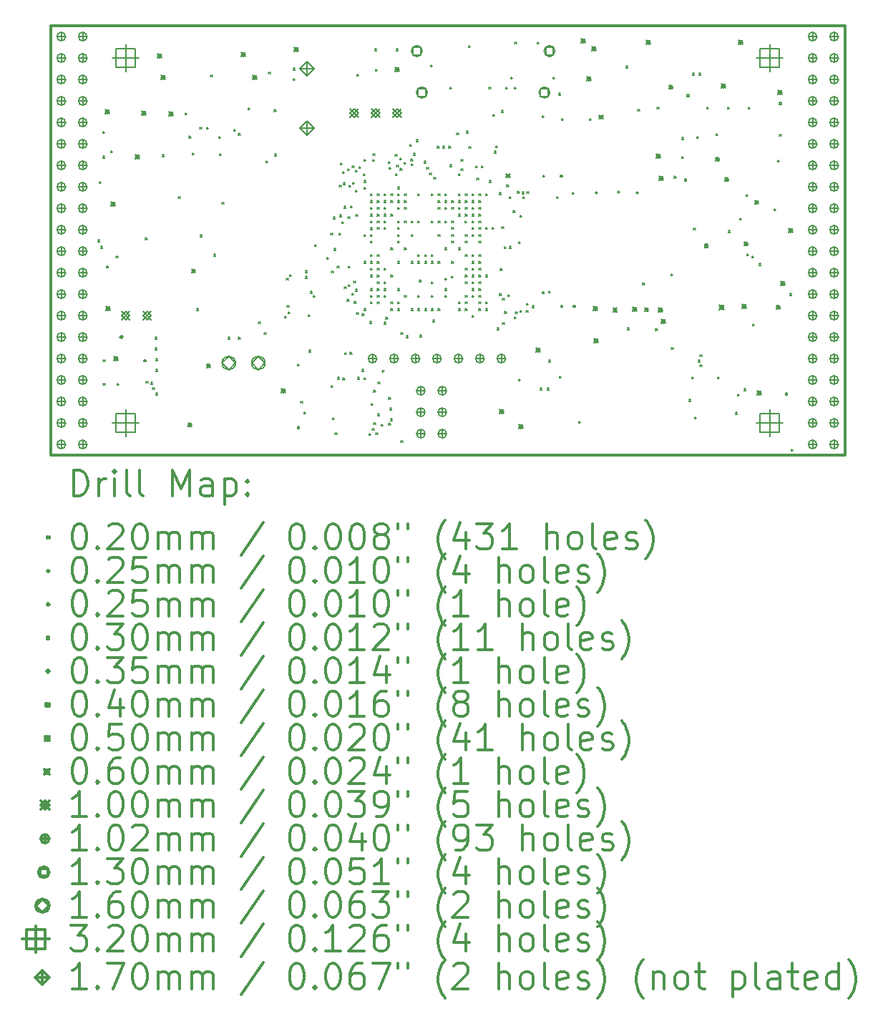
<source format=gbr>
%FSLAX45Y45*%
G04 Gerber Fmt 4.5, Leading zero omitted, Abs format (unit mm)*
G04 Created by KiCad (PCBNEW 5.0.0+dfsg1-2) date Mon Sep 17 11:23:47 2018*
%MOMM*%
%LPD*%
G01*
G04 APERTURE LIST*
%ADD10C,0.300000*%
%ADD11C,0.200000*%
G04 APERTURE END LIST*
D10*
X9410000Y-6142000D02*
X9410000Y-11222000D01*
X18808000Y-6142000D02*
X9410000Y-6142000D01*
X18808000Y-11222000D02*
X18808000Y-6142000D01*
X9410000Y-11222000D02*
X18808000Y-11222000D01*
D11*
X9969000Y-8676600D02*
X9989000Y-8696600D01*
X9989000Y-8676600D02*
X9969000Y-8696600D01*
X9990550Y-7986200D02*
X10010550Y-8006200D01*
X10010550Y-7986200D02*
X9990550Y-8006200D01*
X10007100Y-8752800D02*
X10027100Y-8772800D01*
X10027100Y-8752800D02*
X10007100Y-8772800D01*
X10032500Y-7393900D02*
X10052500Y-7413900D01*
X10052500Y-7393900D02*
X10032500Y-7413900D01*
X10032500Y-7686000D02*
X10052500Y-7706000D01*
X10052500Y-7686000D02*
X10032500Y-7706000D01*
X10035000Y-10094400D02*
X10055000Y-10114400D01*
X10055000Y-10094400D02*
X10035000Y-10114400D01*
X10035000Y-10373800D02*
X10055000Y-10393800D01*
X10055000Y-10373800D02*
X10035000Y-10393800D01*
X10125400Y-7619700D02*
X10145400Y-7639700D01*
X10145400Y-7619700D02*
X10125400Y-7639700D01*
X10187400Y-8868850D02*
X10207400Y-8888850D01*
X10207400Y-8868850D02*
X10187400Y-8888850D01*
X10200100Y-10373800D02*
X10220100Y-10393800D01*
X10220100Y-10373800D02*
X10200100Y-10393800D01*
X10535450Y-8649900D02*
X10555450Y-8669900D01*
X10555450Y-8649900D02*
X10535450Y-8669900D01*
X10543000Y-10348400D02*
X10563000Y-10368400D01*
X10563000Y-10348400D02*
X10543000Y-10368400D01*
X10595970Y-10361643D02*
X10615970Y-10381643D01*
X10615970Y-10361643D02*
X10595970Y-10381643D01*
X10619200Y-10424600D02*
X10639200Y-10444600D01*
X10639200Y-10424600D02*
X10619200Y-10444600D01*
X10650950Y-9827700D02*
X10670950Y-9847700D01*
X10670950Y-9827700D02*
X10650950Y-9847700D01*
X10650950Y-9954700D02*
X10670950Y-9974700D01*
X10670950Y-9954700D02*
X10650950Y-9974700D01*
X10657300Y-10081700D02*
X10677300Y-10101700D01*
X10677300Y-10081700D02*
X10657300Y-10101700D01*
X10657300Y-10208701D02*
X10677300Y-10228701D01*
X10677300Y-10208701D02*
X10657300Y-10228701D01*
X10657300Y-10488100D02*
X10677300Y-10508100D01*
X10677300Y-10488100D02*
X10657300Y-10508100D01*
X10733500Y-7668700D02*
X10753500Y-7688700D01*
X10753500Y-7668700D02*
X10733500Y-7688700D01*
X10924000Y-8164000D02*
X10944000Y-8184000D01*
X10944000Y-8164000D02*
X10924000Y-8184000D01*
X11001700Y-7175200D02*
X11021700Y-7195200D01*
X11021700Y-7175200D02*
X11001700Y-7195200D01*
X11049908Y-7448938D02*
X11069908Y-7468938D01*
X11069908Y-7448938D02*
X11049908Y-7468938D01*
X11090600Y-7645100D02*
X11110600Y-7665100D01*
X11110600Y-7645100D02*
X11090600Y-7665100D01*
X11137400Y-9489400D02*
X11157400Y-9509400D01*
X11157400Y-9489400D02*
X11137400Y-9509400D01*
X11178000Y-7344850D02*
X11198000Y-7364850D01*
X11198000Y-7344850D02*
X11178000Y-7364850D01*
X11179522Y-8615379D02*
X11199522Y-8635379D01*
X11199522Y-8615379D02*
X11179522Y-8635379D01*
X11260550Y-7344851D02*
X11280550Y-7364851D01*
X11280550Y-7344851D02*
X11260550Y-7364851D01*
X11305725Y-6724363D02*
X11325725Y-6744363D01*
X11325725Y-6724363D02*
X11305725Y-6744363D01*
X11344600Y-8845973D02*
X11364600Y-8865973D01*
X11364600Y-8845973D02*
X11344600Y-8865973D01*
X11400408Y-7451220D02*
X11420408Y-7471220D01*
X11420408Y-7451220D02*
X11400408Y-7471220D01*
X11408100Y-7657800D02*
X11428100Y-7677800D01*
X11428100Y-7657800D02*
X11408100Y-7677800D01*
X11441393Y-8230943D02*
X11461393Y-8250943D01*
X11461393Y-8230943D02*
X11441393Y-8250943D01*
X11514550Y-9827700D02*
X11534550Y-9847700D01*
X11534550Y-9827700D02*
X11514550Y-9847700D01*
X11578000Y-7370000D02*
X11598000Y-7390000D01*
X11598000Y-7370000D02*
X11578000Y-7390000D01*
X11633852Y-9827700D02*
X11653852Y-9847700D01*
X11653852Y-9827700D02*
X11633852Y-9847700D01*
X11635200Y-7414700D02*
X11655200Y-7434700D01*
X11655200Y-7414700D02*
X11635200Y-7434700D01*
X11747000Y-7114500D02*
X11767000Y-7134500D01*
X11767000Y-7114500D02*
X11747000Y-7134500D01*
X11870412Y-9644112D02*
X11890412Y-9664112D01*
X11890412Y-9644112D02*
X11870412Y-9664112D01*
X11940000Y-9772000D02*
X11960000Y-9792000D01*
X11960000Y-9772000D02*
X11940000Y-9792000D01*
X11959215Y-7739412D02*
X11979215Y-7759412D01*
X11979215Y-7739412D02*
X11959215Y-7759412D01*
X11990800Y-6690800D02*
X12010800Y-6710800D01*
X12010800Y-6690800D02*
X11990800Y-6710800D01*
X12056498Y-7133651D02*
X12076498Y-7153651D01*
X12076498Y-7133651D02*
X12056498Y-7153651D01*
X12063993Y-7659408D02*
X12083993Y-7679408D01*
X12083993Y-7659408D02*
X12063993Y-7679408D01*
X12182800Y-9575500D02*
X12202800Y-9595500D01*
X12202800Y-9575500D02*
X12182800Y-9595500D01*
X12201657Y-9128657D02*
X12221657Y-9148657D01*
X12221657Y-9128657D02*
X12201657Y-9148657D01*
X12210364Y-9448538D02*
X12230364Y-9468538D01*
X12230364Y-9448538D02*
X12210364Y-9468538D01*
X12220900Y-9524700D02*
X12240900Y-9544700D01*
X12240900Y-9524700D02*
X12220900Y-9544700D01*
X12242096Y-9088217D02*
X12262096Y-9108217D01*
X12262096Y-9088217D02*
X12242096Y-9108217D01*
X12282618Y-6643232D02*
X12302618Y-6663232D01*
X12302618Y-6643232D02*
X12282618Y-6663232D01*
X12284400Y-6768800D02*
X12304400Y-6788800D01*
X12304400Y-6768800D02*
X12284400Y-6788800D01*
X12332545Y-10146435D02*
X12352545Y-10166435D01*
X12352545Y-10146435D02*
X12332545Y-10166435D01*
X12370241Y-10586650D02*
X12390241Y-10606650D01*
X12390241Y-10586650D02*
X12370241Y-10606650D01*
X12410242Y-10710764D02*
X12430242Y-10730764D01*
X12430242Y-10710764D02*
X12410242Y-10730764D01*
X12423701Y-9107100D02*
X12443701Y-9127100D01*
X12443701Y-9107100D02*
X12423701Y-9127100D01*
X12423702Y-9038791D02*
X12443702Y-9058791D01*
X12443702Y-9038791D02*
X12423702Y-9058791D01*
X12460700Y-9561000D02*
X12480700Y-9581000D01*
X12480700Y-9561000D02*
X12460700Y-9581000D01*
X12467050Y-9980100D02*
X12487050Y-10000100D01*
X12487050Y-9980100D02*
X12467050Y-10000100D01*
X12486399Y-9285661D02*
X12506399Y-9305661D01*
X12506399Y-9285661D02*
X12486399Y-9305661D01*
X12519149Y-9329350D02*
X12539149Y-9349350D01*
X12539149Y-9329350D02*
X12519149Y-9349350D01*
X12538837Y-8731087D02*
X12558837Y-8751087D01*
X12558837Y-8731087D02*
X12538837Y-8751087D01*
X12682329Y-8882979D02*
X12702329Y-8902979D01*
X12702329Y-8882979D02*
X12682329Y-8902979D01*
X12727400Y-8595800D02*
X12747400Y-8615800D01*
X12747400Y-8595800D02*
X12727400Y-8615800D01*
X12731909Y-10397773D02*
X12751909Y-10417773D01*
X12751909Y-10397773D02*
X12731909Y-10417773D01*
X12733834Y-9045740D02*
X12753834Y-9065740D01*
X12753834Y-9045740D02*
X12733834Y-9065740D01*
X12748660Y-10777504D02*
X12768660Y-10797504D01*
X12768660Y-10777504D02*
X12748660Y-10797504D01*
X12759150Y-8405300D02*
X12779150Y-8425300D01*
X12779150Y-8405300D02*
X12759150Y-8425300D01*
X12764768Y-8776012D02*
X12784768Y-8796012D01*
X12784768Y-8776012D02*
X12764768Y-8796012D01*
X12778201Y-10958000D02*
X12798201Y-10978000D01*
X12798201Y-10958000D02*
X12778201Y-10978000D01*
X12803218Y-8983018D02*
X12823218Y-9003018D01*
X12823218Y-8983018D02*
X12803218Y-9003018D01*
X12808750Y-10300900D02*
X12828750Y-10320900D01*
X12828750Y-10300900D02*
X12808750Y-10320900D01*
X12824072Y-8596207D02*
X12844072Y-8616207D01*
X12844072Y-8596207D02*
X12824072Y-8616207D01*
X12829000Y-8030650D02*
X12849000Y-8050650D01*
X12849000Y-8030650D02*
X12829000Y-8050650D01*
X12835350Y-8379900D02*
X12855350Y-8399900D01*
X12855350Y-8379900D02*
X12835350Y-8399900D01*
X12841700Y-7765451D02*
X12861700Y-7785451D01*
X12861700Y-7765451D02*
X12841700Y-7785451D01*
X12860114Y-8462438D02*
X12880114Y-8482438D01*
X12880114Y-8462438D02*
X12860114Y-8482438D01*
X12867100Y-7865550D02*
X12887100Y-7885550D01*
X12887100Y-7865550D02*
X12867100Y-7885550D01*
X12870682Y-10308590D02*
X12890682Y-10328590D01*
X12890682Y-10308590D02*
X12870682Y-10328590D01*
X12873450Y-7998900D02*
X12893450Y-8018900D01*
X12893450Y-7998900D02*
X12873450Y-8018900D01*
X12886150Y-8278300D02*
X12906150Y-8298300D01*
X12906150Y-8278300D02*
X12886150Y-8298300D01*
X12886283Y-9229083D02*
X12906283Y-9249083D01*
X12906283Y-9229083D02*
X12886283Y-9249083D01*
X12890520Y-10007480D02*
X12910520Y-10027480D01*
X12910520Y-10007480D02*
X12890520Y-10027480D01*
X12921835Y-9377845D02*
X12941835Y-9397845D01*
X12941835Y-9377845D02*
X12921835Y-9397845D01*
X12924250Y-7833800D02*
X12944250Y-7853800D01*
X12944250Y-7833800D02*
X12924250Y-7853800D01*
X12930501Y-8400852D02*
X12950501Y-8420852D01*
X12950501Y-8400852D02*
X12930501Y-8420852D01*
X12934924Y-8983794D02*
X12954924Y-9003794D01*
X12954924Y-8983794D02*
X12934924Y-9003794D01*
X12935750Y-9202350D02*
X12955750Y-9222350D01*
X12955750Y-9202350D02*
X12935750Y-9222350D01*
X12940751Y-8030650D02*
X12960751Y-8050650D01*
X12960751Y-8030650D02*
X12940751Y-8050650D01*
X12956000Y-10005500D02*
X12976000Y-10025500D01*
X12976000Y-10005500D02*
X12956000Y-10025500D01*
X12962350Y-8273851D02*
X12982350Y-8293851D01*
X12982350Y-8273851D02*
X12962350Y-8293851D01*
X12976189Y-9308896D02*
X12996189Y-9328896D01*
X12996189Y-9308896D02*
X12976189Y-9328896D01*
X12981400Y-7802050D02*
X13001400Y-7822050D01*
X13001400Y-7802050D02*
X12981400Y-7822050D01*
X12984711Y-7994431D02*
X13004711Y-8014431D01*
X13004711Y-7994431D02*
X12984711Y-8014431D01*
X12999250Y-9164250D02*
X13019250Y-9184250D01*
X13019250Y-9164250D02*
X12999250Y-9184250D01*
X13007618Y-9405227D02*
X13027618Y-9425227D01*
X13027618Y-9405227D02*
X13007618Y-9425227D01*
X13018300Y-9259500D02*
X13038300Y-9279500D01*
X13038300Y-9259500D02*
X13018300Y-9279500D01*
X13018305Y-7852464D02*
X13038305Y-7872464D01*
X13038305Y-7852464D02*
X13018305Y-7872464D01*
X13019500Y-8087800D02*
X13039500Y-8107800D01*
X13039500Y-8087800D02*
X13019500Y-8107800D01*
X13023410Y-8375410D02*
X13043410Y-8395410D01*
X13043410Y-8375410D02*
X13023410Y-8395410D01*
X13030548Y-9536431D02*
X13050548Y-9556431D01*
X13050548Y-9536431D02*
X13030548Y-9556431D01*
X13033700Y-6718000D02*
X13053700Y-6738000D01*
X13053700Y-6718000D02*
X13033700Y-6738000D01*
X13043700Y-10300900D02*
X13063700Y-10320900D01*
X13063700Y-10300900D02*
X13043700Y-10320900D01*
X13063950Y-7808400D02*
X13083950Y-7828400D01*
X13083950Y-7808400D02*
X13063950Y-7828400D01*
X13093907Y-10208700D02*
X13113907Y-10228700D01*
X13113907Y-10208700D02*
X13093907Y-10228700D01*
X13098471Y-9546418D02*
X13118471Y-9566418D01*
X13118471Y-9546418D02*
X13098471Y-9566418D01*
X13114818Y-7892343D02*
X13134818Y-7912343D01*
X13134818Y-7892343D02*
X13114818Y-7912343D01*
X13118000Y-8052363D02*
X13138000Y-8072363D01*
X13138000Y-8052363D02*
X13118000Y-8072363D01*
X13118000Y-8610000D02*
X13138000Y-8630000D01*
X13138000Y-8610000D02*
X13118000Y-8630000D01*
X13118000Y-8930000D02*
X13138000Y-8950000D01*
X13138000Y-8930000D02*
X13118000Y-8950000D01*
X13118000Y-9490000D02*
X13138000Y-9510000D01*
X13138000Y-9490000D02*
X13118000Y-9510000D01*
X13118565Y-7722735D02*
X13138565Y-7742735D01*
X13138565Y-7722735D02*
X13118565Y-7742735D01*
X13119785Y-7972345D02*
X13139785Y-7992345D01*
X13139785Y-7972345D02*
X13119785Y-7992345D01*
X13119900Y-10307250D02*
X13139900Y-10327250D01*
X13139900Y-10307250D02*
X13119900Y-10327250D01*
X13178250Y-10964350D02*
X13198250Y-10984350D01*
X13198250Y-10964350D02*
X13178250Y-10984350D01*
X13189750Y-9640500D02*
X13209750Y-9660500D01*
X13209750Y-9640500D02*
X13189750Y-9660500D01*
X13197734Y-9090201D02*
X13217734Y-9110201D01*
X13217734Y-9090201D02*
X13197734Y-9110201D01*
X13198000Y-8130000D02*
X13218000Y-8150000D01*
X13218000Y-8130000D02*
X13198000Y-8150000D01*
X13198000Y-8210000D02*
X13218000Y-8230000D01*
X13218000Y-8210000D02*
X13198000Y-8230000D01*
X13198000Y-8290000D02*
X13218000Y-8310000D01*
X13218000Y-8290000D02*
X13198000Y-8310000D01*
X13198000Y-8370000D02*
X13218000Y-8390000D01*
X13218000Y-8370000D02*
X13198000Y-8390000D01*
X13198000Y-8450000D02*
X13218000Y-8470000D01*
X13218000Y-8450000D02*
X13198000Y-8470000D01*
X13198000Y-8531500D02*
X13218000Y-8551500D01*
X13218000Y-8531500D02*
X13198000Y-8551500D01*
X13198000Y-8610000D02*
X13218000Y-8630000D01*
X13218000Y-8610000D02*
X13198000Y-8630000D01*
X13198000Y-8690000D02*
X13218000Y-8710000D01*
X13218000Y-8690000D02*
X13198000Y-8710000D01*
X13198000Y-8850000D02*
X13218000Y-8870000D01*
X13218000Y-8850000D02*
X13198000Y-8870000D01*
X13198000Y-8930000D02*
X13218000Y-8950000D01*
X13218000Y-8930000D02*
X13198000Y-8950000D01*
X13198000Y-9010000D02*
X13218000Y-9030000D01*
X13218000Y-9010000D02*
X13198000Y-9030000D01*
X13198000Y-9250000D02*
X13218000Y-9270000D01*
X13218000Y-9250000D02*
X13198000Y-9270000D01*
X13198000Y-9330000D02*
X13218000Y-9350000D01*
X13218000Y-9330000D02*
X13198000Y-9350000D01*
X13198000Y-9410000D02*
X13218000Y-9430000D01*
X13218000Y-9410000D02*
X13198000Y-9430000D01*
X13206286Y-10608587D02*
X13226286Y-10628587D01*
X13226286Y-10608587D02*
X13206286Y-10628587D01*
X13217511Y-10908296D02*
X13237511Y-10928296D01*
X13237511Y-10908296D02*
X13217511Y-10928296D01*
X13220903Y-7724256D02*
X13240903Y-7744256D01*
X13240903Y-7724256D02*
X13220903Y-7744256D01*
X13227850Y-7652950D02*
X13247850Y-7672950D01*
X13247850Y-7652950D02*
X13227850Y-7672950D01*
X13234200Y-10453300D02*
X13254200Y-10473300D01*
X13254200Y-10453300D02*
X13234200Y-10473300D01*
X13234200Y-10840650D02*
X13254200Y-10860650D01*
X13254200Y-10840650D02*
X13234200Y-10860650D01*
X13245600Y-6416000D02*
X13265600Y-6436000D01*
X13265600Y-6416000D02*
X13245600Y-6436000D01*
X13258300Y-6657300D02*
X13278300Y-6677300D01*
X13278300Y-6657300D02*
X13258300Y-6677300D01*
X13260800Y-10958000D02*
X13280800Y-10978000D01*
X13280800Y-10958000D02*
X13260800Y-10978000D01*
X13278000Y-8130000D02*
X13298000Y-8150000D01*
X13298000Y-8130000D02*
X13278000Y-8150000D01*
X13278000Y-8210000D02*
X13298000Y-8230000D01*
X13298000Y-8210000D02*
X13278000Y-8230000D01*
X13278000Y-8290000D02*
X13298000Y-8310000D01*
X13298000Y-8290000D02*
X13278000Y-8310000D01*
X13278000Y-8370000D02*
X13298000Y-8390000D01*
X13298000Y-8370000D02*
X13278000Y-8390000D01*
X13278000Y-8450000D02*
X13298000Y-8470000D01*
X13298000Y-8450000D02*
X13278000Y-8470000D01*
X13278000Y-8530000D02*
X13298000Y-8550000D01*
X13298000Y-8530000D02*
X13278000Y-8550000D01*
X13278000Y-8850000D02*
X13298000Y-8870000D01*
X13298000Y-8850000D02*
X13278000Y-8870000D01*
X13278000Y-8930000D02*
X13298000Y-8950000D01*
X13298000Y-8930000D02*
X13278000Y-8950000D01*
X13278000Y-9010000D02*
X13298000Y-9030000D01*
X13298000Y-9010000D02*
X13278000Y-9030000D01*
X13278000Y-9090000D02*
X13298000Y-9110000D01*
X13298000Y-9090000D02*
X13278000Y-9110000D01*
X13278000Y-9170000D02*
X13298000Y-9190000D01*
X13298000Y-9170000D02*
X13278000Y-9190000D01*
X13278000Y-9250000D02*
X13298000Y-9270000D01*
X13298000Y-9250000D02*
X13278000Y-9270000D01*
X13278000Y-9330000D02*
X13298000Y-9350000D01*
X13298000Y-9330000D02*
X13278000Y-9350000D01*
X13278000Y-9410000D02*
X13298000Y-9430000D01*
X13298000Y-9410000D02*
X13278000Y-9430000D01*
X13281247Y-10733530D02*
X13301247Y-10753530D01*
X13301247Y-10733530D02*
X13281247Y-10753530D01*
X13285000Y-10358050D02*
X13305000Y-10378050D01*
X13305000Y-10358050D02*
X13285000Y-10378050D01*
X13324300Y-10856400D02*
X13344300Y-10876400D01*
X13344300Y-10856400D02*
X13324300Y-10876400D01*
X13358000Y-8130000D02*
X13378000Y-8150000D01*
X13378000Y-8130000D02*
X13358000Y-8150000D01*
X13358000Y-8210000D02*
X13378000Y-8230000D01*
X13378000Y-8210000D02*
X13358000Y-8230000D01*
X13358000Y-8290000D02*
X13378000Y-8310000D01*
X13378000Y-8290000D02*
X13358000Y-8310000D01*
X13358000Y-8370000D02*
X13378000Y-8390000D01*
X13378000Y-8370000D02*
X13358000Y-8390000D01*
X13358000Y-8450000D02*
X13378000Y-8470000D01*
X13378000Y-8450000D02*
X13358000Y-8470000D01*
X13358000Y-8530000D02*
X13378000Y-8550000D01*
X13378000Y-8530000D02*
X13358000Y-8550000D01*
X13358000Y-9010000D02*
X13378000Y-9030000D01*
X13378000Y-9010000D02*
X13358000Y-9030000D01*
X13358000Y-9170000D02*
X13378000Y-9190000D01*
X13378000Y-9170000D02*
X13358000Y-9190000D01*
X13358000Y-9250000D02*
X13378000Y-9270000D01*
X13378000Y-9250000D02*
X13358000Y-9270000D01*
X13358000Y-9330000D02*
X13378000Y-9350000D01*
X13378000Y-9330000D02*
X13358000Y-9350000D01*
X13358000Y-9650000D02*
X13378000Y-9670000D01*
X13378000Y-9650000D02*
X13358000Y-9670000D01*
X13378000Y-9590000D02*
X13398000Y-9610000D01*
X13398000Y-9590000D02*
X13378000Y-9610000D01*
X13411163Y-7748395D02*
X13431163Y-7768395D01*
X13431163Y-7748395D02*
X13411163Y-7768395D01*
X13413200Y-10538900D02*
X13433200Y-10558900D01*
X13433200Y-10538900D02*
X13413200Y-10558900D01*
X13413200Y-10843700D02*
X13433200Y-10863700D01*
X13433200Y-10843700D02*
X13413200Y-10863700D01*
X13415020Y-7815418D02*
X13435020Y-7835418D01*
X13435020Y-7815418D02*
X13415020Y-7835418D01*
X13425900Y-10665900D02*
X13445900Y-10685900D01*
X13445900Y-10665900D02*
X13425900Y-10685900D01*
X13432035Y-10792450D02*
X13452035Y-10812450D01*
X13452035Y-10792450D02*
X13432035Y-10812450D01*
X13438000Y-8130000D02*
X13458000Y-8150000D01*
X13458000Y-8130000D02*
X13438000Y-8150000D01*
X13438000Y-8210000D02*
X13458000Y-8230000D01*
X13458000Y-8210000D02*
X13438000Y-8230000D01*
X13438000Y-8370000D02*
X13458000Y-8390000D01*
X13458000Y-8370000D02*
X13438000Y-8390000D01*
X13438000Y-9090000D02*
X13458000Y-9110000D01*
X13458000Y-9090000D02*
X13438000Y-9110000D01*
X13438000Y-9410000D02*
X13458000Y-9430000D01*
X13458000Y-9410000D02*
X13438000Y-9430000D01*
X13438000Y-9490000D02*
X13458000Y-9510000D01*
X13458000Y-9490000D02*
X13438000Y-9510000D01*
X13438001Y-8770000D02*
X13458001Y-8790000D01*
X13458001Y-8770000D02*
X13438001Y-8790000D01*
X13489399Y-7662350D02*
X13509399Y-7682350D01*
X13509399Y-7662350D02*
X13489399Y-7682350D01*
X13492132Y-7892495D02*
X13512132Y-7912495D01*
X13512132Y-7892495D02*
X13492132Y-7912495D01*
X13499600Y-6416000D02*
X13519600Y-6436000D01*
X13519600Y-6416000D02*
X13499600Y-6436000D01*
X13507250Y-7792650D02*
X13527250Y-7812650D01*
X13527250Y-7792650D02*
X13507250Y-7812650D01*
X13518000Y-8050000D02*
X13538000Y-8070000D01*
X13538000Y-8050000D02*
X13518000Y-8070000D01*
X13518000Y-8130000D02*
X13538000Y-8150000D01*
X13538000Y-8130000D02*
X13518000Y-8150000D01*
X13518000Y-8210000D02*
X13538000Y-8230000D01*
X13538000Y-8210000D02*
X13518000Y-8230000D01*
X13518000Y-8290000D02*
X13538000Y-8310000D01*
X13538000Y-8290000D02*
X13518000Y-8310000D01*
X13518000Y-8450000D02*
X13538000Y-8470000D01*
X13538000Y-8450000D02*
X13518000Y-8470000D01*
X13518000Y-8530000D02*
X13538000Y-8550000D01*
X13538000Y-8530000D02*
X13518000Y-8550000D01*
X13518000Y-8610000D02*
X13538000Y-8630000D01*
X13538000Y-8610000D02*
X13518000Y-8630000D01*
X13518000Y-8690000D02*
X13538000Y-8710000D01*
X13538000Y-8690000D02*
X13518000Y-8710000D01*
X13518000Y-8930000D02*
X13538000Y-8950000D01*
X13538000Y-8930000D02*
X13518000Y-8950000D01*
X13518000Y-9250000D02*
X13538000Y-9270000D01*
X13538000Y-9250000D02*
X13518000Y-9270000D01*
X13518000Y-9410000D02*
X13538000Y-9430000D01*
X13538000Y-9410000D02*
X13518000Y-9430000D01*
X13518000Y-9490000D02*
X13538000Y-9510000D01*
X13538000Y-9490000D02*
X13518000Y-9510000D01*
X13546550Y-7706800D02*
X13566550Y-7726800D01*
X13566550Y-7706800D02*
X13546550Y-7726800D01*
X13549150Y-7827659D02*
X13569150Y-7847659D01*
X13569150Y-7827659D02*
X13549150Y-7847659D01*
X13555656Y-11051071D02*
X13575656Y-11071071D01*
X13575656Y-11051071D02*
X13555656Y-11071071D01*
X13558000Y-9770000D02*
X13578000Y-9790000D01*
X13578000Y-9770000D02*
X13558000Y-9790000D01*
X13594882Y-7754550D02*
X13614882Y-7774550D01*
X13614882Y-7754550D02*
X13594882Y-7774550D01*
X13598000Y-8130000D02*
X13618000Y-8150000D01*
X13618000Y-8130000D02*
X13598000Y-8150000D01*
X13598000Y-8210000D02*
X13618000Y-8230000D01*
X13618000Y-8210000D02*
X13598000Y-8230000D01*
X13598000Y-8290000D02*
X13618000Y-8310000D01*
X13618000Y-8290000D02*
X13598000Y-8310000D01*
X13598000Y-8450000D02*
X13618000Y-8470000D01*
X13618000Y-8450000D02*
X13598000Y-8470000D01*
X13598000Y-8770000D02*
X13618000Y-8790000D01*
X13618000Y-8770000D02*
X13598000Y-8790000D01*
X13598000Y-9330000D02*
X13618000Y-9350000D01*
X13618000Y-9330000D02*
X13598000Y-9350000D01*
X13618000Y-9810000D02*
X13638000Y-9830000D01*
X13638000Y-9810000D02*
X13618000Y-9830000D01*
X13664259Y-7547941D02*
X13684259Y-7567941D01*
X13684259Y-7547941D02*
X13664259Y-7567941D01*
X13676320Y-7718760D02*
X13696320Y-7738760D01*
X13696320Y-7718760D02*
X13676320Y-7738760D01*
X13678000Y-8450000D02*
X13698000Y-8470000D01*
X13698000Y-8450000D02*
X13678000Y-8470000D01*
X13678000Y-8610000D02*
X13698000Y-8630000D01*
X13698000Y-8610000D02*
X13678000Y-8630000D01*
X13678000Y-8930000D02*
X13698000Y-8950000D01*
X13698000Y-8930000D02*
X13678000Y-8950000D01*
X13678000Y-9490000D02*
X13698000Y-9510000D01*
X13698000Y-9490000D02*
X13678000Y-9510000D01*
X13679461Y-7776107D02*
X13699461Y-7796107D01*
X13699461Y-7776107D02*
X13679461Y-7796107D01*
X13707437Y-7652487D02*
X13727437Y-7672487D01*
X13727437Y-7652487D02*
X13707437Y-7672487D01*
X13738000Y-7490000D02*
X13758000Y-7510000D01*
X13758000Y-7490000D02*
X13738000Y-7510000D01*
X13758000Y-8130000D02*
X13778000Y-8150000D01*
X13778000Y-8130000D02*
X13758000Y-8150000D01*
X13758000Y-8450000D02*
X13778000Y-8470000D01*
X13778000Y-8450000D02*
X13758000Y-8470000D01*
X13758000Y-8850000D02*
X13778000Y-8870000D01*
X13778000Y-8850000D02*
X13758000Y-8870000D01*
X13758000Y-8930000D02*
X13778000Y-8950000D01*
X13778000Y-8930000D02*
X13758000Y-8950000D01*
X13758000Y-9330000D02*
X13778000Y-9350000D01*
X13778000Y-9330000D02*
X13758000Y-9350000D01*
X13758000Y-9490000D02*
X13778000Y-9510000D01*
X13778000Y-9490000D02*
X13758000Y-9510000D01*
X13778000Y-9150000D02*
X13798000Y-9170000D01*
X13798000Y-9150000D02*
X13778000Y-9170000D01*
X13781499Y-9802300D02*
X13801499Y-9822300D01*
X13801499Y-9802300D02*
X13781499Y-9822300D01*
X13830592Y-7745154D02*
X13850592Y-7765154D01*
X13850592Y-7745154D02*
X13830592Y-7765154D01*
X13838000Y-8850000D02*
X13858000Y-8870000D01*
X13858000Y-8850000D02*
X13838000Y-8870000D01*
X13838000Y-8930000D02*
X13858000Y-8950000D01*
X13858000Y-8930000D02*
X13838000Y-8950000D01*
X13838000Y-9490000D02*
X13858000Y-9510000D01*
X13858000Y-9490000D02*
X13838000Y-9510000D01*
X13862850Y-7818050D02*
X13882850Y-7838050D01*
X13882850Y-7818050D02*
X13862850Y-7838050D01*
X13894600Y-7881550D02*
X13914600Y-7901550D01*
X13914600Y-7881550D02*
X13894600Y-7901550D01*
X13910000Y-6603700D02*
X13930000Y-6623700D01*
X13930000Y-6603700D02*
X13910000Y-6623700D01*
X13918000Y-8130000D02*
X13938000Y-8150000D01*
X13938000Y-8130000D02*
X13918000Y-8150000D01*
X13918000Y-8450000D02*
X13938000Y-8470000D01*
X13938000Y-8450000D02*
X13918000Y-8470000D01*
X13918000Y-8850000D02*
X13938000Y-8870000D01*
X13938000Y-8850000D02*
X13918000Y-8870000D01*
X13918000Y-8930000D02*
X13938000Y-8950000D01*
X13938000Y-8930000D02*
X13918000Y-8950000D01*
X13918000Y-9170000D02*
X13938000Y-9190000D01*
X13938000Y-9170000D02*
X13918000Y-9190000D01*
X13918000Y-9330000D02*
X13938000Y-9350000D01*
X13938000Y-9330000D02*
X13918000Y-9350000D01*
X13918000Y-9490000D02*
X13938000Y-9510000D01*
X13938000Y-9490000D02*
X13918000Y-9510000D01*
X13933900Y-9624500D02*
X13953900Y-9644500D01*
X13953900Y-9624500D02*
X13933900Y-9644500D01*
X13945400Y-7932350D02*
X13965400Y-7952350D01*
X13965400Y-7932350D02*
X13945400Y-7952350D01*
X13987649Y-7567100D02*
X14007649Y-7587100D01*
X14007649Y-7567100D02*
X13987649Y-7587100D01*
X13996000Y-8292000D02*
X14016000Y-8312000D01*
X14016000Y-8292000D02*
X13996000Y-8312000D01*
X13998000Y-8130000D02*
X14018000Y-8150000D01*
X14018000Y-8130000D02*
X13998000Y-8150000D01*
X13998000Y-8210000D02*
X14018000Y-8230000D01*
X14018000Y-8210000D02*
X13998000Y-8230000D01*
X13998000Y-8450000D02*
X14018000Y-8470000D01*
X14018000Y-8450000D02*
X13998000Y-8470000D01*
X13998000Y-8610000D02*
X14018000Y-8630000D01*
X14018000Y-8610000D02*
X13998000Y-8630000D01*
X13998000Y-8930000D02*
X14018000Y-8950000D01*
X14018000Y-8930000D02*
X13998000Y-8950000D01*
X13998000Y-9490000D02*
X14018000Y-9510000D01*
X14018000Y-9490000D02*
X13998000Y-9510000D01*
X14054550Y-7567100D02*
X14074550Y-7587100D01*
X14074550Y-7567100D02*
X14054550Y-7587100D01*
X14078000Y-8130000D02*
X14098000Y-8150000D01*
X14098000Y-8130000D02*
X14078000Y-8150000D01*
X14078000Y-8210000D02*
X14098000Y-8230000D01*
X14098000Y-8210000D02*
X14078000Y-8230000D01*
X14078000Y-8290000D02*
X14098000Y-8310000D01*
X14098000Y-8290000D02*
X14078000Y-8310000D01*
X14078000Y-8450000D02*
X14098000Y-8470000D01*
X14098000Y-8450000D02*
X14078000Y-8470000D01*
X14078000Y-8770000D02*
X14098000Y-8790000D01*
X14098000Y-8770000D02*
X14078000Y-8790000D01*
X14078000Y-9130000D02*
X14098000Y-9150000D01*
X14098000Y-9130000D02*
X14078000Y-9150000D01*
X14078000Y-9250000D02*
X14098000Y-9270000D01*
X14098000Y-9250000D02*
X14078000Y-9270000D01*
X14078000Y-9330000D02*
X14098000Y-9350000D01*
X14098000Y-9330000D02*
X14078000Y-9350000D01*
X14124400Y-7567100D02*
X14144400Y-7587100D01*
X14144400Y-7567100D02*
X14124400Y-7587100D01*
X14135900Y-7786300D02*
X14155900Y-7806300D01*
X14155900Y-7786300D02*
X14135900Y-7806300D01*
X14138000Y-6870000D02*
X14158000Y-6890000D01*
X14158000Y-6870000D02*
X14138000Y-6890000D01*
X14154000Y-9100700D02*
X14174000Y-9120700D01*
X14174000Y-9100700D02*
X14154000Y-9120700D01*
X14158000Y-8210000D02*
X14178000Y-8230000D01*
X14178000Y-8210000D02*
X14158000Y-8230000D01*
X14158000Y-8290000D02*
X14178000Y-8310000D01*
X14178000Y-8290000D02*
X14158000Y-8310000D01*
X14158000Y-8450000D02*
X14178000Y-8470000D01*
X14178000Y-8450000D02*
X14158000Y-8470000D01*
X14158000Y-8530000D02*
X14178000Y-8550000D01*
X14178000Y-8530000D02*
X14158000Y-8550000D01*
X14158000Y-8610000D02*
X14178000Y-8630000D01*
X14178000Y-8610000D02*
X14158000Y-8630000D01*
X14158000Y-8690000D02*
X14178000Y-8710000D01*
X14178000Y-8690000D02*
X14158000Y-8710000D01*
X14158000Y-8930000D02*
X14178000Y-8950000D01*
X14178000Y-8930000D02*
X14158000Y-8950000D01*
X14218000Y-7410000D02*
X14238000Y-7430000D01*
X14238000Y-7410000D02*
X14218000Y-7430000D01*
X14236000Y-8292000D02*
X14256000Y-8312000D01*
X14256000Y-8292000D02*
X14236000Y-8312000D01*
X14236377Y-7893109D02*
X14256377Y-7913109D01*
X14256377Y-7893109D02*
X14236377Y-7913109D01*
X14238000Y-8130000D02*
X14258000Y-8150000D01*
X14258000Y-8130000D02*
X14238000Y-8150000D01*
X14238000Y-8210000D02*
X14258000Y-8230000D01*
X14258000Y-8210000D02*
X14238000Y-8230000D01*
X14238000Y-8370000D02*
X14258000Y-8390000D01*
X14258000Y-8370000D02*
X14238000Y-8390000D01*
X14238000Y-8770000D02*
X14258000Y-8790000D01*
X14258000Y-8770000D02*
X14238000Y-8790000D01*
X14238000Y-9410000D02*
X14258000Y-9430000D01*
X14258000Y-9410000D02*
X14238000Y-9430000D01*
X14238000Y-9490000D02*
X14258000Y-9510000D01*
X14258000Y-9490000D02*
X14238000Y-9510000D01*
X14267329Y-7833800D02*
X14287329Y-7853800D01*
X14287329Y-7833800D02*
X14267329Y-7853800D01*
X14268583Y-7723660D02*
X14288583Y-7743660D01*
X14288583Y-7723660D02*
X14268583Y-7743660D01*
X14316000Y-8452000D02*
X14336000Y-8472000D01*
X14336000Y-8452000D02*
X14316000Y-8472000D01*
X14318000Y-8130000D02*
X14338000Y-8150000D01*
X14338000Y-8130000D02*
X14318000Y-8150000D01*
X14318000Y-8210000D02*
X14338000Y-8230000D01*
X14338000Y-8210000D02*
X14318000Y-8230000D01*
X14318000Y-8290000D02*
X14338000Y-8310000D01*
X14338000Y-8290000D02*
X14318000Y-8310000D01*
X14318000Y-8370000D02*
X14338000Y-8390000D01*
X14338000Y-8370000D02*
X14318000Y-8390000D01*
X14318000Y-8610000D02*
X14338000Y-8630000D01*
X14338000Y-8610000D02*
X14318000Y-8630000D01*
X14318000Y-8690000D02*
X14338000Y-8710000D01*
X14338000Y-8690000D02*
X14318000Y-8710000D01*
X14318000Y-8850000D02*
X14338000Y-8870000D01*
X14338000Y-8850000D02*
X14318000Y-8870000D01*
X14318000Y-9010000D02*
X14338000Y-9030000D01*
X14338000Y-9010000D02*
X14318000Y-9030000D01*
X14318000Y-9090000D02*
X14338000Y-9110000D01*
X14338000Y-9090000D02*
X14318000Y-9110000D01*
X14318000Y-9170000D02*
X14338000Y-9190000D01*
X14338000Y-9170000D02*
X14318000Y-9190000D01*
X14318000Y-9330000D02*
X14338000Y-9350000D01*
X14338000Y-9330000D02*
X14318000Y-9350000D01*
X14318000Y-9410000D02*
X14338000Y-9430000D01*
X14338000Y-9410000D02*
X14318000Y-9430000D01*
X14318000Y-9490000D02*
X14338000Y-9510000D01*
X14338000Y-9490000D02*
X14318000Y-9510000D01*
X14331863Y-7387513D02*
X14351863Y-7407513D01*
X14351863Y-7387513D02*
X14331863Y-7407513D01*
X14355067Y-6376252D02*
X14375067Y-6396252D01*
X14375067Y-6376252D02*
X14355067Y-6396252D01*
X14360888Y-7571730D02*
X14380888Y-7591730D01*
X14380888Y-7571730D02*
X14360888Y-7591730D01*
X14398000Y-9570000D02*
X14418000Y-9590000D01*
X14418000Y-9570000D02*
X14398000Y-9590000D01*
X14398000Y-8130000D02*
X14418000Y-8150000D01*
X14418000Y-8130000D02*
X14398000Y-8150000D01*
X14398000Y-8210000D02*
X14418000Y-8230000D01*
X14418000Y-8210000D02*
X14398000Y-8230000D01*
X14398000Y-8290000D02*
X14418000Y-8310000D01*
X14418000Y-8290000D02*
X14398000Y-8310000D01*
X14398000Y-8370000D02*
X14418000Y-8390000D01*
X14418000Y-8370000D02*
X14398000Y-8390000D01*
X14398000Y-8450000D02*
X14418000Y-8470000D01*
X14418000Y-8450000D02*
X14398000Y-8470000D01*
X14398000Y-8530000D02*
X14418000Y-8550000D01*
X14418000Y-8530000D02*
X14398000Y-8550000D01*
X14398000Y-8610000D02*
X14418000Y-8630000D01*
X14418000Y-8610000D02*
X14398000Y-8630000D01*
X14398000Y-8850000D02*
X14418000Y-8870000D01*
X14418000Y-8850000D02*
X14398000Y-8870000D01*
X14398000Y-8930000D02*
X14418000Y-8950000D01*
X14418000Y-8930000D02*
X14398000Y-8950000D01*
X14398000Y-9010000D02*
X14418000Y-9030000D01*
X14418000Y-9010000D02*
X14398000Y-9030000D01*
X14398000Y-9090000D02*
X14418000Y-9110000D01*
X14418000Y-9090000D02*
X14398000Y-9110000D01*
X14398000Y-9170000D02*
X14418000Y-9190000D01*
X14418000Y-9170000D02*
X14398000Y-9190000D01*
X14398000Y-9250000D02*
X14418000Y-9270000D01*
X14418000Y-9250000D02*
X14398000Y-9270000D01*
X14398000Y-9330000D02*
X14418000Y-9350000D01*
X14418000Y-9330000D02*
X14398000Y-9350000D01*
X14441900Y-7802050D02*
X14461900Y-7822050D01*
X14461900Y-7802050D02*
X14441900Y-7822050D01*
X14453400Y-7942279D02*
X14473400Y-7962279D01*
X14473400Y-7942279D02*
X14453400Y-7962279D01*
X14478000Y-8130000D02*
X14498000Y-8150000D01*
X14498000Y-8130000D02*
X14478000Y-8150000D01*
X14478000Y-8210000D02*
X14498000Y-8230000D01*
X14498000Y-8210000D02*
X14478000Y-8230000D01*
X14478000Y-8290000D02*
X14498000Y-8310000D01*
X14498000Y-8290000D02*
X14478000Y-8310000D01*
X14478000Y-8370000D02*
X14498000Y-8390000D01*
X14498000Y-8370000D02*
X14478000Y-8390000D01*
X14478000Y-8450000D02*
X14498000Y-8470000D01*
X14498000Y-8450000D02*
X14478000Y-8470000D01*
X14478000Y-8530000D02*
X14498000Y-8550000D01*
X14498000Y-8530000D02*
X14478000Y-8550000D01*
X14478000Y-8610000D02*
X14498000Y-8630000D01*
X14498000Y-8610000D02*
X14478000Y-8630000D01*
X14478000Y-8690000D02*
X14498000Y-8710000D01*
X14498000Y-8690000D02*
X14478000Y-8710000D01*
X14478000Y-8850000D02*
X14498000Y-8870000D01*
X14498000Y-8850000D02*
X14478000Y-8870000D01*
X14478000Y-8930000D02*
X14498000Y-8950000D01*
X14498000Y-8930000D02*
X14478000Y-8950000D01*
X14478000Y-9010000D02*
X14498000Y-9030000D01*
X14498000Y-9010000D02*
X14478000Y-9030000D01*
X14478000Y-9090000D02*
X14498000Y-9110000D01*
X14498000Y-9090000D02*
X14478000Y-9110000D01*
X14478000Y-9170000D02*
X14498000Y-9190000D01*
X14498000Y-9170000D02*
X14478000Y-9190000D01*
X14478000Y-9250000D02*
X14498000Y-9270000D01*
X14498000Y-9250000D02*
X14478000Y-9270000D01*
X14478000Y-9330000D02*
X14498000Y-9350000D01*
X14498000Y-9330000D02*
X14478000Y-9350000D01*
X14478000Y-9410000D02*
X14498000Y-9430000D01*
X14498000Y-9410000D02*
X14478000Y-9430000D01*
X14478000Y-9490000D02*
X14498000Y-9510000D01*
X14498000Y-9490000D02*
X14478000Y-9510000D01*
X14511750Y-7802050D02*
X14531750Y-7822050D01*
X14531750Y-7802050D02*
X14511750Y-7822050D01*
X14558000Y-8130000D02*
X14578000Y-8150000D01*
X14578000Y-8130000D02*
X14558000Y-8150000D01*
X14558000Y-8530000D02*
X14578000Y-8550000D01*
X14578000Y-8530000D02*
X14558000Y-8550000D01*
X14558000Y-9090000D02*
X14578000Y-9110000D01*
X14578000Y-9090000D02*
X14558000Y-9110000D01*
X14558000Y-9410000D02*
X14578000Y-9430000D01*
X14578000Y-9410000D02*
X14558000Y-9430000D01*
X14558000Y-9490000D02*
X14578000Y-9510000D01*
X14578000Y-9490000D02*
X14558000Y-9510000D01*
X14598000Y-6870000D02*
X14618000Y-6890000D01*
X14618000Y-6870000D02*
X14598000Y-6890000D01*
X14600000Y-7972000D02*
X14620000Y-7992000D01*
X14620000Y-7972000D02*
X14600000Y-7992000D01*
X14638000Y-8530000D02*
X14658000Y-8550000D01*
X14658000Y-8530000D02*
X14638000Y-8550000D01*
X14646600Y-7187799D02*
X14666600Y-7207799D01*
X14666600Y-7187799D02*
X14646600Y-7207799D01*
X14660029Y-7625502D02*
X14680029Y-7645502D01*
X14680029Y-7625502D02*
X14660029Y-7645502D01*
X14676850Y-7560750D02*
X14696850Y-7580750D01*
X14696850Y-7560750D02*
X14676850Y-7580750D01*
X14694701Y-9716700D02*
X14714701Y-9736700D01*
X14714701Y-9716700D02*
X14694701Y-9736700D01*
X14720100Y-8116500D02*
X14740100Y-8136500D01*
X14740100Y-8116500D02*
X14720100Y-8136500D01*
X14724389Y-9311713D02*
X14744389Y-9331713D01*
X14744389Y-9311713D02*
X14724389Y-9331713D01*
X14733095Y-9013302D02*
X14753095Y-9033302D01*
X14753095Y-9013302D02*
X14733095Y-9033302D01*
X14748200Y-7143450D02*
X14768200Y-7163450D01*
X14768200Y-7143450D02*
X14748200Y-7163450D01*
X14751215Y-8517186D02*
X14771215Y-8537186D01*
X14771215Y-8517186D02*
X14751215Y-8537186D01*
X14760000Y-9366849D02*
X14780000Y-9386849D01*
X14780000Y-9366849D02*
X14760000Y-9386849D01*
X14760000Y-9652000D02*
X14780000Y-9672000D01*
X14780000Y-9652000D02*
X14760000Y-9672000D01*
X14781079Y-8758342D02*
X14801079Y-8778342D01*
X14801079Y-8758342D02*
X14781079Y-8778342D01*
X14785679Y-9521109D02*
X14805679Y-9541109D01*
X14805679Y-9521109D02*
X14785679Y-9541109D01*
X14795949Y-6870000D02*
X14815949Y-6890000D01*
X14815949Y-6870000D02*
X14795949Y-6890000D01*
X14810200Y-8024300D02*
X14830200Y-8044300D01*
X14830200Y-8024300D02*
X14810200Y-8044300D01*
X14824901Y-9322231D02*
X14844901Y-9342231D01*
X14844901Y-9322231D02*
X14824901Y-9342231D01*
X14838354Y-8752346D02*
X14858354Y-8772346D01*
X14858354Y-8752346D02*
X14838354Y-8772346D01*
X14841950Y-8164000D02*
X14861950Y-8184000D01*
X14861950Y-8164000D02*
X14841950Y-8184000D01*
X14858001Y-6750000D02*
X14878001Y-6770000D01*
X14878001Y-6750000D02*
X14858001Y-6770000D01*
X14886400Y-8329101D02*
X14906400Y-8349101D01*
X14906400Y-8329101D02*
X14886400Y-8349101D01*
X14898000Y-6870000D02*
X14918000Y-6890000D01*
X14918000Y-6870000D02*
X14898000Y-6890000D01*
X14899100Y-9586400D02*
X14919100Y-9606400D01*
X14919100Y-9586400D02*
X14899100Y-9606400D01*
X14903412Y-6332405D02*
X14923412Y-6352405D01*
X14923412Y-6332405D02*
X14903412Y-6352405D01*
X14910600Y-9526200D02*
X14930600Y-9546200D01*
X14930600Y-9526200D02*
X14910600Y-9546200D01*
X14937199Y-8100500D02*
X14957199Y-8120500D01*
X14957199Y-8100500D02*
X14937199Y-8120500D01*
X14947550Y-8699301D02*
X14967550Y-8719301D01*
X14967550Y-8699301D02*
X14947550Y-8719301D01*
X14947728Y-10322085D02*
X14967728Y-10342085D01*
X14967728Y-10322085D02*
X14947728Y-10342085D01*
X14966401Y-8381402D02*
X14986401Y-8401402D01*
X14986401Y-8381402D02*
X14966401Y-8401402D01*
X14967749Y-9507150D02*
X14987749Y-9527150D01*
X14987749Y-9507150D02*
X14967749Y-9527150D01*
X14991381Y-8107272D02*
X15011381Y-8127272D01*
X15011381Y-8107272D02*
X14991381Y-8127272D01*
X15000700Y-8164000D02*
X15020700Y-8184000D01*
X15020700Y-8164000D02*
X15000700Y-8184000D01*
X15037600Y-9507150D02*
X15057600Y-9527150D01*
X15057600Y-9507150D02*
X15037600Y-9527150D01*
X15043950Y-9424600D02*
X15063950Y-9444600D01*
X15063950Y-9424600D02*
X15043950Y-9444600D01*
X15045980Y-8106843D02*
X15065980Y-8126843D01*
X15065980Y-8106843D02*
X15045980Y-8126843D01*
X15109016Y-9455085D02*
X15129016Y-9475085D01*
X15129016Y-9455085D02*
X15109016Y-9475085D01*
X15167300Y-6337000D02*
X15187300Y-6357000D01*
X15187300Y-6337000D02*
X15167300Y-6357000D01*
X15201400Y-10429200D02*
X15221400Y-10449200D01*
X15221400Y-10429200D02*
X15201400Y-10449200D01*
X15230800Y-7206950D02*
X15250800Y-7226950D01*
X15250800Y-7206950D02*
X15230800Y-7226950D01*
X15239707Y-7909347D02*
X15259707Y-7929347D01*
X15259707Y-7909347D02*
X15239707Y-7929347D01*
X15290300Y-10429200D02*
X15310300Y-10449200D01*
X15310300Y-10429200D02*
X15290300Y-10449200D01*
X15303000Y-10099000D02*
X15323000Y-10119000D01*
X15323000Y-10099000D02*
X15303000Y-10119000D01*
X15305500Y-9281600D02*
X15325500Y-9301600D01*
X15325500Y-9281600D02*
X15305500Y-9301600D01*
X15358000Y-6750000D02*
X15378000Y-6770000D01*
X15378000Y-6750000D02*
X15358000Y-6770000D01*
X15421300Y-6940250D02*
X15441300Y-6960250D01*
X15441300Y-6940250D02*
X15421300Y-6960250D01*
X15432558Y-10288777D02*
X15452558Y-10308777D01*
X15452558Y-10288777D02*
X15432558Y-10308777D01*
X15459400Y-7238700D02*
X15479400Y-7258700D01*
X15479400Y-7238700D02*
X15459400Y-7258700D01*
X15584900Y-8114958D02*
X15604900Y-8134958D01*
X15604900Y-8114958D02*
X15584900Y-8134958D01*
X15662600Y-10820100D02*
X15682600Y-10840100D01*
X15682600Y-10820100D02*
X15662600Y-10840100D01*
X15789600Y-7238700D02*
X15809600Y-7258700D01*
X15809600Y-7238700D02*
X15789600Y-7258700D01*
X16217147Y-6618496D02*
X16237147Y-6638496D01*
X16237147Y-6618496D02*
X16217147Y-6638496D01*
X16234100Y-9717000D02*
X16254100Y-9737000D01*
X16254100Y-9717000D02*
X16234100Y-9737000D01*
X16359090Y-7131693D02*
X16379090Y-7151693D01*
X16379090Y-7131693D02*
X16359090Y-7151693D01*
X16418510Y-9184590D02*
X16438510Y-9204590D01*
X16438510Y-9184590D02*
X16418510Y-9204590D01*
X16570337Y-9724488D02*
X16590337Y-9744488D01*
X16590337Y-9724488D02*
X16570337Y-9744488D01*
X16588200Y-7102746D02*
X16608200Y-7122746D01*
X16608200Y-7102746D02*
X16588200Y-7122746D01*
X16754800Y-9080200D02*
X16774800Y-9100200D01*
X16774800Y-9080200D02*
X16754800Y-9100200D01*
X16758000Y-9950000D02*
X16778000Y-9970000D01*
X16778000Y-9950000D02*
X16758000Y-9970000D01*
X16791400Y-7922700D02*
X16811400Y-7942700D01*
X16811400Y-7922700D02*
X16791400Y-7942700D01*
X16880300Y-7465500D02*
X16900300Y-7485500D01*
X16900300Y-7465500D02*
X16880300Y-7485500D01*
X16880300Y-7687203D02*
X16900300Y-7707203D01*
X16900300Y-7687203D02*
X16880300Y-7707203D01*
X16962549Y-10564300D02*
X16982549Y-10584300D01*
X16982549Y-10564300D02*
X16962549Y-10584300D01*
X16996100Y-10299400D02*
X17016100Y-10319400D01*
X17016100Y-10299400D02*
X16996100Y-10319400D01*
X17007300Y-6703500D02*
X17027300Y-6723500D01*
X17027300Y-6703500D02*
X17007300Y-6723500D01*
X17020954Y-8534153D02*
X17040954Y-8554153D01*
X17040954Y-8534153D02*
X17020954Y-8554153D01*
X17032700Y-10773850D02*
X17052700Y-10793850D01*
X17052700Y-10773850D02*
X17032700Y-10793850D01*
X17058000Y-7450000D02*
X17078000Y-7470000D01*
X17078000Y-7450000D02*
X17058000Y-7470000D01*
X17075950Y-10097700D02*
X17095950Y-10117700D01*
X17095950Y-10097700D02*
X17075950Y-10117700D01*
X17083500Y-6703500D02*
X17103500Y-6723500D01*
X17103500Y-6703500D02*
X17083500Y-6723500D01*
X17095000Y-10034200D02*
X17115000Y-10054200D01*
X17115000Y-10034200D02*
X17095000Y-10054200D01*
X17095000Y-10152849D02*
X17115000Y-10172849D01*
X17115000Y-10152849D02*
X17095000Y-10172849D01*
X17173900Y-7102746D02*
X17193900Y-7122746D01*
X17193900Y-7102746D02*
X17173900Y-7122746D01*
X17288200Y-7416500D02*
X17308200Y-7436500D01*
X17308200Y-7416500D02*
X17288200Y-7436500D01*
X17300900Y-10299400D02*
X17320900Y-10319400D01*
X17320900Y-10299400D02*
X17300900Y-10319400D01*
X17421312Y-7102746D02*
X17441312Y-7122746D01*
X17441312Y-7102746D02*
X17421312Y-7122746D01*
X17427900Y-8564300D02*
X17447900Y-8584300D01*
X17447900Y-8564300D02*
X17427900Y-8584300D01*
X17514451Y-10716700D02*
X17534451Y-10736700D01*
X17534451Y-10716700D02*
X17514451Y-10736700D01*
X17540700Y-10500800D02*
X17560700Y-10520800D01*
X17560700Y-10500800D02*
X17540700Y-10520800D01*
X17566100Y-8418000D02*
X17586100Y-8438000D01*
X17586100Y-8418000D02*
X17566100Y-8438000D01*
X17616900Y-10437300D02*
X17636900Y-10457300D01*
X17636900Y-10437300D02*
X17616900Y-10457300D01*
X17642300Y-8138600D02*
X17662300Y-8158600D01*
X17662300Y-8138600D02*
X17642300Y-8158600D01*
X17650543Y-8840716D02*
X17670543Y-8860716D01*
X17670543Y-8840716D02*
X17650543Y-8860716D01*
X17669708Y-7102746D02*
X17689708Y-7122746D01*
X17689708Y-7102746D02*
X17669708Y-7122746D01*
X17708899Y-8866403D02*
X17728899Y-8886403D01*
X17728899Y-8866403D02*
X17708899Y-8886403D01*
X17718798Y-9667866D02*
X17738798Y-9687866D01*
X17738798Y-9667866D02*
X17718798Y-9687866D01*
X17792200Y-8956000D02*
X17812200Y-8976000D01*
X17812200Y-8956000D02*
X17792200Y-8976000D01*
X17970000Y-8308300D02*
X17990000Y-8328300D01*
X17990000Y-8308300D02*
X17970000Y-8328300D01*
X18015551Y-7730221D02*
X18035551Y-7750221D01*
X18035551Y-7730221D02*
X18015551Y-7750221D01*
X18036000Y-7427400D02*
X18056000Y-7447400D01*
X18056000Y-7427400D02*
X18036000Y-7447400D01*
X18158000Y-9310000D02*
X18178000Y-9330000D01*
X18178000Y-9310000D02*
X18158000Y-9330000D01*
X18177200Y-11150300D02*
X18197200Y-11170300D01*
X18197200Y-11150300D02*
X18177200Y-11170300D01*
X15416900Y-8174000D02*
G75*
G03X15416900Y-8174000I-12500J0D01*
G01*
X15880450Y-8116850D02*
G75*
G03X15880450Y-8116850I-12500J0D01*
G01*
X16147150Y-8110500D02*
G75*
G03X16147150Y-8110500I-12500J0D01*
G01*
X16363050Y-8116850D02*
G75*
G03X16363050Y-8116850I-12500J0D01*
G01*
X13344929Y-10210562D02*
X13344929Y-10235962D01*
X13332229Y-10223262D02*
X13357629Y-10223262D01*
X10093707Y-9003757D02*
X10093707Y-8982543D01*
X10072493Y-8982543D01*
X10072493Y-9003757D01*
X10093707Y-9003757D01*
X10538207Y-10115007D02*
X10538207Y-10093793D01*
X10516993Y-10093793D01*
X10516993Y-10115007D01*
X10538207Y-10115007D01*
X12354307Y-10907807D02*
X12354307Y-10886593D01*
X12333093Y-10886593D01*
X12333093Y-10907807D01*
X12354307Y-10907807D01*
X15251407Y-9310357D02*
X15251407Y-9289143D01*
X15230193Y-9289143D01*
X15230193Y-9310357D01*
X15251407Y-9310357D01*
X15467307Y-7928459D02*
X15467307Y-7907245D01*
X15446093Y-7907245D01*
X15446093Y-7928459D01*
X15467307Y-7928459D01*
X15469997Y-9471401D02*
X15469997Y-9450188D01*
X15448783Y-9450188D01*
X15448783Y-9471401D01*
X15469997Y-9471401D01*
X15619707Y-9469107D02*
X15619707Y-9447893D01*
X15598493Y-9447893D01*
X15598493Y-9469107D01*
X15619707Y-9469107D01*
X16932657Y-7975057D02*
X16932657Y-7953843D01*
X16911443Y-7953843D01*
X16911443Y-7975057D01*
X16932657Y-7975057D01*
X16962311Y-6979255D02*
X16962311Y-6958042D01*
X16941097Y-6958042D01*
X16941097Y-6979255D01*
X16962311Y-6979255D01*
X18054107Y-7071607D02*
X18054107Y-7050393D01*
X18032893Y-7050393D01*
X18032893Y-7071607D01*
X18054107Y-7071607D01*
X18126199Y-10508678D02*
X18126199Y-10487464D01*
X18104985Y-10487464D01*
X18104985Y-10508678D01*
X18126199Y-10508678D01*
X10248200Y-9842500D02*
X10265700Y-9825000D01*
X10248200Y-9807500D01*
X10230700Y-9825000D01*
X10248200Y-9842500D01*
X11039391Y-10843646D02*
X11079391Y-10883646D01*
X11079391Y-10843646D02*
X11039391Y-10883646D01*
X11079391Y-10863646D02*
G75*
G03X11079391Y-10863646I-20000J0D01*
G01*
X11259458Y-10144408D02*
X11299458Y-10184408D01*
X11299458Y-10144408D02*
X11259458Y-10184408D01*
X11299458Y-10164408D02*
G75*
G03X11299458Y-10164408I-20000J0D01*
G01*
X16730600Y-6845900D02*
X16770600Y-6885900D01*
X16770600Y-6845900D02*
X16730600Y-6885900D01*
X16770600Y-6865900D02*
G75*
G03X16770600Y-6865900I-20000J0D01*
G01*
X17149700Y-8725500D02*
X17189700Y-8765500D01*
X17189700Y-8725500D02*
X17149700Y-8765500D01*
X17189700Y-8745500D02*
G75*
G03X17189700Y-8745500I-20000J0D01*
G01*
X17283050Y-7701248D02*
X17323050Y-7741248D01*
X17323050Y-7701248D02*
X17283050Y-7741248D01*
X17323050Y-7721248D02*
G75*
G03X17323050Y-7721248I-20000J0D01*
G01*
X17391000Y-7938100D02*
X17431000Y-7978100D01*
X17431000Y-7938100D02*
X17391000Y-7978100D01*
X17431000Y-7958100D02*
G75*
G03X17431000Y-7958100I-20000J0D01*
G01*
X17619600Y-8700100D02*
X17659600Y-8740100D01*
X17659600Y-8700100D02*
X17619600Y-8740100D01*
X17659600Y-8720100D02*
G75*
G03X17659600Y-8720100I-20000J0D01*
G01*
X18002100Y-9451200D02*
X18042100Y-9491200D01*
X18042100Y-9451200D02*
X18002100Y-9491200D01*
X18042100Y-9471200D02*
G75*
G03X18042100Y-9471200I-20000J0D01*
G01*
X10060589Y-7132486D02*
X10110589Y-7182486D01*
X10110589Y-7132486D02*
X10060589Y-7182486D01*
X10085589Y-7132486D02*
X10085589Y-7182486D01*
X10060589Y-7157486D02*
X10110589Y-7157486D01*
X10064450Y-9463450D02*
X10114450Y-9513450D01*
X10114450Y-9463450D02*
X10064450Y-9513450D01*
X10089450Y-9463450D02*
X10089450Y-9513450D01*
X10064450Y-9488450D02*
X10114450Y-9488450D01*
X10121600Y-8225200D02*
X10171600Y-8275200D01*
X10171600Y-8225200D02*
X10121600Y-8275200D01*
X10146600Y-8225200D02*
X10146600Y-8275200D01*
X10121600Y-8250200D02*
X10171600Y-8250200D01*
X10159700Y-10054000D02*
X10209700Y-10104000D01*
X10209700Y-10054000D02*
X10159700Y-10104000D01*
X10184700Y-10054000D02*
X10184700Y-10104000D01*
X10159700Y-10079000D02*
X10209700Y-10079000D01*
X10415200Y-7668200D02*
X10465200Y-7718200D01*
X10465200Y-7668200D02*
X10415200Y-7718200D01*
X10440200Y-7668200D02*
X10440200Y-7718200D01*
X10415200Y-7693200D02*
X10465200Y-7693200D01*
X10489900Y-7147701D02*
X10539900Y-7197701D01*
X10539900Y-7147701D02*
X10489900Y-7197701D01*
X10514900Y-7147701D02*
X10514900Y-7197701D01*
X10489900Y-7172701D02*
X10539900Y-7172701D01*
X10672481Y-6470397D02*
X10722481Y-6520397D01*
X10722481Y-6470397D02*
X10672481Y-6520397D01*
X10697481Y-6470397D02*
X10697481Y-6520397D01*
X10672481Y-6495397D02*
X10722481Y-6495397D01*
X10718500Y-6726600D02*
X10768500Y-6776600D01*
X10768500Y-6726600D02*
X10718500Y-6776600D01*
X10743500Y-6726600D02*
X10743500Y-6776600D01*
X10718500Y-6751600D02*
X10768500Y-6751600D01*
X10808900Y-7160200D02*
X10858900Y-7210200D01*
X10858900Y-7160200D02*
X10808900Y-7210200D01*
X10833900Y-7160200D02*
X10833900Y-7210200D01*
X10808900Y-7185200D02*
X10858900Y-7185200D01*
X11077510Y-9016310D02*
X11127510Y-9066310D01*
X11127510Y-9016310D02*
X11077510Y-9066310D01*
X11102510Y-9016310D02*
X11102510Y-9066310D01*
X11077510Y-9041310D02*
X11127510Y-9041310D01*
X11663050Y-6455294D02*
X11713050Y-6505294D01*
X11713050Y-6455294D02*
X11663050Y-6505294D01*
X11688050Y-6455294D02*
X11688050Y-6505294D01*
X11663050Y-6480294D02*
X11713050Y-6480294D01*
X11799500Y-6728400D02*
X11849500Y-6778400D01*
X11849500Y-6728400D02*
X11799500Y-6778400D01*
X11824500Y-6728400D02*
X11824500Y-6778400D01*
X11799500Y-6753400D02*
X11849500Y-6753400D01*
X12142400Y-10436800D02*
X12192400Y-10486800D01*
X12192400Y-10436800D02*
X12142400Y-10486800D01*
X12167400Y-10436800D02*
X12167400Y-10486800D01*
X12142400Y-10461800D02*
X12192400Y-10461800D01*
X12294800Y-6398200D02*
X12344800Y-6448200D01*
X12344800Y-6398200D02*
X12294800Y-6448200D01*
X12319800Y-6398200D02*
X12319800Y-6448200D01*
X12294800Y-6423200D02*
X12344800Y-6423200D01*
X13485559Y-6636662D02*
X13535559Y-6686662D01*
X13535559Y-6636662D02*
X13485559Y-6686662D01*
X13510559Y-6636662D02*
X13510559Y-6686662D01*
X13485559Y-6661662D02*
X13535559Y-6661662D01*
X14720500Y-10678100D02*
X14770500Y-10728100D01*
X14770500Y-10678100D02*
X14720500Y-10728100D01*
X14745500Y-10678100D02*
X14745500Y-10728100D01*
X14720500Y-10703100D02*
X14770500Y-10703100D01*
X14801839Y-7890602D02*
X14851839Y-7940602D01*
X14851839Y-7890602D02*
X14801839Y-7940602D01*
X14826839Y-7890602D02*
X14826839Y-7940602D01*
X14801839Y-7915602D02*
X14851839Y-7915602D01*
X14949100Y-10855900D02*
X14999100Y-10905900D01*
X14999100Y-10855900D02*
X14949100Y-10905900D01*
X14974100Y-10855900D02*
X14974100Y-10905900D01*
X14949100Y-10880900D02*
X14999100Y-10880900D01*
X15150800Y-9952400D02*
X15200800Y-10002400D01*
X15200800Y-9952400D02*
X15150800Y-10002400D01*
X15175800Y-9952400D02*
X15175800Y-10002400D01*
X15150800Y-9977400D02*
X15200800Y-9977400D01*
X15685700Y-6296600D02*
X15735700Y-6346600D01*
X15735700Y-6296600D02*
X15685700Y-6346600D01*
X15710700Y-6296600D02*
X15710700Y-6346600D01*
X15685700Y-6321600D02*
X15735700Y-6321600D01*
X15755757Y-6741927D02*
X15805757Y-6791927D01*
X15805757Y-6741927D02*
X15755757Y-6791927D01*
X15780757Y-6741927D02*
X15780757Y-6791927D01*
X15755757Y-6766927D02*
X15805757Y-6766927D01*
X15812700Y-6385500D02*
X15862700Y-6435500D01*
X15862700Y-6385500D02*
X15812700Y-6435500D01*
X15837700Y-6385500D02*
X15837700Y-6435500D01*
X15812700Y-6410500D02*
X15862700Y-6410500D01*
X15828999Y-9461877D02*
X15878999Y-9511877D01*
X15878999Y-9461877D02*
X15828999Y-9511877D01*
X15853999Y-9461877D02*
X15853999Y-9511877D01*
X15828999Y-9486877D02*
X15878999Y-9486877D01*
X15839500Y-9838500D02*
X15889500Y-9888500D01*
X15889500Y-9838500D02*
X15839500Y-9888500D01*
X15864500Y-9838500D02*
X15864500Y-9888500D01*
X15839500Y-9863500D02*
X15889500Y-9863500D01*
X15901600Y-7195593D02*
X15951600Y-7245593D01*
X15951600Y-7195593D02*
X15901600Y-7245593D01*
X15926600Y-7195593D02*
X15926600Y-7245593D01*
X15901600Y-7220593D02*
X15951600Y-7220593D01*
X16065001Y-9477000D02*
X16115001Y-9527000D01*
X16115001Y-9477000D02*
X16065001Y-9527000D01*
X16090001Y-9477000D02*
X16090001Y-9527000D01*
X16065001Y-9502000D02*
X16115001Y-9502000D01*
X16295300Y-9471600D02*
X16345300Y-9521600D01*
X16345300Y-9471600D02*
X16295300Y-9521600D01*
X16320300Y-9471600D02*
X16320300Y-9521600D01*
X16295300Y-9496600D02*
X16345300Y-9496600D01*
X16437573Y-9473247D02*
X16487573Y-9523247D01*
X16487573Y-9473247D02*
X16437573Y-9523247D01*
X16462573Y-9473247D02*
X16462573Y-9523247D01*
X16437573Y-9498247D02*
X16487573Y-9498247D01*
X16460400Y-6309300D02*
X16510400Y-6359300D01*
X16510400Y-6309300D02*
X16460400Y-6359300D01*
X16485400Y-6309300D02*
X16485400Y-6359300D01*
X16460400Y-6334300D02*
X16510400Y-6334300D01*
X16573200Y-7655104D02*
X16623200Y-7705104D01*
X16623200Y-7655104D02*
X16573200Y-7705104D01*
X16598200Y-7655104D02*
X16598200Y-7705104D01*
X16573200Y-7680104D02*
X16623200Y-7680104D01*
X16603469Y-9477515D02*
X16653469Y-9527515D01*
X16653469Y-9477515D02*
X16603469Y-9527515D01*
X16628469Y-9477515D02*
X16628469Y-9527515D01*
X16603469Y-9502515D02*
X16653469Y-9502515D01*
X16611301Y-7922352D02*
X16661301Y-7972352D01*
X16661301Y-7922352D02*
X16611301Y-7972352D01*
X16636301Y-7922352D02*
X16636301Y-7972352D01*
X16611301Y-7947352D02*
X16661301Y-7947352D01*
X16638200Y-9611300D02*
X16688200Y-9661300D01*
X16688200Y-9611300D02*
X16638200Y-9661300D01*
X16663200Y-9611300D02*
X16663200Y-9661300D01*
X16638200Y-9636300D02*
X16688200Y-9636300D01*
X17347900Y-6828200D02*
X17397900Y-6878200D01*
X17397900Y-6828200D02*
X17347900Y-6878200D01*
X17372900Y-6828200D02*
X17372900Y-6878200D01*
X17347900Y-6853200D02*
X17397900Y-6853200D01*
X17552600Y-6309300D02*
X17602600Y-6359300D01*
X17602600Y-6309300D02*
X17552600Y-6359300D01*
X17577600Y-6309300D02*
X17577600Y-6359300D01*
X17552600Y-6334300D02*
X17602600Y-6334300D01*
X17589200Y-9431700D02*
X17639200Y-9481700D01*
X17639200Y-9431700D02*
X17589200Y-9481700D01*
X17614200Y-9431700D02*
X17614200Y-9481700D01*
X17589200Y-9456700D02*
X17639200Y-9456700D01*
X17740844Y-8203135D02*
X17790844Y-8253135D01*
X17790844Y-8203135D02*
X17740844Y-8253135D01*
X17765844Y-8203135D02*
X17765844Y-8253135D01*
X17740844Y-8228135D02*
X17790844Y-8228135D01*
X17767000Y-10460400D02*
X17817000Y-10510400D01*
X17817000Y-10460400D02*
X17767000Y-10510400D01*
X17792000Y-10460400D02*
X17792000Y-10510400D01*
X17767000Y-10485400D02*
X17817000Y-10485400D01*
X18019471Y-6904244D02*
X18069471Y-6954244D01*
X18069471Y-6904244D02*
X18019471Y-6954244D01*
X18044471Y-6904244D02*
X18044471Y-6954244D01*
X18019471Y-6929244D02*
X18069471Y-6929244D01*
X18046400Y-9165000D02*
X18096400Y-9215000D01*
X18096400Y-9165000D02*
X18046400Y-9215000D01*
X18071400Y-9165000D02*
X18071400Y-9215000D01*
X18046400Y-9190000D02*
X18096400Y-9190000D01*
X18145500Y-8534600D02*
X18195500Y-8584600D01*
X18195500Y-8534600D02*
X18145500Y-8584600D01*
X18170500Y-8534600D02*
X18170500Y-8584600D01*
X18145500Y-8559600D02*
X18195500Y-8559600D01*
X17319000Y-9439400D02*
X17379000Y-9499400D01*
X17379000Y-9439400D02*
X17319000Y-9499400D01*
X17370213Y-9490613D02*
X17370213Y-9448187D01*
X17327787Y-9448187D01*
X17327787Y-9490613D01*
X17370213Y-9490613D01*
X10249000Y-9521000D02*
X10349000Y-9621000D01*
X10349000Y-9521000D02*
X10249000Y-9621000D01*
X10299000Y-9621000D02*
X10349000Y-9571000D01*
X10299000Y-9521000D01*
X10249000Y-9571000D01*
X10299000Y-9621000D01*
X10503000Y-9521000D02*
X10603000Y-9621000D01*
X10603000Y-9521000D02*
X10503000Y-9621000D01*
X10553000Y-9621000D02*
X10603000Y-9571000D01*
X10553000Y-9521000D01*
X10503000Y-9571000D01*
X10553000Y-9621000D01*
X12955600Y-7122500D02*
X13055600Y-7222500D01*
X13055600Y-7122500D02*
X12955600Y-7222500D01*
X13005600Y-7222500D02*
X13055600Y-7172500D01*
X13005600Y-7122500D01*
X12955600Y-7172500D01*
X13005600Y-7222500D01*
X13209600Y-7122500D02*
X13309600Y-7222500D01*
X13309600Y-7122500D02*
X13209600Y-7222500D01*
X13259600Y-7222500D02*
X13309600Y-7172500D01*
X13259600Y-7122500D01*
X13209600Y-7172500D01*
X13259600Y-7222500D01*
X13463600Y-7122500D02*
X13563600Y-7222500D01*
X13563600Y-7122500D02*
X13463600Y-7222500D01*
X13513600Y-7222500D02*
X13563600Y-7172500D01*
X13513600Y-7122500D01*
X13463600Y-7172500D01*
X13513600Y-7222500D01*
X9537000Y-6218200D02*
X9537000Y-6319800D01*
X9486200Y-6269000D02*
X9587800Y-6269000D01*
X9587800Y-6269000D02*
G75*
G03X9587800Y-6269000I-50800J0D01*
G01*
X9537000Y-6472200D02*
X9537000Y-6573800D01*
X9486200Y-6523000D02*
X9587800Y-6523000D01*
X9587800Y-6523000D02*
G75*
G03X9587800Y-6523000I-50800J0D01*
G01*
X9537000Y-6726200D02*
X9537000Y-6827800D01*
X9486200Y-6777000D02*
X9587800Y-6777000D01*
X9587800Y-6777000D02*
G75*
G03X9587800Y-6777000I-50800J0D01*
G01*
X9537000Y-6980200D02*
X9537000Y-7081800D01*
X9486200Y-7031000D02*
X9587800Y-7031000D01*
X9587800Y-7031000D02*
G75*
G03X9587800Y-7031000I-50800J0D01*
G01*
X9537000Y-7234200D02*
X9537000Y-7335800D01*
X9486200Y-7285000D02*
X9587800Y-7285000D01*
X9587800Y-7285000D02*
G75*
G03X9587800Y-7285000I-50800J0D01*
G01*
X9537000Y-7488200D02*
X9537000Y-7589800D01*
X9486200Y-7539000D02*
X9587800Y-7539000D01*
X9587800Y-7539000D02*
G75*
G03X9587800Y-7539000I-50800J0D01*
G01*
X9537000Y-7742200D02*
X9537000Y-7843800D01*
X9486200Y-7793000D02*
X9587800Y-7793000D01*
X9587800Y-7793000D02*
G75*
G03X9587800Y-7793000I-50800J0D01*
G01*
X9537000Y-7996200D02*
X9537000Y-8097800D01*
X9486200Y-8047000D02*
X9587800Y-8047000D01*
X9587800Y-8047000D02*
G75*
G03X9587800Y-8047000I-50800J0D01*
G01*
X9537000Y-8250200D02*
X9537000Y-8351800D01*
X9486200Y-8301000D02*
X9587800Y-8301000D01*
X9587800Y-8301000D02*
G75*
G03X9587800Y-8301000I-50800J0D01*
G01*
X9537000Y-8504200D02*
X9537000Y-8605800D01*
X9486200Y-8555000D02*
X9587800Y-8555000D01*
X9587800Y-8555000D02*
G75*
G03X9587800Y-8555000I-50800J0D01*
G01*
X9537000Y-8758200D02*
X9537000Y-8859800D01*
X9486200Y-8809000D02*
X9587800Y-8809000D01*
X9587800Y-8809000D02*
G75*
G03X9587800Y-8809000I-50800J0D01*
G01*
X9537000Y-9012200D02*
X9537000Y-9113800D01*
X9486200Y-9063000D02*
X9587800Y-9063000D01*
X9587800Y-9063000D02*
G75*
G03X9587800Y-9063000I-50800J0D01*
G01*
X9537000Y-9266200D02*
X9537000Y-9367800D01*
X9486200Y-9317000D02*
X9587800Y-9317000D01*
X9587800Y-9317000D02*
G75*
G03X9587800Y-9317000I-50800J0D01*
G01*
X9537000Y-9520200D02*
X9537000Y-9621800D01*
X9486200Y-9571000D02*
X9587800Y-9571000D01*
X9587800Y-9571000D02*
G75*
G03X9587800Y-9571000I-50800J0D01*
G01*
X9537000Y-9774200D02*
X9537000Y-9875800D01*
X9486200Y-9825000D02*
X9587800Y-9825000D01*
X9587800Y-9825000D02*
G75*
G03X9587800Y-9825000I-50800J0D01*
G01*
X9537000Y-10028200D02*
X9537000Y-10129800D01*
X9486200Y-10079000D02*
X9587800Y-10079000D01*
X9587800Y-10079000D02*
G75*
G03X9587800Y-10079000I-50800J0D01*
G01*
X9537000Y-10282200D02*
X9537000Y-10383800D01*
X9486200Y-10333000D02*
X9587800Y-10333000D01*
X9587800Y-10333000D02*
G75*
G03X9587800Y-10333000I-50800J0D01*
G01*
X9537000Y-10536200D02*
X9537000Y-10637800D01*
X9486200Y-10587000D02*
X9587800Y-10587000D01*
X9587800Y-10587000D02*
G75*
G03X9587800Y-10587000I-50800J0D01*
G01*
X9537000Y-10790200D02*
X9537000Y-10891800D01*
X9486200Y-10841000D02*
X9587800Y-10841000D01*
X9587800Y-10841000D02*
G75*
G03X9587800Y-10841000I-50800J0D01*
G01*
X9537000Y-11044200D02*
X9537000Y-11145800D01*
X9486200Y-11095000D02*
X9587800Y-11095000D01*
X9587800Y-11095000D02*
G75*
G03X9587800Y-11095000I-50800J0D01*
G01*
X9791000Y-6218200D02*
X9791000Y-6319800D01*
X9740200Y-6269000D02*
X9841800Y-6269000D01*
X9841800Y-6269000D02*
G75*
G03X9841800Y-6269000I-50800J0D01*
G01*
X9791000Y-6472200D02*
X9791000Y-6573800D01*
X9740200Y-6523000D02*
X9841800Y-6523000D01*
X9841800Y-6523000D02*
G75*
G03X9841800Y-6523000I-50800J0D01*
G01*
X9791000Y-6726200D02*
X9791000Y-6827800D01*
X9740200Y-6777000D02*
X9841800Y-6777000D01*
X9841800Y-6777000D02*
G75*
G03X9841800Y-6777000I-50800J0D01*
G01*
X9791000Y-6980200D02*
X9791000Y-7081800D01*
X9740200Y-7031000D02*
X9841800Y-7031000D01*
X9841800Y-7031000D02*
G75*
G03X9841800Y-7031000I-50800J0D01*
G01*
X9791000Y-7234200D02*
X9791000Y-7335800D01*
X9740200Y-7285000D02*
X9841800Y-7285000D01*
X9841800Y-7285000D02*
G75*
G03X9841800Y-7285000I-50800J0D01*
G01*
X9791000Y-7488200D02*
X9791000Y-7589800D01*
X9740200Y-7539000D02*
X9841800Y-7539000D01*
X9841800Y-7539000D02*
G75*
G03X9841800Y-7539000I-50800J0D01*
G01*
X9791000Y-7742200D02*
X9791000Y-7843800D01*
X9740200Y-7793000D02*
X9841800Y-7793000D01*
X9841800Y-7793000D02*
G75*
G03X9841800Y-7793000I-50800J0D01*
G01*
X9791000Y-7996200D02*
X9791000Y-8097800D01*
X9740200Y-8047000D02*
X9841800Y-8047000D01*
X9841800Y-8047000D02*
G75*
G03X9841800Y-8047000I-50800J0D01*
G01*
X9791000Y-8250200D02*
X9791000Y-8351800D01*
X9740200Y-8301000D02*
X9841800Y-8301000D01*
X9841800Y-8301000D02*
G75*
G03X9841800Y-8301000I-50800J0D01*
G01*
X9791000Y-8504200D02*
X9791000Y-8605800D01*
X9740200Y-8555000D02*
X9841800Y-8555000D01*
X9841800Y-8555000D02*
G75*
G03X9841800Y-8555000I-50800J0D01*
G01*
X9791000Y-8758200D02*
X9791000Y-8859800D01*
X9740200Y-8809000D02*
X9841800Y-8809000D01*
X9841800Y-8809000D02*
G75*
G03X9841800Y-8809000I-50800J0D01*
G01*
X9791000Y-9012200D02*
X9791000Y-9113800D01*
X9740200Y-9063000D02*
X9841800Y-9063000D01*
X9841800Y-9063000D02*
G75*
G03X9841800Y-9063000I-50800J0D01*
G01*
X9791000Y-9266200D02*
X9791000Y-9367800D01*
X9740200Y-9317000D02*
X9841800Y-9317000D01*
X9841800Y-9317000D02*
G75*
G03X9841800Y-9317000I-50800J0D01*
G01*
X9791000Y-9520200D02*
X9791000Y-9621800D01*
X9740200Y-9571000D02*
X9841800Y-9571000D01*
X9841800Y-9571000D02*
G75*
G03X9841800Y-9571000I-50800J0D01*
G01*
X9791000Y-9774200D02*
X9791000Y-9875800D01*
X9740200Y-9825000D02*
X9841800Y-9825000D01*
X9841800Y-9825000D02*
G75*
G03X9841800Y-9825000I-50800J0D01*
G01*
X9791000Y-10028200D02*
X9791000Y-10129800D01*
X9740200Y-10079000D02*
X9841800Y-10079000D01*
X9841800Y-10079000D02*
G75*
G03X9841800Y-10079000I-50800J0D01*
G01*
X9791000Y-10282200D02*
X9791000Y-10383800D01*
X9740200Y-10333000D02*
X9841800Y-10333000D01*
X9841800Y-10333000D02*
G75*
G03X9841800Y-10333000I-50800J0D01*
G01*
X9791000Y-10536200D02*
X9791000Y-10637800D01*
X9740200Y-10587000D02*
X9841800Y-10587000D01*
X9841800Y-10587000D02*
G75*
G03X9841800Y-10587000I-50800J0D01*
G01*
X9791000Y-10790200D02*
X9791000Y-10891800D01*
X9740200Y-10841000D02*
X9841800Y-10841000D01*
X9841800Y-10841000D02*
G75*
G03X9841800Y-10841000I-50800J0D01*
G01*
X9791000Y-11044200D02*
X9791000Y-11145800D01*
X9740200Y-11095000D02*
X9841800Y-11095000D01*
X9841800Y-11095000D02*
G75*
G03X9841800Y-11095000I-50800J0D01*
G01*
X18427000Y-6218200D02*
X18427000Y-6319800D01*
X18376200Y-6269000D02*
X18477800Y-6269000D01*
X18477800Y-6269000D02*
G75*
G03X18477800Y-6269000I-50800J0D01*
G01*
X18427000Y-6472200D02*
X18427000Y-6573800D01*
X18376200Y-6523000D02*
X18477800Y-6523000D01*
X18477800Y-6523000D02*
G75*
G03X18477800Y-6523000I-50800J0D01*
G01*
X18427000Y-6726200D02*
X18427000Y-6827800D01*
X18376200Y-6777000D02*
X18477800Y-6777000D01*
X18477800Y-6777000D02*
G75*
G03X18477800Y-6777000I-50800J0D01*
G01*
X18427000Y-6980200D02*
X18427000Y-7081800D01*
X18376200Y-7031000D02*
X18477800Y-7031000D01*
X18477800Y-7031000D02*
G75*
G03X18477800Y-7031000I-50800J0D01*
G01*
X18427000Y-7234200D02*
X18427000Y-7335800D01*
X18376200Y-7285000D02*
X18477800Y-7285000D01*
X18477800Y-7285000D02*
G75*
G03X18477800Y-7285000I-50800J0D01*
G01*
X18427000Y-7488200D02*
X18427000Y-7589800D01*
X18376200Y-7539000D02*
X18477800Y-7539000D01*
X18477800Y-7539000D02*
G75*
G03X18477800Y-7539000I-50800J0D01*
G01*
X18427000Y-7742200D02*
X18427000Y-7843800D01*
X18376200Y-7793000D02*
X18477800Y-7793000D01*
X18477800Y-7793000D02*
G75*
G03X18477800Y-7793000I-50800J0D01*
G01*
X18427000Y-7996200D02*
X18427000Y-8097800D01*
X18376200Y-8047000D02*
X18477800Y-8047000D01*
X18477800Y-8047000D02*
G75*
G03X18477800Y-8047000I-50800J0D01*
G01*
X18427000Y-8250200D02*
X18427000Y-8351800D01*
X18376200Y-8301000D02*
X18477800Y-8301000D01*
X18477800Y-8301000D02*
G75*
G03X18477800Y-8301000I-50800J0D01*
G01*
X18427000Y-8504200D02*
X18427000Y-8605800D01*
X18376200Y-8555000D02*
X18477800Y-8555000D01*
X18477800Y-8555000D02*
G75*
G03X18477800Y-8555000I-50800J0D01*
G01*
X18427000Y-8758200D02*
X18427000Y-8859800D01*
X18376200Y-8809000D02*
X18477800Y-8809000D01*
X18477800Y-8809000D02*
G75*
G03X18477800Y-8809000I-50800J0D01*
G01*
X18427000Y-9012200D02*
X18427000Y-9113800D01*
X18376200Y-9063000D02*
X18477800Y-9063000D01*
X18477800Y-9063000D02*
G75*
G03X18477800Y-9063000I-50800J0D01*
G01*
X18427000Y-9266200D02*
X18427000Y-9367800D01*
X18376200Y-9317000D02*
X18477800Y-9317000D01*
X18477800Y-9317000D02*
G75*
G03X18477800Y-9317000I-50800J0D01*
G01*
X18427000Y-9520200D02*
X18427000Y-9621800D01*
X18376200Y-9571000D02*
X18477800Y-9571000D01*
X18477800Y-9571000D02*
G75*
G03X18477800Y-9571000I-50800J0D01*
G01*
X18427000Y-9774200D02*
X18427000Y-9875800D01*
X18376200Y-9825000D02*
X18477800Y-9825000D01*
X18477800Y-9825000D02*
G75*
G03X18477800Y-9825000I-50800J0D01*
G01*
X18427000Y-10028200D02*
X18427000Y-10129800D01*
X18376200Y-10079000D02*
X18477800Y-10079000D01*
X18477800Y-10079000D02*
G75*
G03X18477800Y-10079000I-50800J0D01*
G01*
X18427000Y-10282200D02*
X18427000Y-10383800D01*
X18376200Y-10333000D02*
X18477800Y-10333000D01*
X18477800Y-10333000D02*
G75*
G03X18477800Y-10333000I-50800J0D01*
G01*
X18427000Y-10536200D02*
X18427000Y-10637800D01*
X18376200Y-10587000D02*
X18477800Y-10587000D01*
X18477800Y-10587000D02*
G75*
G03X18477800Y-10587000I-50800J0D01*
G01*
X18427000Y-10790200D02*
X18427000Y-10891800D01*
X18376200Y-10841000D02*
X18477800Y-10841000D01*
X18477800Y-10841000D02*
G75*
G03X18477800Y-10841000I-50800J0D01*
G01*
X18427000Y-11044200D02*
X18427000Y-11145800D01*
X18376200Y-11095000D02*
X18477800Y-11095000D01*
X18477800Y-11095000D02*
G75*
G03X18477800Y-11095000I-50800J0D01*
G01*
X18681000Y-6218200D02*
X18681000Y-6319800D01*
X18630200Y-6269000D02*
X18731800Y-6269000D01*
X18731800Y-6269000D02*
G75*
G03X18731800Y-6269000I-50800J0D01*
G01*
X18681000Y-6472200D02*
X18681000Y-6573800D01*
X18630200Y-6523000D02*
X18731800Y-6523000D01*
X18731800Y-6523000D02*
G75*
G03X18731800Y-6523000I-50800J0D01*
G01*
X18681000Y-6726200D02*
X18681000Y-6827800D01*
X18630200Y-6777000D02*
X18731800Y-6777000D01*
X18731800Y-6777000D02*
G75*
G03X18731800Y-6777000I-50800J0D01*
G01*
X18681000Y-6980200D02*
X18681000Y-7081800D01*
X18630200Y-7031000D02*
X18731800Y-7031000D01*
X18731800Y-7031000D02*
G75*
G03X18731800Y-7031000I-50800J0D01*
G01*
X18681000Y-7234200D02*
X18681000Y-7335800D01*
X18630200Y-7285000D02*
X18731800Y-7285000D01*
X18731800Y-7285000D02*
G75*
G03X18731800Y-7285000I-50800J0D01*
G01*
X18681000Y-7488200D02*
X18681000Y-7589800D01*
X18630200Y-7539000D02*
X18731800Y-7539000D01*
X18731800Y-7539000D02*
G75*
G03X18731800Y-7539000I-50800J0D01*
G01*
X18681000Y-7742200D02*
X18681000Y-7843800D01*
X18630200Y-7793000D02*
X18731800Y-7793000D01*
X18731800Y-7793000D02*
G75*
G03X18731800Y-7793000I-50800J0D01*
G01*
X18681000Y-7996200D02*
X18681000Y-8097800D01*
X18630200Y-8047000D02*
X18731800Y-8047000D01*
X18731800Y-8047000D02*
G75*
G03X18731800Y-8047000I-50800J0D01*
G01*
X18681000Y-8250200D02*
X18681000Y-8351800D01*
X18630200Y-8301000D02*
X18731800Y-8301000D01*
X18731800Y-8301000D02*
G75*
G03X18731800Y-8301000I-50800J0D01*
G01*
X18681000Y-8504200D02*
X18681000Y-8605800D01*
X18630200Y-8555000D02*
X18731800Y-8555000D01*
X18731800Y-8555000D02*
G75*
G03X18731800Y-8555000I-50800J0D01*
G01*
X18681000Y-8758200D02*
X18681000Y-8859800D01*
X18630200Y-8809000D02*
X18731800Y-8809000D01*
X18731800Y-8809000D02*
G75*
G03X18731800Y-8809000I-50800J0D01*
G01*
X18681000Y-9012200D02*
X18681000Y-9113800D01*
X18630200Y-9063000D02*
X18731800Y-9063000D01*
X18731800Y-9063000D02*
G75*
G03X18731800Y-9063000I-50800J0D01*
G01*
X18681000Y-9266200D02*
X18681000Y-9367800D01*
X18630200Y-9317000D02*
X18731800Y-9317000D01*
X18731800Y-9317000D02*
G75*
G03X18731800Y-9317000I-50800J0D01*
G01*
X18681000Y-9520200D02*
X18681000Y-9621800D01*
X18630200Y-9571000D02*
X18731800Y-9571000D01*
X18731800Y-9571000D02*
G75*
G03X18731800Y-9571000I-50800J0D01*
G01*
X18681000Y-9774200D02*
X18681000Y-9875800D01*
X18630200Y-9825000D02*
X18731800Y-9825000D01*
X18731800Y-9825000D02*
G75*
G03X18731800Y-9825000I-50800J0D01*
G01*
X18681000Y-10028200D02*
X18681000Y-10129800D01*
X18630200Y-10079000D02*
X18731800Y-10079000D01*
X18731800Y-10079000D02*
G75*
G03X18731800Y-10079000I-50800J0D01*
G01*
X18681000Y-10282200D02*
X18681000Y-10383800D01*
X18630200Y-10333000D02*
X18731800Y-10333000D01*
X18731800Y-10333000D02*
G75*
G03X18731800Y-10333000I-50800J0D01*
G01*
X18681000Y-10536200D02*
X18681000Y-10637800D01*
X18630200Y-10587000D02*
X18731800Y-10587000D01*
X18731800Y-10587000D02*
G75*
G03X18731800Y-10587000I-50800J0D01*
G01*
X18681000Y-10790200D02*
X18681000Y-10891800D01*
X18630200Y-10841000D02*
X18731800Y-10841000D01*
X18731800Y-10841000D02*
G75*
G03X18731800Y-10841000I-50800J0D01*
G01*
X18681000Y-11044200D02*
X18681000Y-11145800D01*
X18630200Y-11095000D02*
X18731800Y-11095000D01*
X18731800Y-11095000D02*
G75*
G03X18731800Y-11095000I-50800J0D01*
G01*
X13220000Y-10028200D02*
X13220000Y-10129800D01*
X13169200Y-10079000D02*
X13270800Y-10079000D01*
X13270800Y-10079000D02*
G75*
G03X13270800Y-10079000I-50800J0D01*
G01*
X13474000Y-10028200D02*
X13474000Y-10129800D01*
X13423200Y-10079000D02*
X13524800Y-10079000D01*
X13524800Y-10079000D02*
G75*
G03X13524800Y-10079000I-50800J0D01*
G01*
X13728000Y-10028200D02*
X13728000Y-10129800D01*
X13677200Y-10079000D02*
X13778800Y-10079000D01*
X13778800Y-10079000D02*
G75*
G03X13778800Y-10079000I-50800J0D01*
G01*
X13982000Y-10028200D02*
X13982000Y-10129800D01*
X13931200Y-10079000D02*
X14032800Y-10079000D01*
X14032800Y-10079000D02*
G75*
G03X14032800Y-10079000I-50800J0D01*
G01*
X14236000Y-10028200D02*
X14236000Y-10129800D01*
X14185200Y-10079000D02*
X14286800Y-10079000D01*
X14286800Y-10079000D02*
G75*
G03X14286800Y-10079000I-50800J0D01*
G01*
X14490000Y-10028200D02*
X14490000Y-10129800D01*
X14439200Y-10079000D02*
X14540800Y-10079000D01*
X14540800Y-10079000D02*
G75*
G03X14540800Y-10079000I-50800J0D01*
G01*
X14744000Y-10028200D02*
X14744000Y-10129800D01*
X14693200Y-10079000D02*
X14794800Y-10079000D01*
X14794800Y-10079000D02*
G75*
G03X14794800Y-10079000I-50800J0D01*
G01*
X13791500Y-10409200D02*
X13791500Y-10510800D01*
X13740700Y-10460000D02*
X13842300Y-10460000D01*
X13842300Y-10460000D02*
G75*
G03X13842300Y-10460000I-50800J0D01*
G01*
X13791500Y-10663200D02*
X13791500Y-10764800D01*
X13740700Y-10714000D02*
X13842300Y-10714000D01*
X13842300Y-10714000D02*
G75*
G03X13842300Y-10714000I-50800J0D01*
G01*
X13791500Y-10917200D02*
X13791500Y-11018800D01*
X13740700Y-10968000D02*
X13842300Y-10968000D01*
X13842300Y-10968000D02*
G75*
G03X13842300Y-10968000I-50800J0D01*
G01*
X14045500Y-10409200D02*
X14045500Y-10510800D01*
X13994700Y-10460000D02*
X14096300Y-10460000D01*
X14096300Y-10460000D02*
G75*
G03X14096300Y-10460000I-50800J0D01*
G01*
X14045500Y-10663200D02*
X14045500Y-10764800D01*
X13994700Y-10714000D02*
X14096300Y-10714000D01*
X14096300Y-10714000D02*
G75*
G03X14096300Y-10714000I-50800J0D01*
G01*
X14045500Y-10917200D02*
X14045500Y-11018800D01*
X13994700Y-10968000D02*
X14096300Y-10968000D01*
X14096300Y-10968000D02*
G75*
G03X14096300Y-10968000I-50800J0D01*
G01*
X13790562Y-6487162D02*
X13790562Y-6395238D01*
X13698638Y-6395238D01*
X13698638Y-6487162D01*
X13790562Y-6487162D01*
X13809600Y-6441200D02*
G75*
G03X13809600Y-6441200I-65000J0D01*
G01*
X13850562Y-6977162D02*
X13850562Y-6885238D01*
X13758638Y-6885238D01*
X13758638Y-6977162D01*
X13850562Y-6977162D01*
X13869600Y-6931200D02*
G75*
G03X13869600Y-6931200I-65000J0D01*
G01*
X15300562Y-6977162D02*
X15300562Y-6885238D01*
X15208638Y-6885238D01*
X15208638Y-6977162D01*
X15300562Y-6977162D01*
X15319600Y-6931200D02*
G75*
G03X15319600Y-6931200I-65000J0D01*
G01*
X15360562Y-6487162D02*
X15360562Y-6395238D01*
X15268638Y-6395238D01*
X15268638Y-6487162D01*
X15360562Y-6487162D01*
X15379600Y-6441200D02*
G75*
G03X15379600Y-6441200I-65000J0D01*
G01*
X11519700Y-10211600D02*
X11599700Y-10131600D01*
X11519700Y-10051600D01*
X11439700Y-10131600D01*
X11519700Y-10211600D01*
X11599700Y-10131600D02*
G75*
G03X11599700Y-10131600I-80000J0D01*
G01*
X11868950Y-10211600D02*
X11948950Y-10131600D01*
X11868950Y-10051600D01*
X11788950Y-10131600D01*
X11868950Y-10211600D01*
X11948950Y-10131600D02*
G75*
G03X11948950Y-10131600I-80000J0D01*
G01*
X17919000Y-10681000D02*
X17919000Y-11001000D01*
X17759000Y-10841000D02*
X18079000Y-10841000D01*
X18032138Y-10954138D02*
X18032138Y-10727862D01*
X17805862Y-10727862D01*
X17805862Y-10954138D01*
X18032138Y-10954138D01*
X10299000Y-6363000D02*
X10299000Y-6683000D01*
X10139000Y-6523000D02*
X10459000Y-6523000D01*
X10412138Y-6636138D02*
X10412138Y-6409862D01*
X10185862Y-6409862D01*
X10185862Y-6636138D01*
X10412138Y-6636138D01*
X17919000Y-6363000D02*
X17919000Y-6683000D01*
X17759000Y-6523000D02*
X18079000Y-6523000D01*
X18032138Y-6636138D02*
X18032138Y-6409862D01*
X17805862Y-6409862D01*
X17805862Y-6636138D01*
X18032138Y-6636138D01*
X10299000Y-10681000D02*
X10299000Y-11001000D01*
X10139000Y-10841000D02*
X10459000Y-10841000D01*
X10412138Y-10954138D02*
X10412138Y-10727862D01*
X10185862Y-10727862D01*
X10185862Y-10954138D01*
X10412138Y-10954138D01*
X12446800Y-6566800D02*
X12446800Y-6736800D01*
X12361800Y-6651800D02*
X12531800Y-6651800D01*
X12446800Y-6736800D02*
X12531800Y-6651800D01*
X12446800Y-6566800D01*
X12361800Y-6651800D01*
X12446800Y-6736800D01*
X12446800Y-7266800D02*
X12446800Y-7436800D01*
X12361800Y-7351800D02*
X12531800Y-7351800D01*
X12446800Y-7436800D02*
X12531800Y-7351800D01*
X12446800Y-7266800D01*
X12361800Y-7351800D01*
X12446800Y-7436800D01*
D10*
X9681428Y-11702714D02*
X9681428Y-11402714D01*
X9752857Y-11402714D01*
X9795714Y-11417000D01*
X9824286Y-11445571D01*
X9838571Y-11474143D01*
X9852857Y-11531286D01*
X9852857Y-11574143D01*
X9838571Y-11631286D01*
X9824286Y-11659857D01*
X9795714Y-11688429D01*
X9752857Y-11702714D01*
X9681428Y-11702714D01*
X9981428Y-11702714D02*
X9981428Y-11502714D01*
X9981428Y-11559857D02*
X9995714Y-11531286D01*
X10010000Y-11517000D01*
X10038571Y-11502714D01*
X10067143Y-11502714D01*
X10167143Y-11702714D02*
X10167143Y-11502714D01*
X10167143Y-11402714D02*
X10152857Y-11417000D01*
X10167143Y-11431286D01*
X10181428Y-11417000D01*
X10167143Y-11402714D01*
X10167143Y-11431286D01*
X10352857Y-11702714D02*
X10324286Y-11688429D01*
X10310000Y-11659857D01*
X10310000Y-11402714D01*
X10510000Y-11702714D02*
X10481428Y-11688429D01*
X10467143Y-11659857D01*
X10467143Y-11402714D01*
X10852857Y-11702714D02*
X10852857Y-11402714D01*
X10952857Y-11617000D01*
X11052857Y-11402714D01*
X11052857Y-11702714D01*
X11324286Y-11702714D02*
X11324286Y-11545571D01*
X11310000Y-11517000D01*
X11281428Y-11502714D01*
X11224286Y-11502714D01*
X11195714Y-11517000D01*
X11324286Y-11688429D02*
X11295714Y-11702714D01*
X11224286Y-11702714D01*
X11195714Y-11688429D01*
X11181428Y-11659857D01*
X11181428Y-11631286D01*
X11195714Y-11602714D01*
X11224286Y-11588429D01*
X11295714Y-11588429D01*
X11324286Y-11574143D01*
X11467143Y-11502714D02*
X11467143Y-11802714D01*
X11467143Y-11517000D02*
X11495714Y-11502714D01*
X11552857Y-11502714D01*
X11581428Y-11517000D01*
X11595714Y-11531286D01*
X11610000Y-11559857D01*
X11610000Y-11645571D01*
X11595714Y-11674143D01*
X11581428Y-11688429D01*
X11552857Y-11702714D01*
X11495714Y-11702714D01*
X11467143Y-11688429D01*
X11738571Y-11674143D02*
X11752857Y-11688429D01*
X11738571Y-11702714D01*
X11724286Y-11688429D01*
X11738571Y-11674143D01*
X11738571Y-11702714D01*
X11738571Y-11517000D02*
X11752857Y-11531286D01*
X11738571Y-11545571D01*
X11724286Y-11531286D01*
X11738571Y-11517000D01*
X11738571Y-11545571D01*
X9375000Y-12187000D02*
X9395000Y-12207000D01*
X9395000Y-12187000D02*
X9375000Y-12207000D01*
X9738571Y-12032714D02*
X9767143Y-12032714D01*
X9795714Y-12047000D01*
X9810000Y-12061286D01*
X9824286Y-12089857D01*
X9838571Y-12147000D01*
X9838571Y-12218429D01*
X9824286Y-12275571D01*
X9810000Y-12304143D01*
X9795714Y-12318429D01*
X9767143Y-12332714D01*
X9738571Y-12332714D01*
X9710000Y-12318429D01*
X9695714Y-12304143D01*
X9681428Y-12275571D01*
X9667143Y-12218429D01*
X9667143Y-12147000D01*
X9681428Y-12089857D01*
X9695714Y-12061286D01*
X9710000Y-12047000D01*
X9738571Y-12032714D01*
X9967143Y-12304143D02*
X9981428Y-12318429D01*
X9967143Y-12332714D01*
X9952857Y-12318429D01*
X9967143Y-12304143D01*
X9967143Y-12332714D01*
X10095714Y-12061286D02*
X10110000Y-12047000D01*
X10138571Y-12032714D01*
X10210000Y-12032714D01*
X10238571Y-12047000D01*
X10252857Y-12061286D01*
X10267143Y-12089857D01*
X10267143Y-12118429D01*
X10252857Y-12161286D01*
X10081428Y-12332714D01*
X10267143Y-12332714D01*
X10452857Y-12032714D02*
X10481428Y-12032714D01*
X10510000Y-12047000D01*
X10524286Y-12061286D01*
X10538571Y-12089857D01*
X10552857Y-12147000D01*
X10552857Y-12218429D01*
X10538571Y-12275571D01*
X10524286Y-12304143D01*
X10510000Y-12318429D01*
X10481428Y-12332714D01*
X10452857Y-12332714D01*
X10424286Y-12318429D01*
X10410000Y-12304143D01*
X10395714Y-12275571D01*
X10381428Y-12218429D01*
X10381428Y-12147000D01*
X10395714Y-12089857D01*
X10410000Y-12061286D01*
X10424286Y-12047000D01*
X10452857Y-12032714D01*
X10681428Y-12332714D02*
X10681428Y-12132714D01*
X10681428Y-12161286D02*
X10695714Y-12147000D01*
X10724286Y-12132714D01*
X10767143Y-12132714D01*
X10795714Y-12147000D01*
X10810000Y-12175571D01*
X10810000Y-12332714D01*
X10810000Y-12175571D02*
X10824286Y-12147000D01*
X10852857Y-12132714D01*
X10895714Y-12132714D01*
X10924286Y-12147000D01*
X10938571Y-12175571D01*
X10938571Y-12332714D01*
X11081428Y-12332714D02*
X11081428Y-12132714D01*
X11081428Y-12161286D02*
X11095714Y-12147000D01*
X11124286Y-12132714D01*
X11167143Y-12132714D01*
X11195714Y-12147000D01*
X11210000Y-12175571D01*
X11210000Y-12332714D01*
X11210000Y-12175571D02*
X11224286Y-12147000D01*
X11252857Y-12132714D01*
X11295714Y-12132714D01*
X11324286Y-12147000D01*
X11338571Y-12175571D01*
X11338571Y-12332714D01*
X11924286Y-12018429D02*
X11667143Y-12404143D01*
X12310000Y-12032714D02*
X12338571Y-12032714D01*
X12367143Y-12047000D01*
X12381428Y-12061286D01*
X12395714Y-12089857D01*
X12410000Y-12147000D01*
X12410000Y-12218429D01*
X12395714Y-12275571D01*
X12381428Y-12304143D01*
X12367143Y-12318429D01*
X12338571Y-12332714D01*
X12310000Y-12332714D01*
X12281428Y-12318429D01*
X12267143Y-12304143D01*
X12252857Y-12275571D01*
X12238571Y-12218429D01*
X12238571Y-12147000D01*
X12252857Y-12089857D01*
X12267143Y-12061286D01*
X12281428Y-12047000D01*
X12310000Y-12032714D01*
X12538571Y-12304143D02*
X12552857Y-12318429D01*
X12538571Y-12332714D01*
X12524286Y-12318429D01*
X12538571Y-12304143D01*
X12538571Y-12332714D01*
X12738571Y-12032714D02*
X12767143Y-12032714D01*
X12795714Y-12047000D01*
X12810000Y-12061286D01*
X12824286Y-12089857D01*
X12838571Y-12147000D01*
X12838571Y-12218429D01*
X12824286Y-12275571D01*
X12810000Y-12304143D01*
X12795714Y-12318429D01*
X12767143Y-12332714D01*
X12738571Y-12332714D01*
X12710000Y-12318429D01*
X12695714Y-12304143D01*
X12681428Y-12275571D01*
X12667143Y-12218429D01*
X12667143Y-12147000D01*
X12681428Y-12089857D01*
X12695714Y-12061286D01*
X12710000Y-12047000D01*
X12738571Y-12032714D01*
X13024286Y-12032714D02*
X13052857Y-12032714D01*
X13081428Y-12047000D01*
X13095714Y-12061286D01*
X13110000Y-12089857D01*
X13124286Y-12147000D01*
X13124286Y-12218429D01*
X13110000Y-12275571D01*
X13095714Y-12304143D01*
X13081428Y-12318429D01*
X13052857Y-12332714D01*
X13024286Y-12332714D01*
X12995714Y-12318429D01*
X12981428Y-12304143D01*
X12967143Y-12275571D01*
X12952857Y-12218429D01*
X12952857Y-12147000D01*
X12967143Y-12089857D01*
X12981428Y-12061286D01*
X12995714Y-12047000D01*
X13024286Y-12032714D01*
X13295714Y-12161286D02*
X13267143Y-12147000D01*
X13252857Y-12132714D01*
X13238571Y-12104143D01*
X13238571Y-12089857D01*
X13252857Y-12061286D01*
X13267143Y-12047000D01*
X13295714Y-12032714D01*
X13352857Y-12032714D01*
X13381428Y-12047000D01*
X13395714Y-12061286D01*
X13410000Y-12089857D01*
X13410000Y-12104143D01*
X13395714Y-12132714D01*
X13381428Y-12147000D01*
X13352857Y-12161286D01*
X13295714Y-12161286D01*
X13267143Y-12175571D01*
X13252857Y-12189857D01*
X13238571Y-12218429D01*
X13238571Y-12275571D01*
X13252857Y-12304143D01*
X13267143Y-12318429D01*
X13295714Y-12332714D01*
X13352857Y-12332714D01*
X13381428Y-12318429D01*
X13395714Y-12304143D01*
X13410000Y-12275571D01*
X13410000Y-12218429D01*
X13395714Y-12189857D01*
X13381428Y-12175571D01*
X13352857Y-12161286D01*
X13524286Y-12032714D02*
X13524286Y-12089857D01*
X13638571Y-12032714D02*
X13638571Y-12089857D01*
X14081428Y-12447000D02*
X14067143Y-12432714D01*
X14038571Y-12389857D01*
X14024286Y-12361286D01*
X14010000Y-12318429D01*
X13995714Y-12247000D01*
X13995714Y-12189857D01*
X14010000Y-12118429D01*
X14024286Y-12075571D01*
X14038571Y-12047000D01*
X14067143Y-12004143D01*
X14081428Y-11989857D01*
X14324286Y-12132714D02*
X14324286Y-12332714D01*
X14252857Y-12018429D02*
X14181428Y-12232714D01*
X14367143Y-12232714D01*
X14452857Y-12032714D02*
X14638571Y-12032714D01*
X14538571Y-12147000D01*
X14581428Y-12147000D01*
X14610000Y-12161286D01*
X14624286Y-12175571D01*
X14638571Y-12204143D01*
X14638571Y-12275571D01*
X14624286Y-12304143D01*
X14610000Y-12318429D01*
X14581428Y-12332714D01*
X14495714Y-12332714D01*
X14467143Y-12318429D01*
X14452857Y-12304143D01*
X14924286Y-12332714D02*
X14752857Y-12332714D01*
X14838571Y-12332714D02*
X14838571Y-12032714D01*
X14810000Y-12075571D01*
X14781428Y-12104143D01*
X14752857Y-12118429D01*
X15281428Y-12332714D02*
X15281428Y-12032714D01*
X15410000Y-12332714D02*
X15410000Y-12175571D01*
X15395714Y-12147000D01*
X15367143Y-12132714D01*
X15324286Y-12132714D01*
X15295714Y-12147000D01*
X15281428Y-12161286D01*
X15595714Y-12332714D02*
X15567143Y-12318429D01*
X15552857Y-12304143D01*
X15538571Y-12275571D01*
X15538571Y-12189857D01*
X15552857Y-12161286D01*
X15567143Y-12147000D01*
X15595714Y-12132714D01*
X15638571Y-12132714D01*
X15667143Y-12147000D01*
X15681428Y-12161286D01*
X15695714Y-12189857D01*
X15695714Y-12275571D01*
X15681428Y-12304143D01*
X15667143Y-12318429D01*
X15638571Y-12332714D01*
X15595714Y-12332714D01*
X15867143Y-12332714D02*
X15838571Y-12318429D01*
X15824286Y-12289857D01*
X15824286Y-12032714D01*
X16095714Y-12318429D02*
X16067143Y-12332714D01*
X16010000Y-12332714D01*
X15981428Y-12318429D01*
X15967143Y-12289857D01*
X15967143Y-12175571D01*
X15981428Y-12147000D01*
X16010000Y-12132714D01*
X16067143Y-12132714D01*
X16095714Y-12147000D01*
X16110000Y-12175571D01*
X16110000Y-12204143D01*
X15967143Y-12232714D01*
X16224286Y-12318429D02*
X16252857Y-12332714D01*
X16310000Y-12332714D01*
X16338571Y-12318429D01*
X16352857Y-12289857D01*
X16352857Y-12275571D01*
X16338571Y-12247000D01*
X16310000Y-12232714D01*
X16267143Y-12232714D01*
X16238571Y-12218429D01*
X16224286Y-12189857D01*
X16224286Y-12175571D01*
X16238571Y-12147000D01*
X16267143Y-12132714D01*
X16310000Y-12132714D01*
X16338571Y-12147000D01*
X16452857Y-12447000D02*
X16467143Y-12432714D01*
X16495714Y-12389857D01*
X16510000Y-12361286D01*
X16524286Y-12318429D01*
X16538571Y-12247000D01*
X16538571Y-12189857D01*
X16524286Y-12118429D01*
X16510000Y-12075571D01*
X16495714Y-12047000D01*
X16467143Y-12004143D01*
X16452857Y-11989857D01*
X9395000Y-12593000D02*
G75*
G03X9395000Y-12593000I-12500J0D01*
G01*
X9738571Y-12428714D02*
X9767143Y-12428714D01*
X9795714Y-12443000D01*
X9810000Y-12457286D01*
X9824286Y-12485857D01*
X9838571Y-12543000D01*
X9838571Y-12614429D01*
X9824286Y-12671571D01*
X9810000Y-12700143D01*
X9795714Y-12714429D01*
X9767143Y-12728714D01*
X9738571Y-12728714D01*
X9710000Y-12714429D01*
X9695714Y-12700143D01*
X9681428Y-12671571D01*
X9667143Y-12614429D01*
X9667143Y-12543000D01*
X9681428Y-12485857D01*
X9695714Y-12457286D01*
X9710000Y-12443000D01*
X9738571Y-12428714D01*
X9967143Y-12700143D02*
X9981428Y-12714429D01*
X9967143Y-12728714D01*
X9952857Y-12714429D01*
X9967143Y-12700143D01*
X9967143Y-12728714D01*
X10095714Y-12457286D02*
X10110000Y-12443000D01*
X10138571Y-12428714D01*
X10210000Y-12428714D01*
X10238571Y-12443000D01*
X10252857Y-12457286D01*
X10267143Y-12485857D01*
X10267143Y-12514429D01*
X10252857Y-12557286D01*
X10081428Y-12728714D01*
X10267143Y-12728714D01*
X10538571Y-12428714D02*
X10395714Y-12428714D01*
X10381428Y-12571571D01*
X10395714Y-12557286D01*
X10424286Y-12543000D01*
X10495714Y-12543000D01*
X10524286Y-12557286D01*
X10538571Y-12571571D01*
X10552857Y-12600143D01*
X10552857Y-12671571D01*
X10538571Y-12700143D01*
X10524286Y-12714429D01*
X10495714Y-12728714D01*
X10424286Y-12728714D01*
X10395714Y-12714429D01*
X10381428Y-12700143D01*
X10681428Y-12728714D02*
X10681428Y-12528714D01*
X10681428Y-12557286D02*
X10695714Y-12543000D01*
X10724286Y-12528714D01*
X10767143Y-12528714D01*
X10795714Y-12543000D01*
X10810000Y-12571571D01*
X10810000Y-12728714D01*
X10810000Y-12571571D02*
X10824286Y-12543000D01*
X10852857Y-12528714D01*
X10895714Y-12528714D01*
X10924286Y-12543000D01*
X10938571Y-12571571D01*
X10938571Y-12728714D01*
X11081428Y-12728714D02*
X11081428Y-12528714D01*
X11081428Y-12557286D02*
X11095714Y-12543000D01*
X11124286Y-12528714D01*
X11167143Y-12528714D01*
X11195714Y-12543000D01*
X11210000Y-12571571D01*
X11210000Y-12728714D01*
X11210000Y-12571571D02*
X11224286Y-12543000D01*
X11252857Y-12528714D01*
X11295714Y-12528714D01*
X11324286Y-12543000D01*
X11338571Y-12571571D01*
X11338571Y-12728714D01*
X11924286Y-12414429D02*
X11667143Y-12800143D01*
X12310000Y-12428714D02*
X12338571Y-12428714D01*
X12367143Y-12443000D01*
X12381428Y-12457286D01*
X12395714Y-12485857D01*
X12410000Y-12543000D01*
X12410000Y-12614429D01*
X12395714Y-12671571D01*
X12381428Y-12700143D01*
X12367143Y-12714429D01*
X12338571Y-12728714D01*
X12310000Y-12728714D01*
X12281428Y-12714429D01*
X12267143Y-12700143D01*
X12252857Y-12671571D01*
X12238571Y-12614429D01*
X12238571Y-12543000D01*
X12252857Y-12485857D01*
X12267143Y-12457286D01*
X12281428Y-12443000D01*
X12310000Y-12428714D01*
X12538571Y-12700143D02*
X12552857Y-12714429D01*
X12538571Y-12728714D01*
X12524286Y-12714429D01*
X12538571Y-12700143D01*
X12538571Y-12728714D01*
X12738571Y-12428714D02*
X12767143Y-12428714D01*
X12795714Y-12443000D01*
X12810000Y-12457286D01*
X12824286Y-12485857D01*
X12838571Y-12543000D01*
X12838571Y-12614429D01*
X12824286Y-12671571D01*
X12810000Y-12700143D01*
X12795714Y-12714429D01*
X12767143Y-12728714D01*
X12738571Y-12728714D01*
X12710000Y-12714429D01*
X12695714Y-12700143D01*
X12681428Y-12671571D01*
X12667143Y-12614429D01*
X12667143Y-12543000D01*
X12681428Y-12485857D01*
X12695714Y-12457286D01*
X12710000Y-12443000D01*
X12738571Y-12428714D01*
X13124286Y-12728714D02*
X12952857Y-12728714D01*
X13038571Y-12728714D02*
X13038571Y-12428714D01*
X13010000Y-12471571D01*
X12981428Y-12500143D01*
X12952857Y-12514429D01*
X13310000Y-12428714D02*
X13338571Y-12428714D01*
X13367143Y-12443000D01*
X13381428Y-12457286D01*
X13395714Y-12485857D01*
X13410000Y-12543000D01*
X13410000Y-12614429D01*
X13395714Y-12671571D01*
X13381428Y-12700143D01*
X13367143Y-12714429D01*
X13338571Y-12728714D01*
X13310000Y-12728714D01*
X13281428Y-12714429D01*
X13267143Y-12700143D01*
X13252857Y-12671571D01*
X13238571Y-12614429D01*
X13238571Y-12543000D01*
X13252857Y-12485857D01*
X13267143Y-12457286D01*
X13281428Y-12443000D01*
X13310000Y-12428714D01*
X13524286Y-12428714D02*
X13524286Y-12485857D01*
X13638571Y-12428714D02*
X13638571Y-12485857D01*
X14081428Y-12843000D02*
X14067143Y-12828714D01*
X14038571Y-12785857D01*
X14024286Y-12757286D01*
X14010000Y-12714429D01*
X13995714Y-12643000D01*
X13995714Y-12585857D01*
X14010000Y-12514429D01*
X14024286Y-12471571D01*
X14038571Y-12443000D01*
X14067143Y-12400143D01*
X14081428Y-12385857D01*
X14324286Y-12528714D02*
X14324286Y-12728714D01*
X14252857Y-12414429D02*
X14181428Y-12628714D01*
X14367143Y-12628714D01*
X14710000Y-12728714D02*
X14710000Y-12428714D01*
X14838571Y-12728714D02*
X14838571Y-12571571D01*
X14824286Y-12543000D01*
X14795714Y-12528714D01*
X14752857Y-12528714D01*
X14724286Y-12543000D01*
X14710000Y-12557286D01*
X15024286Y-12728714D02*
X14995714Y-12714429D01*
X14981428Y-12700143D01*
X14967143Y-12671571D01*
X14967143Y-12585857D01*
X14981428Y-12557286D01*
X14995714Y-12543000D01*
X15024286Y-12528714D01*
X15067143Y-12528714D01*
X15095714Y-12543000D01*
X15110000Y-12557286D01*
X15124286Y-12585857D01*
X15124286Y-12671571D01*
X15110000Y-12700143D01*
X15095714Y-12714429D01*
X15067143Y-12728714D01*
X15024286Y-12728714D01*
X15295714Y-12728714D02*
X15267143Y-12714429D01*
X15252857Y-12685857D01*
X15252857Y-12428714D01*
X15524286Y-12714429D02*
X15495714Y-12728714D01*
X15438571Y-12728714D01*
X15410000Y-12714429D01*
X15395714Y-12685857D01*
X15395714Y-12571571D01*
X15410000Y-12543000D01*
X15438571Y-12528714D01*
X15495714Y-12528714D01*
X15524286Y-12543000D01*
X15538571Y-12571571D01*
X15538571Y-12600143D01*
X15395714Y-12628714D01*
X15652857Y-12714429D02*
X15681428Y-12728714D01*
X15738571Y-12728714D01*
X15767143Y-12714429D01*
X15781428Y-12685857D01*
X15781428Y-12671571D01*
X15767143Y-12643000D01*
X15738571Y-12628714D01*
X15695714Y-12628714D01*
X15667143Y-12614429D01*
X15652857Y-12585857D01*
X15652857Y-12571571D01*
X15667143Y-12543000D01*
X15695714Y-12528714D01*
X15738571Y-12528714D01*
X15767143Y-12543000D01*
X15881428Y-12843000D02*
X15895714Y-12828714D01*
X15924286Y-12785857D01*
X15938571Y-12757286D01*
X15952857Y-12714429D01*
X15967143Y-12643000D01*
X15967143Y-12585857D01*
X15952857Y-12514429D01*
X15938571Y-12471571D01*
X15924286Y-12443000D01*
X15895714Y-12400143D01*
X15881428Y-12385857D01*
X9382300Y-12976300D02*
X9382300Y-13001700D01*
X9369600Y-12989000D02*
X9395000Y-12989000D01*
X9738571Y-12824714D02*
X9767143Y-12824714D01*
X9795714Y-12839000D01*
X9810000Y-12853286D01*
X9824286Y-12881857D01*
X9838571Y-12939000D01*
X9838571Y-13010429D01*
X9824286Y-13067571D01*
X9810000Y-13096143D01*
X9795714Y-13110429D01*
X9767143Y-13124714D01*
X9738571Y-13124714D01*
X9710000Y-13110429D01*
X9695714Y-13096143D01*
X9681428Y-13067571D01*
X9667143Y-13010429D01*
X9667143Y-12939000D01*
X9681428Y-12881857D01*
X9695714Y-12853286D01*
X9710000Y-12839000D01*
X9738571Y-12824714D01*
X9967143Y-13096143D02*
X9981428Y-13110429D01*
X9967143Y-13124714D01*
X9952857Y-13110429D01*
X9967143Y-13096143D01*
X9967143Y-13124714D01*
X10095714Y-12853286D02*
X10110000Y-12839000D01*
X10138571Y-12824714D01*
X10210000Y-12824714D01*
X10238571Y-12839000D01*
X10252857Y-12853286D01*
X10267143Y-12881857D01*
X10267143Y-12910429D01*
X10252857Y-12953286D01*
X10081428Y-13124714D01*
X10267143Y-13124714D01*
X10538571Y-12824714D02*
X10395714Y-12824714D01*
X10381428Y-12967571D01*
X10395714Y-12953286D01*
X10424286Y-12939000D01*
X10495714Y-12939000D01*
X10524286Y-12953286D01*
X10538571Y-12967571D01*
X10552857Y-12996143D01*
X10552857Y-13067571D01*
X10538571Y-13096143D01*
X10524286Y-13110429D01*
X10495714Y-13124714D01*
X10424286Y-13124714D01*
X10395714Y-13110429D01*
X10381428Y-13096143D01*
X10681428Y-13124714D02*
X10681428Y-12924714D01*
X10681428Y-12953286D02*
X10695714Y-12939000D01*
X10724286Y-12924714D01*
X10767143Y-12924714D01*
X10795714Y-12939000D01*
X10810000Y-12967571D01*
X10810000Y-13124714D01*
X10810000Y-12967571D02*
X10824286Y-12939000D01*
X10852857Y-12924714D01*
X10895714Y-12924714D01*
X10924286Y-12939000D01*
X10938571Y-12967571D01*
X10938571Y-13124714D01*
X11081428Y-13124714D02*
X11081428Y-12924714D01*
X11081428Y-12953286D02*
X11095714Y-12939000D01*
X11124286Y-12924714D01*
X11167143Y-12924714D01*
X11195714Y-12939000D01*
X11210000Y-12967571D01*
X11210000Y-13124714D01*
X11210000Y-12967571D02*
X11224286Y-12939000D01*
X11252857Y-12924714D01*
X11295714Y-12924714D01*
X11324286Y-12939000D01*
X11338571Y-12967571D01*
X11338571Y-13124714D01*
X11924286Y-12810429D02*
X11667143Y-13196143D01*
X12310000Y-12824714D02*
X12338571Y-12824714D01*
X12367143Y-12839000D01*
X12381428Y-12853286D01*
X12395714Y-12881857D01*
X12410000Y-12939000D01*
X12410000Y-13010429D01*
X12395714Y-13067571D01*
X12381428Y-13096143D01*
X12367143Y-13110429D01*
X12338571Y-13124714D01*
X12310000Y-13124714D01*
X12281428Y-13110429D01*
X12267143Y-13096143D01*
X12252857Y-13067571D01*
X12238571Y-13010429D01*
X12238571Y-12939000D01*
X12252857Y-12881857D01*
X12267143Y-12853286D01*
X12281428Y-12839000D01*
X12310000Y-12824714D01*
X12538571Y-13096143D02*
X12552857Y-13110429D01*
X12538571Y-13124714D01*
X12524286Y-13110429D01*
X12538571Y-13096143D01*
X12538571Y-13124714D01*
X12738571Y-12824714D02*
X12767143Y-12824714D01*
X12795714Y-12839000D01*
X12810000Y-12853286D01*
X12824286Y-12881857D01*
X12838571Y-12939000D01*
X12838571Y-13010429D01*
X12824286Y-13067571D01*
X12810000Y-13096143D01*
X12795714Y-13110429D01*
X12767143Y-13124714D01*
X12738571Y-13124714D01*
X12710000Y-13110429D01*
X12695714Y-13096143D01*
X12681428Y-13067571D01*
X12667143Y-13010429D01*
X12667143Y-12939000D01*
X12681428Y-12881857D01*
X12695714Y-12853286D01*
X12710000Y-12839000D01*
X12738571Y-12824714D01*
X13124286Y-13124714D02*
X12952857Y-13124714D01*
X13038571Y-13124714D02*
X13038571Y-12824714D01*
X13010000Y-12867571D01*
X12981428Y-12896143D01*
X12952857Y-12910429D01*
X13310000Y-12824714D02*
X13338571Y-12824714D01*
X13367143Y-12839000D01*
X13381428Y-12853286D01*
X13395714Y-12881857D01*
X13410000Y-12939000D01*
X13410000Y-13010429D01*
X13395714Y-13067571D01*
X13381428Y-13096143D01*
X13367143Y-13110429D01*
X13338571Y-13124714D01*
X13310000Y-13124714D01*
X13281428Y-13110429D01*
X13267143Y-13096143D01*
X13252857Y-13067571D01*
X13238571Y-13010429D01*
X13238571Y-12939000D01*
X13252857Y-12881857D01*
X13267143Y-12853286D01*
X13281428Y-12839000D01*
X13310000Y-12824714D01*
X13524286Y-12824714D02*
X13524286Y-12881857D01*
X13638571Y-12824714D02*
X13638571Y-12881857D01*
X14081428Y-13239000D02*
X14067143Y-13224714D01*
X14038571Y-13181857D01*
X14024286Y-13153286D01*
X14010000Y-13110429D01*
X13995714Y-13039000D01*
X13995714Y-12981857D01*
X14010000Y-12910429D01*
X14024286Y-12867571D01*
X14038571Y-12839000D01*
X14067143Y-12796143D01*
X14081428Y-12781857D01*
X14352857Y-13124714D02*
X14181428Y-13124714D01*
X14267143Y-13124714D02*
X14267143Y-12824714D01*
X14238571Y-12867571D01*
X14210000Y-12896143D01*
X14181428Y-12910429D01*
X14710000Y-13124714D02*
X14710000Y-12824714D01*
X14838571Y-13124714D02*
X14838571Y-12967571D01*
X14824286Y-12939000D01*
X14795714Y-12924714D01*
X14752857Y-12924714D01*
X14724286Y-12939000D01*
X14710000Y-12953286D01*
X15024286Y-13124714D02*
X14995714Y-13110429D01*
X14981428Y-13096143D01*
X14967143Y-13067571D01*
X14967143Y-12981857D01*
X14981428Y-12953286D01*
X14995714Y-12939000D01*
X15024286Y-12924714D01*
X15067143Y-12924714D01*
X15095714Y-12939000D01*
X15110000Y-12953286D01*
X15124286Y-12981857D01*
X15124286Y-13067571D01*
X15110000Y-13096143D01*
X15095714Y-13110429D01*
X15067143Y-13124714D01*
X15024286Y-13124714D01*
X15295714Y-13124714D02*
X15267143Y-13110429D01*
X15252857Y-13081857D01*
X15252857Y-12824714D01*
X15524286Y-13110429D02*
X15495714Y-13124714D01*
X15438571Y-13124714D01*
X15410000Y-13110429D01*
X15395714Y-13081857D01*
X15395714Y-12967571D01*
X15410000Y-12939000D01*
X15438571Y-12924714D01*
X15495714Y-12924714D01*
X15524286Y-12939000D01*
X15538571Y-12967571D01*
X15538571Y-12996143D01*
X15395714Y-13024714D01*
X15638571Y-13239000D02*
X15652857Y-13224714D01*
X15681428Y-13181857D01*
X15695714Y-13153286D01*
X15710000Y-13110429D01*
X15724286Y-13039000D01*
X15724286Y-12981857D01*
X15710000Y-12910429D01*
X15695714Y-12867571D01*
X15681428Y-12839000D01*
X15652857Y-12796143D01*
X15638571Y-12781857D01*
X9390607Y-13395607D02*
X9390607Y-13374393D01*
X9369393Y-13374393D01*
X9369393Y-13395607D01*
X9390607Y-13395607D01*
X9738571Y-13220714D02*
X9767143Y-13220714D01*
X9795714Y-13235000D01*
X9810000Y-13249286D01*
X9824286Y-13277857D01*
X9838571Y-13335000D01*
X9838571Y-13406429D01*
X9824286Y-13463571D01*
X9810000Y-13492143D01*
X9795714Y-13506429D01*
X9767143Y-13520714D01*
X9738571Y-13520714D01*
X9710000Y-13506429D01*
X9695714Y-13492143D01*
X9681428Y-13463571D01*
X9667143Y-13406429D01*
X9667143Y-13335000D01*
X9681428Y-13277857D01*
X9695714Y-13249286D01*
X9710000Y-13235000D01*
X9738571Y-13220714D01*
X9967143Y-13492143D02*
X9981428Y-13506429D01*
X9967143Y-13520714D01*
X9952857Y-13506429D01*
X9967143Y-13492143D01*
X9967143Y-13520714D01*
X10081428Y-13220714D02*
X10267143Y-13220714D01*
X10167143Y-13335000D01*
X10210000Y-13335000D01*
X10238571Y-13349286D01*
X10252857Y-13363571D01*
X10267143Y-13392143D01*
X10267143Y-13463571D01*
X10252857Y-13492143D01*
X10238571Y-13506429D01*
X10210000Y-13520714D01*
X10124286Y-13520714D01*
X10095714Y-13506429D01*
X10081428Y-13492143D01*
X10452857Y-13220714D02*
X10481428Y-13220714D01*
X10510000Y-13235000D01*
X10524286Y-13249286D01*
X10538571Y-13277857D01*
X10552857Y-13335000D01*
X10552857Y-13406429D01*
X10538571Y-13463571D01*
X10524286Y-13492143D01*
X10510000Y-13506429D01*
X10481428Y-13520714D01*
X10452857Y-13520714D01*
X10424286Y-13506429D01*
X10410000Y-13492143D01*
X10395714Y-13463571D01*
X10381428Y-13406429D01*
X10381428Y-13335000D01*
X10395714Y-13277857D01*
X10410000Y-13249286D01*
X10424286Y-13235000D01*
X10452857Y-13220714D01*
X10681428Y-13520714D02*
X10681428Y-13320714D01*
X10681428Y-13349286D02*
X10695714Y-13335000D01*
X10724286Y-13320714D01*
X10767143Y-13320714D01*
X10795714Y-13335000D01*
X10810000Y-13363571D01*
X10810000Y-13520714D01*
X10810000Y-13363571D02*
X10824286Y-13335000D01*
X10852857Y-13320714D01*
X10895714Y-13320714D01*
X10924286Y-13335000D01*
X10938571Y-13363571D01*
X10938571Y-13520714D01*
X11081428Y-13520714D02*
X11081428Y-13320714D01*
X11081428Y-13349286D02*
X11095714Y-13335000D01*
X11124286Y-13320714D01*
X11167143Y-13320714D01*
X11195714Y-13335000D01*
X11210000Y-13363571D01*
X11210000Y-13520714D01*
X11210000Y-13363571D02*
X11224286Y-13335000D01*
X11252857Y-13320714D01*
X11295714Y-13320714D01*
X11324286Y-13335000D01*
X11338571Y-13363571D01*
X11338571Y-13520714D01*
X11924286Y-13206429D02*
X11667143Y-13592143D01*
X12310000Y-13220714D02*
X12338571Y-13220714D01*
X12367143Y-13235000D01*
X12381428Y-13249286D01*
X12395714Y-13277857D01*
X12410000Y-13335000D01*
X12410000Y-13406429D01*
X12395714Y-13463571D01*
X12381428Y-13492143D01*
X12367143Y-13506429D01*
X12338571Y-13520714D01*
X12310000Y-13520714D01*
X12281428Y-13506429D01*
X12267143Y-13492143D01*
X12252857Y-13463571D01*
X12238571Y-13406429D01*
X12238571Y-13335000D01*
X12252857Y-13277857D01*
X12267143Y-13249286D01*
X12281428Y-13235000D01*
X12310000Y-13220714D01*
X12538571Y-13492143D02*
X12552857Y-13506429D01*
X12538571Y-13520714D01*
X12524286Y-13506429D01*
X12538571Y-13492143D01*
X12538571Y-13520714D01*
X12738571Y-13220714D02*
X12767143Y-13220714D01*
X12795714Y-13235000D01*
X12810000Y-13249286D01*
X12824286Y-13277857D01*
X12838571Y-13335000D01*
X12838571Y-13406429D01*
X12824286Y-13463571D01*
X12810000Y-13492143D01*
X12795714Y-13506429D01*
X12767143Y-13520714D01*
X12738571Y-13520714D01*
X12710000Y-13506429D01*
X12695714Y-13492143D01*
X12681428Y-13463571D01*
X12667143Y-13406429D01*
X12667143Y-13335000D01*
X12681428Y-13277857D01*
X12695714Y-13249286D01*
X12710000Y-13235000D01*
X12738571Y-13220714D01*
X13124286Y-13520714D02*
X12952857Y-13520714D01*
X13038571Y-13520714D02*
X13038571Y-13220714D01*
X13010000Y-13263571D01*
X12981428Y-13292143D01*
X12952857Y-13306429D01*
X13238571Y-13249286D02*
X13252857Y-13235000D01*
X13281428Y-13220714D01*
X13352857Y-13220714D01*
X13381428Y-13235000D01*
X13395714Y-13249286D01*
X13410000Y-13277857D01*
X13410000Y-13306429D01*
X13395714Y-13349286D01*
X13224286Y-13520714D01*
X13410000Y-13520714D01*
X13524286Y-13220714D02*
X13524286Y-13277857D01*
X13638571Y-13220714D02*
X13638571Y-13277857D01*
X14081428Y-13635000D02*
X14067143Y-13620714D01*
X14038571Y-13577857D01*
X14024286Y-13549286D01*
X14010000Y-13506429D01*
X13995714Y-13435000D01*
X13995714Y-13377857D01*
X14010000Y-13306429D01*
X14024286Y-13263571D01*
X14038571Y-13235000D01*
X14067143Y-13192143D01*
X14081428Y-13177857D01*
X14352857Y-13520714D02*
X14181428Y-13520714D01*
X14267143Y-13520714D02*
X14267143Y-13220714D01*
X14238571Y-13263571D01*
X14210000Y-13292143D01*
X14181428Y-13306429D01*
X14638571Y-13520714D02*
X14467143Y-13520714D01*
X14552857Y-13520714D02*
X14552857Y-13220714D01*
X14524286Y-13263571D01*
X14495714Y-13292143D01*
X14467143Y-13306429D01*
X14995714Y-13520714D02*
X14995714Y-13220714D01*
X15124286Y-13520714D02*
X15124286Y-13363571D01*
X15110000Y-13335000D01*
X15081428Y-13320714D01*
X15038571Y-13320714D01*
X15010000Y-13335000D01*
X14995714Y-13349286D01*
X15310000Y-13520714D02*
X15281428Y-13506429D01*
X15267143Y-13492143D01*
X15252857Y-13463571D01*
X15252857Y-13377857D01*
X15267143Y-13349286D01*
X15281428Y-13335000D01*
X15310000Y-13320714D01*
X15352857Y-13320714D01*
X15381428Y-13335000D01*
X15395714Y-13349286D01*
X15410000Y-13377857D01*
X15410000Y-13463571D01*
X15395714Y-13492143D01*
X15381428Y-13506429D01*
X15352857Y-13520714D01*
X15310000Y-13520714D01*
X15581428Y-13520714D02*
X15552857Y-13506429D01*
X15538571Y-13477857D01*
X15538571Y-13220714D01*
X15810000Y-13506429D02*
X15781428Y-13520714D01*
X15724286Y-13520714D01*
X15695714Y-13506429D01*
X15681428Y-13477857D01*
X15681428Y-13363571D01*
X15695714Y-13335000D01*
X15724286Y-13320714D01*
X15781428Y-13320714D01*
X15810000Y-13335000D01*
X15824286Y-13363571D01*
X15824286Y-13392143D01*
X15681428Y-13420714D01*
X15938571Y-13506429D02*
X15967143Y-13520714D01*
X16024286Y-13520714D01*
X16052857Y-13506429D01*
X16067143Y-13477857D01*
X16067143Y-13463571D01*
X16052857Y-13435000D01*
X16024286Y-13420714D01*
X15981428Y-13420714D01*
X15952857Y-13406429D01*
X15938571Y-13377857D01*
X15938571Y-13363571D01*
X15952857Y-13335000D01*
X15981428Y-13320714D01*
X16024286Y-13320714D01*
X16052857Y-13335000D01*
X16167143Y-13635000D02*
X16181428Y-13620714D01*
X16210000Y-13577857D01*
X16224286Y-13549286D01*
X16238571Y-13506429D01*
X16252857Y-13435000D01*
X16252857Y-13377857D01*
X16238571Y-13306429D01*
X16224286Y-13263571D01*
X16210000Y-13235000D01*
X16181428Y-13192143D01*
X16167143Y-13177857D01*
X9377500Y-13798500D02*
X9395000Y-13781000D01*
X9377500Y-13763500D01*
X9360000Y-13781000D01*
X9377500Y-13798500D01*
X9738571Y-13616714D02*
X9767143Y-13616714D01*
X9795714Y-13631000D01*
X9810000Y-13645286D01*
X9824286Y-13673857D01*
X9838571Y-13731000D01*
X9838571Y-13802429D01*
X9824286Y-13859571D01*
X9810000Y-13888143D01*
X9795714Y-13902429D01*
X9767143Y-13916714D01*
X9738571Y-13916714D01*
X9710000Y-13902429D01*
X9695714Y-13888143D01*
X9681428Y-13859571D01*
X9667143Y-13802429D01*
X9667143Y-13731000D01*
X9681428Y-13673857D01*
X9695714Y-13645286D01*
X9710000Y-13631000D01*
X9738571Y-13616714D01*
X9967143Y-13888143D02*
X9981428Y-13902429D01*
X9967143Y-13916714D01*
X9952857Y-13902429D01*
X9967143Y-13888143D01*
X9967143Y-13916714D01*
X10081428Y-13616714D02*
X10267143Y-13616714D01*
X10167143Y-13731000D01*
X10210000Y-13731000D01*
X10238571Y-13745286D01*
X10252857Y-13759571D01*
X10267143Y-13788143D01*
X10267143Y-13859571D01*
X10252857Y-13888143D01*
X10238571Y-13902429D01*
X10210000Y-13916714D01*
X10124286Y-13916714D01*
X10095714Y-13902429D01*
X10081428Y-13888143D01*
X10538571Y-13616714D02*
X10395714Y-13616714D01*
X10381428Y-13759571D01*
X10395714Y-13745286D01*
X10424286Y-13731000D01*
X10495714Y-13731000D01*
X10524286Y-13745286D01*
X10538571Y-13759571D01*
X10552857Y-13788143D01*
X10552857Y-13859571D01*
X10538571Y-13888143D01*
X10524286Y-13902429D01*
X10495714Y-13916714D01*
X10424286Y-13916714D01*
X10395714Y-13902429D01*
X10381428Y-13888143D01*
X10681428Y-13916714D02*
X10681428Y-13716714D01*
X10681428Y-13745286D02*
X10695714Y-13731000D01*
X10724286Y-13716714D01*
X10767143Y-13716714D01*
X10795714Y-13731000D01*
X10810000Y-13759571D01*
X10810000Y-13916714D01*
X10810000Y-13759571D02*
X10824286Y-13731000D01*
X10852857Y-13716714D01*
X10895714Y-13716714D01*
X10924286Y-13731000D01*
X10938571Y-13759571D01*
X10938571Y-13916714D01*
X11081428Y-13916714D02*
X11081428Y-13716714D01*
X11081428Y-13745286D02*
X11095714Y-13731000D01*
X11124286Y-13716714D01*
X11167143Y-13716714D01*
X11195714Y-13731000D01*
X11210000Y-13759571D01*
X11210000Y-13916714D01*
X11210000Y-13759571D02*
X11224286Y-13731000D01*
X11252857Y-13716714D01*
X11295714Y-13716714D01*
X11324286Y-13731000D01*
X11338571Y-13759571D01*
X11338571Y-13916714D01*
X11924286Y-13602429D02*
X11667143Y-13988143D01*
X12310000Y-13616714D02*
X12338571Y-13616714D01*
X12367143Y-13631000D01*
X12381428Y-13645286D01*
X12395714Y-13673857D01*
X12410000Y-13731000D01*
X12410000Y-13802429D01*
X12395714Y-13859571D01*
X12381428Y-13888143D01*
X12367143Y-13902429D01*
X12338571Y-13916714D01*
X12310000Y-13916714D01*
X12281428Y-13902429D01*
X12267143Y-13888143D01*
X12252857Y-13859571D01*
X12238571Y-13802429D01*
X12238571Y-13731000D01*
X12252857Y-13673857D01*
X12267143Y-13645286D01*
X12281428Y-13631000D01*
X12310000Y-13616714D01*
X12538571Y-13888143D02*
X12552857Y-13902429D01*
X12538571Y-13916714D01*
X12524286Y-13902429D01*
X12538571Y-13888143D01*
X12538571Y-13916714D01*
X12738571Y-13616714D02*
X12767143Y-13616714D01*
X12795714Y-13631000D01*
X12810000Y-13645286D01*
X12824286Y-13673857D01*
X12838571Y-13731000D01*
X12838571Y-13802429D01*
X12824286Y-13859571D01*
X12810000Y-13888143D01*
X12795714Y-13902429D01*
X12767143Y-13916714D01*
X12738571Y-13916714D01*
X12710000Y-13902429D01*
X12695714Y-13888143D01*
X12681428Y-13859571D01*
X12667143Y-13802429D01*
X12667143Y-13731000D01*
X12681428Y-13673857D01*
X12695714Y-13645286D01*
X12710000Y-13631000D01*
X12738571Y-13616714D01*
X13124286Y-13916714D02*
X12952857Y-13916714D01*
X13038571Y-13916714D02*
X13038571Y-13616714D01*
X13010000Y-13659571D01*
X12981428Y-13688143D01*
X12952857Y-13702429D01*
X13381428Y-13716714D02*
X13381428Y-13916714D01*
X13310000Y-13602429D02*
X13238571Y-13816714D01*
X13424286Y-13816714D01*
X13524286Y-13616714D02*
X13524286Y-13673857D01*
X13638571Y-13616714D02*
X13638571Y-13673857D01*
X14081428Y-14031000D02*
X14067143Y-14016714D01*
X14038571Y-13973857D01*
X14024286Y-13945286D01*
X14010000Y-13902429D01*
X13995714Y-13831000D01*
X13995714Y-13773857D01*
X14010000Y-13702429D01*
X14024286Y-13659571D01*
X14038571Y-13631000D01*
X14067143Y-13588143D01*
X14081428Y-13573857D01*
X14352857Y-13916714D02*
X14181428Y-13916714D01*
X14267143Y-13916714D02*
X14267143Y-13616714D01*
X14238571Y-13659571D01*
X14210000Y-13688143D01*
X14181428Y-13702429D01*
X14710000Y-13916714D02*
X14710000Y-13616714D01*
X14838571Y-13916714D02*
X14838571Y-13759571D01*
X14824286Y-13731000D01*
X14795714Y-13716714D01*
X14752857Y-13716714D01*
X14724286Y-13731000D01*
X14710000Y-13745286D01*
X15024286Y-13916714D02*
X14995714Y-13902429D01*
X14981428Y-13888143D01*
X14967143Y-13859571D01*
X14967143Y-13773857D01*
X14981428Y-13745286D01*
X14995714Y-13731000D01*
X15024286Y-13716714D01*
X15067143Y-13716714D01*
X15095714Y-13731000D01*
X15110000Y-13745286D01*
X15124286Y-13773857D01*
X15124286Y-13859571D01*
X15110000Y-13888143D01*
X15095714Y-13902429D01*
X15067143Y-13916714D01*
X15024286Y-13916714D01*
X15295714Y-13916714D02*
X15267143Y-13902429D01*
X15252857Y-13873857D01*
X15252857Y-13616714D01*
X15524286Y-13902429D02*
X15495714Y-13916714D01*
X15438571Y-13916714D01*
X15410000Y-13902429D01*
X15395714Y-13873857D01*
X15395714Y-13759571D01*
X15410000Y-13731000D01*
X15438571Y-13716714D01*
X15495714Y-13716714D01*
X15524286Y-13731000D01*
X15538571Y-13759571D01*
X15538571Y-13788143D01*
X15395714Y-13816714D01*
X15638571Y-14031000D02*
X15652857Y-14016714D01*
X15681428Y-13973857D01*
X15695714Y-13945286D01*
X15710000Y-13902429D01*
X15724286Y-13831000D01*
X15724286Y-13773857D01*
X15710000Y-13702429D01*
X15695714Y-13659571D01*
X15681428Y-13631000D01*
X15652857Y-13588143D01*
X15638571Y-13573857D01*
X9355000Y-14157000D02*
X9395000Y-14197000D01*
X9395000Y-14157000D02*
X9355000Y-14197000D01*
X9395000Y-14177000D02*
G75*
G03X9395000Y-14177000I-20000J0D01*
G01*
X9738571Y-14012714D02*
X9767143Y-14012714D01*
X9795714Y-14027000D01*
X9810000Y-14041286D01*
X9824286Y-14069857D01*
X9838571Y-14127000D01*
X9838571Y-14198429D01*
X9824286Y-14255571D01*
X9810000Y-14284143D01*
X9795714Y-14298429D01*
X9767143Y-14312714D01*
X9738571Y-14312714D01*
X9710000Y-14298429D01*
X9695714Y-14284143D01*
X9681428Y-14255571D01*
X9667143Y-14198429D01*
X9667143Y-14127000D01*
X9681428Y-14069857D01*
X9695714Y-14041286D01*
X9710000Y-14027000D01*
X9738571Y-14012714D01*
X9967143Y-14284143D02*
X9981428Y-14298429D01*
X9967143Y-14312714D01*
X9952857Y-14298429D01*
X9967143Y-14284143D01*
X9967143Y-14312714D01*
X10238571Y-14112714D02*
X10238571Y-14312714D01*
X10167143Y-13998429D02*
X10095714Y-14212714D01*
X10281428Y-14212714D01*
X10452857Y-14012714D02*
X10481428Y-14012714D01*
X10510000Y-14027000D01*
X10524286Y-14041286D01*
X10538571Y-14069857D01*
X10552857Y-14127000D01*
X10552857Y-14198429D01*
X10538571Y-14255571D01*
X10524286Y-14284143D01*
X10510000Y-14298429D01*
X10481428Y-14312714D01*
X10452857Y-14312714D01*
X10424286Y-14298429D01*
X10410000Y-14284143D01*
X10395714Y-14255571D01*
X10381428Y-14198429D01*
X10381428Y-14127000D01*
X10395714Y-14069857D01*
X10410000Y-14041286D01*
X10424286Y-14027000D01*
X10452857Y-14012714D01*
X10681428Y-14312714D02*
X10681428Y-14112714D01*
X10681428Y-14141286D02*
X10695714Y-14127000D01*
X10724286Y-14112714D01*
X10767143Y-14112714D01*
X10795714Y-14127000D01*
X10810000Y-14155571D01*
X10810000Y-14312714D01*
X10810000Y-14155571D02*
X10824286Y-14127000D01*
X10852857Y-14112714D01*
X10895714Y-14112714D01*
X10924286Y-14127000D01*
X10938571Y-14155571D01*
X10938571Y-14312714D01*
X11081428Y-14312714D02*
X11081428Y-14112714D01*
X11081428Y-14141286D02*
X11095714Y-14127000D01*
X11124286Y-14112714D01*
X11167143Y-14112714D01*
X11195714Y-14127000D01*
X11210000Y-14155571D01*
X11210000Y-14312714D01*
X11210000Y-14155571D02*
X11224286Y-14127000D01*
X11252857Y-14112714D01*
X11295714Y-14112714D01*
X11324286Y-14127000D01*
X11338571Y-14155571D01*
X11338571Y-14312714D01*
X11924286Y-13998429D02*
X11667143Y-14384143D01*
X12310000Y-14012714D02*
X12338571Y-14012714D01*
X12367143Y-14027000D01*
X12381428Y-14041286D01*
X12395714Y-14069857D01*
X12410000Y-14127000D01*
X12410000Y-14198429D01*
X12395714Y-14255571D01*
X12381428Y-14284143D01*
X12367143Y-14298429D01*
X12338571Y-14312714D01*
X12310000Y-14312714D01*
X12281428Y-14298429D01*
X12267143Y-14284143D01*
X12252857Y-14255571D01*
X12238571Y-14198429D01*
X12238571Y-14127000D01*
X12252857Y-14069857D01*
X12267143Y-14041286D01*
X12281428Y-14027000D01*
X12310000Y-14012714D01*
X12538571Y-14284143D02*
X12552857Y-14298429D01*
X12538571Y-14312714D01*
X12524286Y-14298429D01*
X12538571Y-14284143D01*
X12538571Y-14312714D01*
X12738571Y-14012714D02*
X12767143Y-14012714D01*
X12795714Y-14027000D01*
X12810000Y-14041286D01*
X12824286Y-14069857D01*
X12838571Y-14127000D01*
X12838571Y-14198429D01*
X12824286Y-14255571D01*
X12810000Y-14284143D01*
X12795714Y-14298429D01*
X12767143Y-14312714D01*
X12738571Y-14312714D01*
X12710000Y-14298429D01*
X12695714Y-14284143D01*
X12681428Y-14255571D01*
X12667143Y-14198429D01*
X12667143Y-14127000D01*
X12681428Y-14069857D01*
X12695714Y-14041286D01*
X12710000Y-14027000D01*
X12738571Y-14012714D01*
X13124286Y-14312714D02*
X12952857Y-14312714D01*
X13038571Y-14312714D02*
X13038571Y-14012714D01*
X13010000Y-14055571D01*
X12981428Y-14084143D01*
X12952857Y-14098429D01*
X13381428Y-14012714D02*
X13324286Y-14012714D01*
X13295714Y-14027000D01*
X13281428Y-14041286D01*
X13252857Y-14084143D01*
X13238571Y-14141286D01*
X13238571Y-14255571D01*
X13252857Y-14284143D01*
X13267143Y-14298429D01*
X13295714Y-14312714D01*
X13352857Y-14312714D01*
X13381428Y-14298429D01*
X13395714Y-14284143D01*
X13410000Y-14255571D01*
X13410000Y-14184143D01*
X13395714Y-14155571D01*
X13381428Y-14141286D01*
X13352857Y-14127000D01*
X13295714Y-14127000D01*
X13267143Y-14141286D01*
X13252857Y-14155571D01*
X13238571Y-14184143D01*
X13524286Y-14012714D02*
X13524286Y-14069857D01*
X13638571Y-14012714D02*
X13638571Y-14069857D01*
X14081428Y-14427000D02*
X14067143Y-14412714D01*
X14038571Y-14369857D01*
X14024286Y-14341286D01*
X14010000Y-14298429D01*
X13995714Y-14227000D01*
X13995714Y-14169857D01*
X14010000Y-14098429D01*
X14024286Y-14055571D01*
X14038571Y-14027000D01*
X14067143Y-13984143D01*
X14081428Y-13969857D01*
X14238571Y-14141286D02*
X14210000Y-14127000D01*
X14195714Y-14112714D01*
X14181428Y-14084143D01*
X14181428Y-14069857D01*
X14195714Y-14041286D01*
X14210000Y-14027000D01*
X14238571Y-14012714D01*
X14295714Y-14012714D01*
X14324286Y-14027000D01*
X14338571Y-14041286D01*
X14352857Y-14069857D01*
X14352857Y-14084143D01*
X14338571Y-14112714D01*
X14324286Y-14127000D01*
X14295714Y-14141286D01*
X14238571Y-14141286D01*
X14210000Y-14155571D01*
X14195714Y-14169857D01*
X14181428Y-14198429D01*
X14181428Y-14255571D01*
X14195714Y-14284143D01*
X14210000Y-14298429D01*
X14238571Y-14312714D01*
X14295714Y-14312714D01*
X14324286Y-14298429D01*
X14338571Y-14284143D01*
X14352857Y-14255571D01*
X14352857Y-14198429D01*
X14338571Y-14169857D01*
X14324286Y-14155571D01*
X14295714Y-14141286D01*
X14710000Y-14312714D02*
X14710000Y-14012714D01*
X14838571Y-14312714D02*
X14838571Y-14155571D01*
X14824286Y-14127000D01*
X14795714Y-14112714D01*
X14752857Y-14112714D01*
X14724286Y-14127000D01*
X14710000Y-14141286D01*
X15024286Y-14312714D02*
X14995714Y-14298429D01*
X14981428Y-14284143D01*
X14967143Y-14255571D01*
X14967143Y-14169857D01*
X14981428Y-14141286D01*
X14995714Y-14127000D01*
X15024286Y-14112714D01*
X15067143Y-14112714D01*
X15095714Y-14127000D01*
X15110000Y-14141286D01*
X15124286Y-14169857D01*
X15124286Y-14255571D01*
X15110000Y-14284143D01*
X15095714Y-14298429D01*
X15067143Y-14312714D01*
X15024286Y-14312714D01*
X15295714Y-14312714D02*
X15267143Y-14298429D01*
X15252857Y-14269857D01*
X15252857Y-14012714D01*
X15524286Y-14298429D02*
X15495714Y-14312714D01*
X15438571Y-14312714D01*
X15410000Y-14298429D01*
X15395714Y-14269857D01*
X15395714Y-14155571D01*
X15410000Y-14127000D01*
X15438571Y-14112714D01*
X15495714Y-14112714D01*
X15524286Y-14127000D01*
X15538571Y-14155571D01*
X15538571Y-14184143D01*
X15395714Y-14212714D01*
X15652857Y-14298429D02*
X15681428Y-14312714D01*
X15738571Y-14312714D01*
X15767143Y-14298429D01*
X15781428Y-14269857D01*
X15781428Y-14255571D01*
X15767143Y-14227000D01*
X15738571Y-14212714D01*
X15695714Y-14212714D01*
X15667143Y-14198429D01*
X15652857Y-14169857D01*
X15652857Y-14155571D01*
X15667143Y-14127000D01*
X15695714Y-14112714D01*
X15738571Y-14112714D01*
X15767143Y-14127000D01*
X15881428Y-14427000D02*
X15895714Y-14412714D01*
X15924286Y-14369857D01*
X15938571Y-14341286D01*
X15952857Y-14298429D01*
X15967143Y-14227000D01*
X15967143Y-14169857D01*
X15952857Y-14098429D01*
X15938571Y-14055571D01*
X15924286Y-14027000D01*
X15895714Y-13984143D01*
X15881428Y-13969857D01*
X9345000Y-14548000D02*
X9395000Y-14598000D01*
X9395000Y-14548000D02*
X9345000Y-14598000D01*
X9370000Y-14548000D02*
X9370000Y-14598000D01*
X9345000Y-14573000D02*
X9395000Y-14573000D01*
X9738571Y-14408714D02*
X9767143Y-14408714D01*
X9795714Y-14423000D01*
X9810000Y-14437286D01*
X9824286Y-14465857D01*
X9838571Y-14523000D01*
X9838571Y-14594429D01*
X9824286Y-14651571D01*
X9810000Y-14680143D01*
X9795714Y-14694429D01*
X9767143Y-14708714D01*
X9738571Y-14708714D01*
X9710000Y-14694429D01*
X9695714Y-14680143D01*
X9681428Y-14651571D01*
X9667143Y-14594429D01*
X9667143Y-14523000D01*
X9681428Y-14465857D01*
X9695714Y-14437286D01*
X9710000Y-14423000D01*
X9738571Y-14408714D01*
X9967143Y-14680143D02*
X9981428Y-14694429D01*
X9967143Y-14708714D01*
X9952857Y-14694429D01*
X9967143Y-14680143D01*
X9967143Y-14708714D01*
X10252857Y-14408714D02*
X10110000Y-14408714D01*
X10095714Y-14551571D01*
X10110000Y-14537286D01*
X10138571Y-14523000D01*
X10210000Y-14523000D01*
X10238571Y-14537286D01*
X10252857Y-14551571D01*
X10267143Y-14580143D01*
X10267143Y-14651571D01*
X10252857Y-14680143D01*
X10238571Y-14694429D01*
X10210000Y-14708714D01*
X10138571Y-14708714D01*
X10110000Y-14694429D01*
X10095714Y-14680143D01*
X10452857Y-14408714D02*
X10481428Y-14408714D01*
X10510000Y-14423000D01*
X10524286Y-14437286D01*
X10538571Y-14465857D01*
X10552857Y-14523000D01*
X10552857Y-14594429D01*
X10538571Y-14651571D01*
X10524286Y-14680143D01*
X10510000Y-14694429D01*
X10481428Y-14708714D01*
X10452857Y-14708714D01*
X10424286Y-14694429D01*
X10410000Y-14680143D01*
X10395714Y-14651571D01*
X10381428Y-14594429D01*
X10381428Y-14523000D01*
X10395714Y-14465857D01*
X10410000Y-14437286D01*
X10424286Y-14423000D01*
X10452857Y-14408714D01*
X10681428Y-14708714D02*
X10681428Y-14508714D01*
X10681428Y-14537286D02*
X10695714Y-14523000D01*
X10724286Y-14508714D01*
X10767143Y-14508714D01*
X10795714Y-14523000D01*
X10810000Y-14551571D01*
X10810000Y-14708714D01*
X10810000Y-14551571D02*
X10824286Y-14523000D01*
X10852857Y-14508714D01*
X10895714Y-14508714D01*
X10924286Y-14523000D01*
X10938571Y-14551571D01*
X10938571Y-14708714D01*
X11081428Y-14708714D02*
X11081428Y-14508714D01*
X11081428Y-14537286D02*
X11095714Y-14523000D01*
X11124286Y-14508714D01*
X11167143Y-14508714D01*
X11195714Y-14523000D01*
X11210000Y-14551571D01*
X11210000Y-14708714D01*
X11210000Y-14551571D02*
X11224286Y-14523000D01*
X11252857Y-14508714D01*
X11295714Y-14508714D01*
X11324286Y-14523000D01*
X11338571Y-14551571D01*
X11338571Y-14708714D01*
X11924286Y-14394429D02*
X11667143Y-14780143D01*
X12310000Y-14408714D02*
X12338571Y-14408714D01*
X12367143Y-14423000D01*
X12381428Y-14437286D01*
X12395714Y-14465857D01*
X12410000Y-14523000D01*
X12410000Y-14594429D01*
X12395714Y-14651571D01*
X12381428Y-14680143D01*
X12367143Y-14694429D01*
X12338571Y-14708714D01*
X12310000Y-14708714D01*
X12281428Y-14694429D01*
X12267143Y-14680143D01*
X12252857Y-14651571D01*
X12238571Y-14594429D01*
X12238571Y-14523000D01*
X12252857Y-14465857D01*
X12267143Y-14437286D01*
X12281428Y-14423000D01*
X12310000Y-14408714D01*
X12538571Y-14680143D02*
X12552857Y-14694429D01*
X12538571Y-14708714D01*
X12524286Y-14694429D01*
X12538571Y-14680143D01*
X12538571Y-14708714D01*
X12738571Y-14408714D02*
X12767143Y-14408714D01*
X12795714Y-14423000D01*
X12810000Y-14437286D01*
X12824286Y-14465857D01*
X12838571Y-14523000D01*
X12838571Y-14594429D01*
X12824286Y-14651571D01*
X12810000Y-14680143D01*
X12795714Y-14694429D01*
X12767143Y-14708714D01*
X12738571Y-14708714D01*
X12710000Y-14694429D01*
X12695714Y-14680143D01*
X12681428Y-14651571D01*
X12667143Y-14594429D01*
X12667143Y-14523000D01*
X12681428Y-14465857D01*
X12695714Y-14437286D01*
X12710000Y-14423000D01*
X12738571Y-14408714D01*
X12952857Y-14437286D02*
X12967143Y-14423000D01*
X12995714Y-14408714D01*
X13067143Y-14408714D01*
X13095714Y-14423000D01*
X13110000Y-14437286D01*
X13124286Y-14465857D01*
X13124286Y-14494429D01*
X13110000Y-14537286D01*
X12938571Y-14708714D01*
X13124286Y-14708714D01*
X13310000Y-14408714D02*
X13338571Y-14408714D01*
X13367143Y-14423000D01*
X13381428Y-14437286D01*
X13395714Y-14465857D01*
X13410000Y-14523000D01*
X13410000Y-14594429D01*
X13395714Y-14651571D01*
X13381428Y-14680143D01*
X13367143Y-14694429D01*
X13338571Y-14708714D01*
X13310000Y-14708714D01*
X13281428Y-14694429D01*
X13267143Y-14680143D01*
X13252857Y-14651571D01*
X13238571Y-14594429D01*
X13238571Y-14523000D01*
X13252857Y-14465857D01*
X13267143Y-14437286D01*
X13281428Y-14423000D01*
X13310000Y-14408714D01*
X13524286Y-14408714D02*
X13524286Y-14465857D01*
X13638571Y-14408714D02*
X13638571Y-14465857D01*
X14081428Y-14823000D02*
X14067143Y-14808714D01*
X14038571Y-14765857D01*
X14024286Y-14737286D01*
X14010000Y-14694429D01*
X13995714Y-14623000D01*
X13995714Y-14565857D01*
X14010000Y-14494429D01*
X14024286Y-14451571D01*
X14038571Y-14423000D01*
X14067143Y-14380143D01*
X14081428Y-14365857D01*
X14324286Y-14508714D02*
X14324286Y-14708714D01*
X14252857Y-14394429D02*
X14181428Y-14608714D01*
X14367143Y-14608714D01*
X14638571Y-14708714D02*
X14467143Y-14708714D01*
X14552857Y-14708714D02*
X14552857Y-14408714D01*
X14524286Y-14451571D01*
X14495714Y-14480143D01*
X14467143Y-14494429D01*
X14995714Y-14708714D02*
X14995714Y-14408714D01*
X15124286Y-14708714D02*
X15124286Y-14551571D01*
X15110000Y-14523000D01*
X15081428Y-14508714D01*
X15038571Y-14508714D01*
X15010000Y-14523000D01*
X14995714Y-14537286D01*
X15310000Y-14708714D02*
X15281428Y-14694429D01*
X15267143Y-14680143D01*
X15252857Y-14651571D01*
X15252857Y-14565857D01*
X15267143Y-14537286D01*
X15281428Y-14523000D01*
X15310000Y-14508714D01*
X15352857Y-14508714D01*
X15381428Y-14523000D01*
X15395714Y-14537286D01*
X15410000Y-14565857D01*
X15410000Y-14651571D01*
X15395714Y-14680143D01*
X15381428Y-14694429D01*
X15352857Y-14708714D01*
X15310000Y-14708714D01*
X15581428Y-14708714D02*
X15552857Y-14694429D01*
X15538571Y-14665857D01*
X15538571Y-14408714D01*
X15810000Y-14694429D02*
X15781428Y-14708714D01*
X15724286Y-14708714D01*
X15695714Y-14694429D01*
X15681428Y-14665857D01*
X15681428Y-14551571D01*
X15695714Y-14523000D01*
X15724286Y-14508714D01*
X15781428Y-14508714D01*
X15810000Y-14523000D01*
X15824286Y-14551571D01*
X15824286Y-14580143D01*
X15681428Y-14608714D01*
X15938571Y-14694429D02*
X15967143Y-14708714D01*
X16024286Y-14708714D01*
X16052857Y-14694429D01*
X16067143Y-14665857D01*
X16067143Y-14651571D01*
X16052857Y-14623000D01*
X16024286Y-14608714D01*
X15981428Y-14608714D01*
X15952857Y-14594429D01*
X15938571Y-14565857D01*
X15938571Y-14551571D01*
X15952857Y-14523000D01*
X15981428Y-14508714D01*
X16024286Y-14508714D01*
X16052857Y-14523000D01*
X16167143Y-14823000D02*
X16181428Y-14808714D01*
X16210000Y-14765857D01*
X16224286Y-14737286D01*
X16238571Y-14694429D01*
X16252857Y-14623000D01*
X16252857Y-14565857D01*
X16238571Y-14494429D01*
X16224286Y-14451571D01*
X16210000Y-14423000D01*
X16181428Y-14380143D01*
X16167143Y-14365857D01*
X9335000Y-14939000D02*
X9395000Y-14999000D01*
X9395000Y-14939000D02*
X9335000Y-14999000D01*
X9386213Y-14990213D02*
X9386213Y-14947787D01*
X9343787Y-14947787D01*
X9343787Y-14990213D01*
X9386213Y-14990213D01*
X9738571Y-14804714D02*
X9767143Y-14804714D01*
X9795714Y-14819000D01*
X9810000Y-14833286D01*
X9824286Y-14861857D01*
X9838571Y-14919000D01*
X9838571Y-14990429D01*
X9824286Y-15047571D01*
X9810000Y-15076143D01*
X9795714Y-15090429D01*
X9767143Y-15104714D01*
X9738571Y-15104714D01*
X9710000Y-15090429D01*
X9695714Y-15076143D01*
X9681428Y-15047571D01*
X9667143Y-14990429D01*
X9667143Y-14919000D01*
X9681428Y-14861857D01*
X9695714Y-14833286D01*
X9710000Y-14819000D01*
X9738571Y-14804714D01*
X9967143Y-15076143D02*
X9981428Y-15090429D01*
X9967143Y-15104714D01*
X9952857Y-15090429D01*
X9967143Y-15076143D01*
X9967143Y-15104714D01*
X10238571Y-14804714D02*
X10181428Y-14804714D01*
X10152857Y-14819000D01*
X10138571Y-14833286D01*
X10110000Y-14876143D01*
X10095714Y-14933286D01*
X10095714Y-15047571D01*
X10110000Y-15076143D01*
X10124286Y-15090429D01*
X10152857Y-15104714D01*
X10210000Y-15104714D01*
X10238571Y-15090429D01*
X10252857Y-15076143D01*
X10267143Y-15047571D01*
X10267143Y-14976143D01*
X10252857Y-14947571D01*
X10238571Y-14933286D01*
X10210000Y-14919000D01*
X10152857Y-14919000D01*
X10124286Y-14933286D01*
X10110000Y-14947571D01*
X10095714Y-14976143D01*
X10452857Y-14804714D02*
X10481428Y-14804714D01*
X10510000Y-14819000D01*
X10524286Y-14833286D01*
X10538571Y-14861857D01*
X10552857Y-14919000D01*
X10552857Y-14990429D01*
X10538571Y-15047571D01*
X10524286Y-15076143D01*
X10510000Y-15090429D01*
X10481428Y-15104714D01*
X10452857Y-15104714D01*
X10424286Y-15090429D01*
X10410000Y-15076143D01*
X10395714Y-15047571D01*
X10381428Y-14990429D01*
X10381428Y-14919000D01*
X10395714Y-14861857D01*
X10410000Y-14833286D01*
X10424286Y-14819000D01*
X10452857Y-14804714D01*
X10681428Y-15104714D02*
X10681428Y-14904714D01*
X10681428Y-14933286D02*
X10695714Y-14919000D01*
X10724286Y-14904714D01*
X10767143Y-14904714D01*
X10795714Y-14919000D01*
X10810000Y-14947571D01*
X10810000Y-15104714D01*
X10810000Y-14947571D02*
X10824286Y-14919000D01*
X10852857Y-14904714D01*
X10895714Y-14904714D01*
X10924286Y-14919000D01*
X10938571Y-14947571D01*
X10938571Y-15104714D01*
X11081428Y-15104714D02*
X11081428Y-14904714D01*
X11081428Y-14933286D02*
X11095714Y-14919000D01*
X11124286Y-14904714D01*
X11167143Y-14904714D01*
X11195714Y-14919000D01*
X11210000Y-14947571D01*
X11210000Y-15104714D01*
X11210000Y-14947571D02*
X11224286Y-14919000D01*
X11252857Y-14904714D01*
X11295714Y-14904714D01*
X11324286Y-14919000D01*
X11338571Y-14947571D01*
X11338571Y-15104714D01*
X11924286Y-14790429D02*
X11667143Y-15176143D01*
X12310000Y-14804714D02*
X12338571Y-14804714D01*
X12367143Y-14819000D01*
X12381428Y-14833286D01*
X12395714Y-14861857D01*
X12410000Y-14919000D01*
X12410000Y-14990429D01*
X12395714Y-15047571D01*
X12381428Y-15076143D01*
X12367143Y-15090429D01*
X12338571Y-15104714D01*
X12310000Y-15104714D01*
X12281428Y-15090429D01*
X12267143Y-15076143D01*
X12252857Y-15047571D01*
X12238571Y-14990429D01*
X12238571Y-14919000D01*
X12252857Y-14861857D01*
X12267143Y-14833286D01*
X12281428Y-14819000D01*
X12310000Y-14804714D01*
X12538571Y-15076143D02*
X12552857Y-15090429D01*
X12538571Y-15104714D01*
X12524286Y-15090429D01*
X12538571Y-15076143D01*
X12538571Y-15104714D01*
X12738571Y-14804714D02*
X12767143Y-14804714D01*
X12795714Y-14819000D01*
X12810000Y-14833286D01*
X12824286Y-14861857D01*
X12838571Y-14919000D01*
X12838571Y-14990429D01*
X12824286Y-15047571D01*
X12810000Y-15076143D01*
X12795714Y-15090429D01*
X12767143Y-15104714D01*
X12738571Y-15104714D01*
X12710000Y-15090429D01*
X12695714Y-15076143D01*
X12681428Y-15047571D01*
X12667143Y-14990429D01*
X12667143Y-14919000D01*
X12681428Y-14861857D01*
X12695714Y-14833286D01*
X12710000Y-14819000D01*
X12738571Y-14804714D01*
X12952857Y-14833286D02*
X12967143Y-14819000D01*
X12995714Y-14804714D01*
X13067143Y-14804714D01*
X13095714Y-14819000D01*
X13110000Y-14833286D01*
X13124286Y-14861857D01*
X13124286Y-14890429D01*
X13110000Y-14933286D01*
X12938571Y-15104714D01*
X13124286Y-15104714D01*
X13381428Y-14904714D02*
X13381428Y-15104714D01*
X13310000Y-14790429D02*
X13238571Y-15004714D01*
X13424286Y-15004714D01*
X13524286Y-14804714D02*
X13524286Y-14861857D01*
X13638571Y-14804714D02*
X13638571Y-14861857D01*
X14081428Y-15219000D02*
X14067143Y-15204714D01*
X14038571Y-15161857D01*
X14024286Y-15133286D01*
X14010000Y-15090429D01*
X13995714Y-15019000D01*
X13995714Y-14961857D01*
X14010000Y-14890429D01*
X14024286Y-14847571D01*
X14038571Y-14819000D01*
X14067143Y-14776143D01*
X14081428Y-14761857D01*
X14352857Y-15104714D02*
X14181428Y-15104714D01*
X14267143Y-15104714D02*
X14267143Y-14804714D01*
X14238571Y-14847571D01*
X14210000Y-14876143D01*
X14181428Y-14890429D01*
X14710000Y-15104714D02*
X14710000Y-14804714D01*
X14838571Y-15104714D02*
X14838571Y-14947571D01*
X14824286Y-14919000D01*
X14795714Y-14904714D01*
X14752857Y-14904714D01*
X14724286Y-14919000D01*
X14710000Y-14933286D01*
X15024286Y-15104714D02*
X14995714Y-15090429D01*
X14981428Y-15076143D01*
X14967143Y-15047571D01*
X14967143Y-14961857D01*
X14981428Y-14933286D01*
X14995714Y-14919000D01*
X15024286Y-14904714D01*
X15067143Y-14904714D01*
X15095714Y-14919000D01*
X15110000Y-14933286D01*
X15124286Y-14961857D01*
X15124286Y-15047571D01*
X15110000Y-15076143D01*
X15095714Y-15090429D01*
X15067143Y-15104714D01*
X15024286Y-15104714D01*
X15295714Y-15104714D02*
X15267143Y-15090429D01*
X15252857Y-15061857D01*
X15252857Y-14804714D01*
X15524286Y-15090429D02*
X15495714Y-15104714D01*
X15438571Y-15104714D01*
X15410000Y-15090429D01*
X15395714Y-15061857D01*
X15395714Y-14947571D01*
X15410000Y-14919000D01*
X15438571Y-14904714D01*
X15495714Y-14904714D01*
X15524286Y-14919000D01*
X15538571Y-14947571D01*
X15538571Y-14976143D01*
X15395714Y-15004714D01*
X15638571Y-15219000D02*
X15652857Y-15204714D01*
X15681428Y-15161857D01*
X15695714Y-15133286D01*
X15710000Y-15090429D01*
X15724286Y-15019000D01*
X15724286Y-14961857D01*
X15710000Y-14890429D01*
X15695714Y-14847571D01*
X15681428Y-14819000D01*
X15652857Y-14776143D01*
X15638571Y-14761857D01*
X9295000Y-15315000D02*
X9395000Y-15415000D01*
X9395000Y-15315000D02*
X9295000Y-15415000D01*
X9345000Y-15415000D02*
X9395000Y-15365000D01*
X9345000Y-15315000D01*
X9295000Y-15365000D01*
X9345000Y-15415000D01*
X9838571Y-15500714D02*
X9667143Y-15500714D01*
X9752857Y-15500714D02*
X9752857Y-15200714D01*
X9724286Y-15243571D01*
X9695714Y-15272143D01*
X9667143Y-15286429D01*
X9967143Y-15472143D02*
X9981428Y-15486429D01*
X9967143Y-15500714D01*
X9952857Y-15486429D01*
X9967143Y-15472143D01*
X9967143Y-15500714D01*
X10167143Y-15200714D02*
X10195714Y-15200714D01*
X10224286Y-15215000D01*
X10238571Y-15229286D01*
X10252857Y-15257857D01*
X10267143Y-15315000D01*
X10267143Y-15386429D01*
X10252857Y-15443571D01*
X10238571Y-15472143D01*
X10224286Y-15486429D01*
X10195714Y-15500714D01*
X10167143Y-15500714D01*
X10138571Y-15486429D01*
X10124286Y-15472143D01*
X10110000Y-15443571D01*
X10095714Y-15386429D01*
X10095714Y-15315000D01*
X10110000Y-15257857D01*
X10124286Y-15229286D01*
X10138571Y-15215000D01*
X10167143Y-15200714D01*
X10452857Y-15200714D02*
X10481428Y-15200714D01*
X10510000Y-15215000D01*
X10524286Y-15229286D01*
X10538571Y-15257857D01*
X10552857Y-15315000D01*
X10552857Y-15386429D01*
X10538571Y-15443571D01*
X10524286Y-15472143D01*
X10510000Y-15486429D01*
X10481428Y-15500714D01*
X10452857Y-15500714D01*
X10424286Y-15486429D01*
X10410000Y-15472143D01*
X10395714Y-15443571D01*
X10381428Y-15386429D01*
X10381428Y-15315000D01*
X10395714Y-15257857D01*
X10410000Y-15229286D01*
X10424286Y-15215000D01*
X10452857Y-15200714D01*
X10681428Y-15500714D02*
X10681428Y-15300714D01*
X10681428Y-15329286D02*
X10695714Y-15315000D01*
X10724286Y-15300714D01*
X10767143Y-15300714D01*
X10795714Y-15315000D01*
X10810000Y-15343571D01*
X10810000Y-15500714D01*
X10810000Y-15343571D02*
X10824286Y-15315000D01*
X10852857Y-15300714D01*
X10895714Y-15300714D01*
X10924286Y-15315000D01*
X10938571Y-15343571D01*
X10938571Y-15500714D01*
X11081428Y-15500714D02*
X11081428Y-15300714D01*
X11081428Y-15329286D02*
X11095714Y-15315000D01*
X11124286Y-15300714D01*
X11167143Y-15300714D01*
X11195714Y-15315000D01*
X11210000Y-15343571D01*
X11210000Y-15500714D01*
X11210000Y-15343571D02*
X11224286Y-15315000D01*
X11252857Y-15300714D01*
X11295714Y-15300714D01*
X11324286Y-15315000D01*
X11338571Y-15343571D01*
X11338571Y-15500714D01*
X11924286Y-15186429D02*
X11667143Y-15572143D01*
X12310000Y-15200714D02*
X12338571Y-15200714D01*
X12367143Y-15215000D01*
X12381428Y-15229286D01*
X12395714Y-15257857D01*
X12410000Y-15315000D01*
X12410000Y-15386429D01*
X12395714Y-15443571D01*
X12381428Y-15472143D01*
X12367143Y-15486429D01*
X12338571Y-15500714D01*
X12310000Y-15500714D01*
X12281428Y-15486429D01*
X12267143Y-15472143D01*
X12252857Y-15443571D01*
X12238571Y-15386429D01*
X12238571Y-15315000D01*
X12252857Y-15257857D01*
X12267143Y-15229286D01*
X12281428Y-15215000D01*
X12310000Y-15200714D01*
X12538571Y-15472143D02*
X12552857Y-15486429D01*
X12538571Y-15500714D01*
X12524286Y-15486429D01*
X12538571Y-15472143D01*
X12538571Y-15500714D01*
X12738571Y-15200714D02*
X12767143Y-15200714D01*
X12795714Y-15215000D01*
X12810000Y-15229286D01*
X12824286Y-15257857D01*
X12838571Y-15315000D01*
X12838571Y-15386429D01*
X12824286Y-15443571D01*
X12810000Y-15472143D01*
X12795714Y-15486429D01*
X12767143Y-15500714D01*
X12738571Y-15500714D01*
X12710000Y-15486429D01*
X12695714Y-15472143D01*
X12681428Y-15443571D01*
X12667143Y-15386429D01*
X12667143Y-15315000D01*
X12681428Y-15257857D01*
X12695714Y-15229286D01*
X12710000Y-15215000D01*
X12738571Y-15200714D01*
X12938571Y-15200714D02*
X13124286Y-15200714D01*
X13024286Y-15315000D01*
X13067143Y-15315000D01*
X13095714Y-15329286D01*
X13110000Y-15343571D01*
X13124286Y-15372143D01*
X13124286Y-15443571D01*
X13110000Y-15472143D01*
X13095714Y-15486429D01*
X13067143Y-15500714D01*
X12981428Y-15500714D01*
X12952857Y-15486429D01*
X12938571Y-15472143D01*
X13267143Y-15500714D02*
X13324286Y-15500714D01*
X13352857Y-15486429D01*
X13367143Y-15472143D01*
X13395714Y-15429286D01*
X13410000Y-15372143D01*
X13410000Y-15257857D01*
X13395714Y-15229286D01*
X13381428Y-15215000D01*
X13352857Y-15200714D01*
X13295714Y-15200714D01*
X13267143Y-15215000D01*
X13252857Y-15229286D01*
X13238571Y-15257857D01*
X13238571Y-15329286D01*
X13252857Y-15357857D01*
X13267143Y-15372143D01*
X13295714Y-15386429D01*
X13352857Y-15386429D01*
X13381428Y-15372143D01*
X13395714Y-15357857D01*
X13410000Y-15329286D01*
X13524286Y-15200714D02*
X13524286Y-15257857D01*
X13638571Y-15200714D02*
X13638571Y-15257857D01*
X14081428Y-15615000D02*
X14067143Y-15600714D01*
X14038571Y-15557857D01*
X14024286Y-15529286D01*
X14010000Y-15486429D01*
X13995714Y-15415000D01*
X13995714Y-15357857D01*
X14010000Y-15286429D01*
X14024286Y-15243571D01*
X14038571Y-15215000D01*
X14067143Y-15172143D01*
X14081428Y-15157857D01*
X14338571Y-15200714D02*
X14195714Y-15200714D01*
X14181428Y-15343571D01*
X14195714Y-15329286D01*
X14224286Y-15315000D01*
X14295714Y-15315000D01*
X14324286Y-15329286D01*
X14338571Y-15343571D01*
X14352857Y-15372143D01*
X14352857Y-15443571D01*
X14338571Y-15472143D01*
X14324286Y-15486429D01*
X14295714Y-15500714D01*
X14224286Y-15500714D01*
X14195714Y-15486429D01*
X14181428Y-15472143D01*
X14710000Y-15500714D02*
X14710000Y-15200714D01*
X14838571Y-15500714D02*
X14838571Y-15343571D01*
X14824286Y-15315000D01*
X14795714Y-15300714D01*
X14752857Y-15300714D01*
X14724286Y-15315000D01*
X14710000Y-15329286D01*
X15024286Y-15500714D02*
X14995714Y-15486429D01*
X14981428Y-15472143D01*
X14967143Y-15443571D01*
X14967143Y-15357857D01*
X14981428Y-15329286D01*
X14995714Y-15315000D01*
X15024286Y-15300714D01*
X15067143Y-15300714D01*
X15095714Y-15315000D01*
X15110000Y-15329286D01*
X15124286Y-15357857D01*
X15124286Y-15443571D01*
X15110000Y-15472143D01*
X15095714Y-15486429D01*
X15067143Y-15500714D01*
X15024286Y-15500714D01*
X15295714Y-15500714D02*
X15267143Y-15486429D01*
X15252857Y-15457857D01*
X15252857Y-15200714D01*
X15524286Y-15486429D02*
X15495714Y-15500714D01*
X15438571Y-15500714D01*
X15410000Y-15486429D01*
X15395714Y-15457857D01*
X15395714Y-15343571D01*
X15410000Y-15315000D01*
X15438571Y-15300714D01*
X15495714Y-15300714D01*
X15524286Y-15315000D01*
X15538571Y-15343571D01*
X15538571Y-15372143D01*
X15395714Y-15400714D01*
X15652857Y-15486429D02*
X15681428Y-15500714D01*
X15738571Y-15500714D01*
X15767143Y-15486429D01*
X15781428Y-15457857D01*
X15781428Y-15443571D01*
X15767143Y-15415000D01*
X15738571Y-15400714D01*
X15695714Y-15400714D01*
X15667143Y-15386429D01*
X15652857Y-15357857D01*
X15652857Y-15343571D01*
X15667143Y-15315000D01*
X15695714Y-15300714D01*
X15738571Y-15300714D01*
X15767143Y-15315000D01*
X15881428Y-15615000D02*
X15895714Y-15600714D01*
X15924286Y-15557857D01*
X15938571Y-15529286D01*
X15952857Y-15486429D01*
X15967143Y-15415000D01*
X15967143Y-15357857D01*
X15952857Y-15286429D01*
X15938571Y-15243571D01*
X15924286Y-15215000D01*
X15895714Y-15172143D01*
X15881428Y-15157857D01*
X9344200Y-15710200D02*
X9344200Y-15811800D01*
X9293400Y-15761000D02*
X9395000Y-15761000D01*
X9395000Y-15761000D02*
G75*
G03X9395000Y-15761000I-50800J0D01*
G01*
X9838571Y-15896714D02*
X9667143Y-15896714D01*
X9752857Y-15896714D02*
X9752857Y-15596714D01*
X9724286Y-15639571D01*
X9695714Y-15668143D01*
X9667143Y-15682429D01*
X9967143Y-15868143D02*
X9981428Y-15882429D01*
X9967143Y-15896714D01*
X9952857Y-15882429D01*
X9967143Y-15868143D01*
X9967143Y-15896714D01*
X10167143Y-15596714D02*
X10195714Y-15596714D01*
X10224286Y-15611000D01*
X10238571Y-15625286D01*
X10252857Y-15653857D01*
X10267143Y-15711000D01*
X10267143Y-15782429D01*
X10252857Y-15839571D01*
X10238571Y-15868143D01*
X10224286Y-15882429D01*
X10195714Y-15896714D01*
X10167143Y-15896714D01*
X10138571Y-15882429D01*
X10124286Y-15868143D01*
X10110000Y-15839571D01*
X10095714Y-15782429D01*
X10095714Y-15711000D01*
X10110000Y-15653857D01*
X10124286Y-15625286D01*
X10138571Y-15611000D01*
X10167143Y-15596714D01*
X10381428Y-15625286D02*
X10395714Y-15611000D01*
X10424286Y-15596714D01*
X10495714Y-15596714D01*
X10524286Y-15611000D01*
X10538571Y-15625286D01*
X10552857Y-15653857D01*
X10552857Y-15682429D01*
X10538571Y-15725286D01*
X10367143Y-15896714D01*
X10552857Y-15896714D01*
X10681428Y-15896714D02*
X10681428Y-15696714D01*
X10681428Y-15725286D02*
X10695714Y-15711000D01*
X10724286Y-15696714D01*
X10767143Y-15696714D01*
X10795714Y-15711000D01*
X10810000Y-15739571D01*
X10810000Y-15896714D01*
X10810000Y-15739571D02*
X10824286Y-15711000D01*
X10852857Y-15696714D01*
X10895714Y-15696714D01*
X10924286Y-15711000D01*
X10938571Y-15739571D01*
X10938571Y-15896714D01*
X11081428Y-15896714D02*
X11081428Y-15696714D01*
X11081428Y-15725286D02*
X11095714Y-15711000D01*
X11124286Y-15696714D01*
X11167143Y-15696714D01*
X11195714Y-15711000D01*
X11210000Y-15739571D01*
X11210000Y-15896714D01*
X11210000Y-15739571D02*
X11224286Y-15711000D01*
X11252857Y-15696714D01*
X11295714Y-15696714D01*
X11324286Y-15711000D01*
X11338571Y-15739571D01*
X11338571Y-15896714D01*
X11924286Y-15582429D02*
X11667143Y-15968143D01*
X12310000Y-15596714D02*
X12338571Y-15596714D01*
X12367143Y-15611000D01*
X12381428Y-15625286D01*
X12395714Y-15653857D01*
X12410000Y-15711000D01*
X12410000Y-15782429D01*
X12395714Y-15839571D01*
X12381428Y-15868143D01*
X12367143Y-15882429D01*
X12338571Y-15896714D01*
X12310000Y-15896714D01*
X12281428Y-15882429D01*
X12267143Y-15868143D01*
X12252857Y-15839571D01*
X12238571Y-15782429D01*
X12238571Y-15711000D01*
X12252857Y-15653857D01*
X12267143Y-15625286D01*
X12281428Y-15611000D01*
X12310000Y-15596714D01*
X12538571Y-15868143D02*
X12552857Y-15882429D01*
X12538571Y-15896714D01*
X12524286Y-15882429D01*
X12538571Y-15868143D01*
X12538571Y-15896714D01*
X12738571Y-15596714D02*
X12767143Y-15596714D01*
X12795714Y-15611000D01*
X12810000Y-15625286D01*
X12824286Y-15653857D01*
X12838571Y-15711000D01*
X12838571Y-15782429D01*
X12824286Y-15839571D01*
X12810000Y-15868143D01*
X12795714Y-15882429D01*
X12767143Y-15896714D01*
X12738571Y-15896714D01*
X12710000Y-15882429D01*
X12695714Y-15868143D01*
X12681428Y-15839571D01*
X12667143Y-15782429D01*
X12667143Y-15711000D01*
X12681428Y-15653857D01*
X12695714Y-15625286D01*
X12710000Y-15611000D01*
X12738571Y-15596714D01*
X13095714Y-15696714D02*
X13095714Y-15896714D01*
X13024286Y-15582429D02*
X12952857Y-15796714D01*
X13138571Y-15796714D01*
X13310000Y-15596714D02*
X13338571Y-15596714D01*
X13367143Y-15611000D01*
X13381428Y-15625286D01*
X13395714Y-15653857D01*
X13410000Y-15711000D01*
X13410000Y-15782429D01*
X13395714Y-15839571D01*
X13381428Y-15868143D01*
X13367143Y-15882429D01*
X13338571Y-15896714D01*
X13310000Y-15896714D01*
X13281428Y-15882429D01*
X13267143Y-15868143D01*
X13252857Y-15839571D01*
X13238571Y-15782429D01*
X13238571Y-15711000D01*
X13252857Y-15653857D01*
X13267143Y-15625286D01*
X13281428Y-15611000D01*
X13310000Y-15596714D01*
X13524286Y-15596714D02*
X13524286Y-15653857D01*
X13638571Y-15596714D02*
X13638571Y-15653857D01*
X14081428Y-16011000D02*
X14067143Y-15996714D01*
X14038571Y-15953857D01*
X14024286Y-15925286D01*
X14010000Y-15882429D01*
X13995714Y-15811000D01*
X13995714Y-15753857D01*
X14010000Y-15682429D01*
X14024286Y-15639571D01*
X14038571Y-15611000D01*
X14067143Y-15568143D01*
X14081428Y-15553857D01*
X14210000Y-15896714D02*
X14267143Y-15896714D01*
X14295714Y-15882429D01*
X14310000Y-15868143D01*
X14338571Y-15825286D01*
X14352857Y-15768143D01*
X14352857Y-15653857D01*
X14338571Y-15625286D01*
X14324286Y-15611000D01*
X14295714Y-15596714D01*
X14238571Y-15596714D01*
X14210000Y-15611000D01*
X14195714Y-15625286D01*
X14181428Y-15653857D01*
X14181428Y-15725286D01*
X14195714Y-15753857D01*
X14210000Y-15768143D01*
X14238571Y-15782429D01*
X14295714Y-15782429D01*
X14324286Y-15768143D01*
X14338571Y-15753857D01*
X14352857Y-15725286D01*
X14452857Y-15596714D02*
X14638571Y-15596714D01*
X14538571Y-15711000D01*
X14581428Y-15711000D01*
X14610000Y-15725286D01*
X14624286Y-15739571D01*
X14638571Y-15768143D01*
X14638571Y-15839571D01*
X14624286Y-15868143D01*
X14610000Y-15882429D01*
X14581428Y-15896714D01*
X14495714Y-15896714D01*
X14467143Y-15882429D01*
X14452857Y-15868143D01*
X14995714Y-15896714D02*
X14995714Y-15596714D01*
X15124286Y-15896714D02*
X15124286Y-15739571D01*
X15110000Y-15711000D01*
X15081428Y-15696714D01*
X15038571Y-15696714D01*
X15010000Y-15711000D01*
X14995714Y-15725286D01*
X15310000Y-15896714D02*
X15281428Y-15882429D01*
X15267143Y-15868143D01*
X15252857Y-15839571D01*
X15252857Y-15753857D01*
X15267143Y-15725286D01*
X15281428Y-15711000D01*
X15310000Y-15696714D01*
X15352857Y-15696714D01*
X15381428Y-15711000D01*
X15395714Y-15725286D01*
X15410000Y-15753857D01*
X15410000Y-15839571D01*
X15395714Y-15868143D01*
X15381428Y-15882429D01*
X15352857Y-15896714D01*
X15310000Y-15896714D01*
X15581428Y-15896714D02*
X15552857Y-15882429D01*
X15538571Y-15853857D01*
X15538571Y-15596714D01*
X15810000Y-15882429D02*
X15781428Y-15896714D01*
X15724286Y-15896714D01*
X15695714Y-15882429D01*
X15681428Y-15853857D01*
X15681428Y-15739571D01*
X15695714Y-15711000D01*
X15724286Y-15696714D01*
X15781428Y-15696714D01*
X15810000Y-15711000D01*
X15824286Y-15739571D01*
X15824286Y-15768143D01*
X15681428Y-15796714D01*
X15938571Y-15882429D02*
X15967143Y-15896714D01*
X16024286Y-15896714D01*
X16052857Y-15882429D01*
X16067143Y-15853857D01*
X16067143Y-15839571D01*
X16052857Y-15811000D01*
X16024286Y-15796714D01*
X15981428Y-15796714D01*
X15952857Y-15782429D01*
X15938571Y-15753857D01*
X15938571Y-15739571D01*
X15952857Y-15711000D01*
X15981428Y-15696714D01*
X16024286Y-15696714D01*
X16052857Y-15711000D01*
X16167143Y-16011000D02*
X16181428Y-15996714D01*
X16210000Y-15953857D01*
X16224286Y-15925286D01*
X16238571Y-15882429D01*
X16252857Y-15811000D01*
X16252857Y-15753857D01*
X16238571Y-15682429D01*
X16224286Y-15639571D01*
X16210000Y-15611000D01*
X16181428Y-15568143D01*
X16167143Y-15553857D01*
X9375962Y-16202962D02*
X9375962Y-16111038D01*
X9284038Y-16111038D01*
X9284038Y-16202962D01*
X9375962Y-16202962D01*
X9395000Y-16157000D02*
G75*
G03X9395000Y-16157000I-65000J0D01*
G01*
X9838571Y-16292714D02*
X9667143Y-16292714D01*
X9752857Y-16292714D02*
X9752857Y-15992714D01*
X9724286Y-16035571D01*
X9695714Y-16064143D01*
X9667143Y-16078429D01*
X9967143Y-16264143D02*
X9981428Y-16278429D01*
X9967143Y-16292714D01*
X9952857Y-16278429D01*
X9967143Y-16264143D01*
X9967143Y-16292714D01*
X10081428Y-15992714D02*
X10267143Y-15992714D01*
X10167143Y-16107000D01*
X10210000Y-16107000D01*
X10238571Y-16121286D01*
X10252857Y-16135571D01*
X10267143Y-16164143D01*
X10267143Y-16235571D01*
X10252857Y-16264143D01*
X10238571Y-16278429D01*
X10210000Y-16292714D01*
X10124286Y-16292714D01*
X10095714Y-16278429D01*
X10081428Y-16264143D01*
X10452857Y-15992714D02*
X10481428Y-15992714D01*
X10510000Y-16007000D01*
X10524286Y-16021286D01*
X10538571Y-16049857D01*
X10552857Y-16107000D01*
X10552857Y-16178429D01*
X10538571Y-16235571D01*
X10524286Y-16264143D01*
X10510000Y-16278429D01*
X10481428Y-16292714D01*
X10452857Y-16292714D01*
X10424286Y-16278429D01*
X10410000Y-16264143D01*
X10395714Y-16235571D01*
X10381428Y-16178429D01*
X10381428Y-16107000D01*
X10395714Y-16049857D01*
X10410000Y-16021286D01*
X10424286Y-16007000D01*
X10452857Y-15992714D01*
X10681428Y-16292714D02*
X10681428Y-16092714D01*
X10681428Y-16121286D02*
X10695714Y-16107000D01*
X10724286Y-16092714D01*
X10767143Y-16092714D01*
X10795714Y-16107000D01*
X10810000Y-16135571D01*
X10810000Y-16292714D01*
X10810000Y-16135571D02*
X10824286Y-16107000D01*
X10852857Y-16092714D01*
X10895714Y-16092714D01*
X10924286Y-16107000D01*
X10938571Y-16135571D01*
X10938571Y-16292714D01*
X11081428Y-16292714D02*
X11081428Y-16092714D01*
X11081428Y-16121286D02*
X11095714Y-16107000D01*
X11124286Y-16092714D01*
X11167143Y-16092714D01*
X11195714Y-16107000D01*
X11210000Y-16135571D01*
X11210000Y-16292714D01*
X11210000Y-16135571D02*
X11224286Y-16107000D01*
X11252857Y-16092714D01*
X11295714Y-16092714D01*
X11324286Y-16107000D01*
X11338571Y-16135571D01*
X11338571Y-16292714D01*
X11924286Y-15978429D02*
X11667143Y-16364143D01*
X12310000Y-15992714D02*
X12338571Y-15992714D01*
X12367143Y-16007000D01*
X12381428Y-16021286D01*
X12395714Y-16049857D01*
X12410000Y-16107000D01*
X12410000Y-16178429D01*
X12395714Y-16235571D01*
X12381428Y-16264143D01*
X12367143Y-16278429D01*
X12338571Y-16292714D01*
X12310000Y-16292714D01*
X12281428Y-16278429D01*
X12267143Y-16264143D01*
X12252857Y-16235571D01*
X12238571Y-16178429D01*
X12238571Y-16107000D01*
X12252857Y-16049857D01*
X12267143Y-16021286D01*
X12281428Y-16007000D01*
X12310000Y-15992714D01*
X12538571Y-16264143D02*
X12552857Y-16278429D01*
X12538571Y-16292714D01*
X12524286Y-16278429D01*
X12538571Y-16264143D01*
X12538571Y-16292714D01*
X12738571Y-15992714D02*
X12767143Y-15992714D01*
X12795714Y-16007000D01*
X12810000Y-16021286D01*
X12824286Y-16049857D01*
X12838571Y-16107000D01*
X12838571Y-16178429D01*
X12824286Y-16235571D01*
X12810000Y-16264143D01*
X12795714Y-16278429D01*
X12767143Y-16292714D01*
X12738571Y-16292714D01*
X12710000Y-16278429D01*
X12695714Y-16264143D01*
X12681428Y-16235571D01*
X12667143Y-16178429D01*
X12667143Y-16107000D01*
X12681428Y-16049857D01*
X12695714Y-16021286D01*
X12710000Y-16007000D01*
X12738571Y-15992714D01*
X13110000Y-15992714D02*
X12967143Y-15992714D01*
X12952857Y-16135571D01*
X12967143Y-16121286D01*
X12995714Y-16107000D01*
X13067143Y-16107000D01*
X13095714Y-16121286D01*
X13110000Y-16135571D01*
X13124286Y-16164143D01*
X13124286Y-16235571D01*
X13110000Y-16264143D01*
X13095714Y-16278429D01*
X13067143Y-16292714D01*
X12995714Y-16292714D01*
X12967143Y-16278429D01*
X12952857Y-16264143D01*
X13410000Y-16292714D02*
X13238571Y-16292714D01*
X13324286Y-16292714D02*
X13324286Y-15992714D01*
X13295714Y-16035571D01*
X13267143Y-16064143D01*
X13238571Y-16078429D01*
X13524286Y-15992714D02*
X13524286Y-16049857D01*
X13638571Y-15992714D02*
X13638571Y-16049857D01*
X14081428Y-16407000D02*
X14067143Y-16392714D01*
X14038571Y-16349857D01*
X14024286Y-16321286D01*
X14010000Y-16278429D01*
X13995714Y-16207000D01*
X13995714Y-16149857D01*
X14010000Y-16078429D01*
X14024286Y-16035571D01*
X14038571Y-16007000D01*
X14067143Y-15964143D01*
X14081428Y-15949857D01*
X14324286Y-16092714D02*
X14324286Y-16292714D01*
X14252857Y-15978429D02*
X14181428Y-16192714D01*
X14367143Y-16192714D01*
X14710000Y-16292714D02*
X14710000Y-15992714D01*
X14838571Y-16292714D02*
X14838571Y-16135571D01*
X14824286Y-16107000D01*
X14795714Y-16092714D01*
X14752857Y-16092714D01*
X14724286Y-16107000D01*
X14710000Y-16121286D01*
X15024286Y-16292714D02*
X14995714Y-16278429D01*
X14981428Y-16264143D01*
X14967143Y-16235571D01*
X14967143Y-16149857D01*
X14981428Y-16121286D01*
X14995714Y-16107000D01*
X15024286Y-16092714D01*
X15067143Y-16092714D01*
X15095714Y-16107000D01*
X15110000Y-16121286D01*
X15124286Y-16149857D01*
X15124286Y-16235571D01*
X15110000Y-16264143D01*
X15095714Y-16278429D01*
X15067143Y-16292714D01*
X15024286Y-16292714D01*
X15295714Y-16292714D02*
X15267143Y-16278429D01*
X15252857Y-16249857D01*
X15252857Y-15992714D01*
X15524286Y-16278429D02*
X15495714Y-16292714D01*
X15438571Y-16292714D01*
X15410000Y-16278429D01*
X15395714Y-16249857D01*
X15395714Y-16135571D01*
X15410000Y-16107000D01*
X15438571Y-16092714D01*
X15495714Y-16092714D01*
X15524286Y-16107000D01*
X15538571Y-16135571D01*
X15538571Y-16164143D01*
X15395714Y-16192714D01*
X15652857Y-16278429D02*
X15681428Y-16292714D01*
X15738571Y-16292714D01*
X15767143Y-16278429D01*
X15781428Y-16249857D01*
X15781428Y-16235571D01*
X15767143Y-16207000D01*
X15738571Y-16192714D01*
X15695714Y-16192714D01*
X15667143Y-16178429D01*
X15652857Y-16149857D01*
X15652857Y-16135571D01*
X15667143Y-16107000D01*
X15695714Y-16092714D01*
X15738571Y-16092714D01*
X15767143Y-16107000D01*
X15881428Y-16407000D02*
X15895714Y-16392714D01*
X15924286Y-16349857D01*
X15938571Y-16321286D01*
X15952857Y-16278429D01*
X15967143Y-16207000D01*
X15967143Y-16149857D01*
X15952857Y-16078429D01*
X15938571Y-16035571D01*
X15924286Y-16007000D01*
X15895714Y-15964143D01*
X15881428Y-15949857D01*
X9315000Y-16633000D02*
X9395000Y-16553000D01*
X9315000Y-16473000D01*
X9235000Y-16553000D01*
X9315000Y-16633000D01*
X9395000Y-16553000D02*
G75*
G03X9395000Y-16553000I-80000J0D01*
G01*
X9838571Y-16688714D02*
X9667143Y-16688714D01*
X9752857Y-16688714D02*
X9752857Y-16388714D01*
X9724286Y-16431571D01*
X9695714Y-16460143D01*
X9667143Y-16474429D01*
X9967143Y-16660143D02*
X9981428Y-16674429D01*
X9967143Y-16688714D01*
X9952857Y-16674429D01*
X9967143Y-16660143D01*
X9967143Y-16688714D01*
X10238571Y-16388714D02*
X10181428Y-16388714D01*
X10152857Y-16403000D01*
X10138571Y-16417286D01*
X10110000Y-16460143D01*
X10095714Y-16517286D01*
X10095714Y-16631571D01*
X10110000Y-16660143D01*
X10124286Y-16674429D01*
X10152857Y-16688714D01*
X10210000Y-16688714D01*
X10238571Y-16674429D01*
X10252857Y-16660143D01*
X10267143Y-16631571D01*
X10267143Y-16560143D01*
X10252857Y-16531571D01*
X10238571Y-16517286D01*
X10210000Y-16503000D01*
X10152857Y-16503000D01*
X10124286Y-16517286D01*
X10110000Y-16531571D01*
X10095714Y-16560143D01*
X10452857Y-16388714D02*
X10481428Y-16388714D01*
X10510000Y-16403000D01*
X10524286Y-16417286D01*
X10538571Y-16445857D01*
X10552857Y-16503000D01*
X10552857Y-16574429D01*
X10538571Y-16631571D01*
X10524286Y-16660143D01*
X10510000Y-16674429D01*
X10481428Y-16688714D01*
X10452857Y-16688714D01*
X10424286Y-16674429D01*
X10410000Y-16660143D01*
X10395714Y-16631571D01*
X10381428Y-16574429D01*
X10381428Y-16503000D01*
X10395714Y-16445857D01*
X10410000Y-16417286D01*
X10424286Y-16403000D01*
X10452857Y-16388714D01*
X10681428Y-16688714D02*
X10681428Y-16488714D01*
X10681428Y-16517286D02*
X10695714Y-16503000D01*
X10724286Y-16488714D01*
X10767143Y-16488714D01*
X10795714Y-16503000D01*
X10810000Y-16531571D01*
X10810000Y-16688714D01*
X10810000Y-16531571D02*
X10824286Y-16503000D01*
X10852857Y-16488714D01*
X10895714Y-16488714D01*
X10924286Y-16503000D01*
X10938571Y-16531571D01*
X10938571Y-16688714D01*
X11081428Y-16688714D02*
X11081428Y-16488714D01*
X11081428Y-16517286D02*
X11095714Y-16503000D01*
X11124286Y-16488714D01*
X11167143Y-16488714D01*
X11195714Y-16503000D01*
X11210000Y-16531571D01*
X11210000Y-16688714D01*
X11210000Y-16531571D02*
X11224286Y-16503000D01*
X11252857Y-16488714D01*
X11295714Y-16488714D01*
X11324286Y-16503000D01*
X11338571Y-16531571D01*
X11338571Y-16688714D01*
X11924286Y-16374429D02*
X11667143Y-16760143D01*
X12310000Y-16388714D02*
X12338571Y-16388714D01*
X12367143Y-16403000D01*
X12381428Y-16417286D01*
X12395714Y-16445857D01*
X12410000Y-16503000D01*
X12410000Y-16574429D01*
X12395714Y-16631571D01*
X12381428Y-16660143D01*
X12367143Y-16674429D01*
X12338571Y-16688714D01*
X12310000Y-16688714D01*
X12281428Y-16674429D01*
X12267143Y-16660143D01*
X12252857Y-16631571D01*
X12238571Y-16574429D01*
X12238571Y-16503000D01*
X12252857Y-16445857D01*
X12267143Y-16417286D01*
X12281428Y-16403000D01*
X12310000Y-16388714D01*
X12538571Y-16660143D02*
X12552857Y-16674429D01*
X12538571Y-16688714D01*
X12524286Y-16674429D01*
X12538571Y-16660143D01*
X12538571Y-16688714D01*
X12738571Y-16388714D02*
X12767143Y-16388714D01*
X12795714Y-16403000D01*
X12810000Y-16417286D01*
X12824286Y-16445857D01*
X12838571Y-16503000D01*
X12838571Y-16574429D01*
X12824286Y-16631571D01*
X12810000Y-16660143D01*
X12795714Y-16674429D01*
X12767143Y-16688714D01*
X12738571Y-16688714D01*
X12710000Y-16674429D01*
X12695714Y-16660143D01*
X12681428Y-16631571D01*
X12667143Y-16574429D01*
X12667143Y-16503000D01*
X12681428Y-16445857D01*
X12695714Y-16417286D01*
X12710000Y-16403000D01*
X12738571Y-16388714D01*
X13095714Y-16388714D02*
X13038571Y-16388714D01*
X13010000Y-16403000D01*
X12995714Y-16417286D01*
X12967143Y-16460143D01*
X12952857Y-16517286D01*
X12952857Y-16631571D01*
X12967143Y-16660143D01*
X12981428Y-16674429D01*
X13010000Y-16688714D01*
X13067143Y-16688714D01*
X13095714Y-16674429D01*
X13110000Y-16660143D01*
X13124286Y-16631571D01*
X13124286Y-16560143D01*
X13110000Y-16531571D01*
X13095714Y-16517286D01*
X13067143Y-16503000D01*
X13010000Y-16503000D01*
X12981428Y-16517286D01*
X12967143Y-16531571D01*
X12952857Y-16560143D01*
X13224286Y-16388714D02*
X13410000Y-16388714D01*
X13310000Y-16503000D01*
X13352857Y-16503000D01*
X13381428Y-16517286D01*
X13395714Y-16531571D01*
X13410000Y-16560143D01*
X13410000Y-16631571D01*
X13395714Y-16660143D01*
X13381428Y-16674429D01*
X13352857Y-16688714D01*
X13267143Y-16688714D01*
X13238571Y-16674429D01*
X13224286Y-16660143D01*
X13524286Y-16388714D02*
X13524286Y-16445857D01*
X13638571Y-16388714D02*
X13638571Y-16445857D01*
X14081428Y-16803000D02*
X14067143Y-16788714D01*
X14038571Y-16745857D01*
X14024286Y-16717286D01*
X14010000Y-16674429D01*
X13995714Y-16603000D01*
X13995714Y-16545857D01*
X14010000Y-16474429D01*
X14024286Y-16431571D01*
X14038571Y-16403000D01*
X14067143Y-16360143D01*
X14081428Y-16345857D01*
X14181428Y-16417286D02*
X14195714Y-16403000D01*
X14224286Y-16388714D01*
X14295714Y-16388714D01*
X14324286Y-16403000D01*
X14338571Y-16417286D01*
X14352857Y-16445857D01*
X14352857Y-16474429D01*
X14338571Y-16517286D01*
X14167143Y-16688714D01*
X14352857Y-16688714D01*
X14710000Y-16688714D02*
X14710000Y-16388714D01*
X14838571Y-16688714D02*
X14838571Y-16531571D01*
X14824286Y-16503000D01*
X14795714Y-16488714D01*
X14752857Y-16488714D01*
X14724286Y-16503000D01*
X14710000Y-16517286D01*
X15024286Y-16688714D02*
X14995714Y-16674429D01*
X14981428Y-16660143D01*
X14967143Y-16631571D01*
X14967143Y-16545857D01*
X14981428Y-16517286D01*
X14995714Y-16503000D01*
X15024286Y-16488714D01*
X15067143Y-16488714D01*
X15095714Y-16503000D01*
X15110000Y-16517286D01*
X15124286Y-16545857D01*
X15124286Y-16631571D01*
X15110000Y-16660143D01*
X15095714Y-16674429D01*
X15067143Y-16688714D01*
X15024286Y-16688714D01*
X15295714Y-16688714D02*
X15267143Y-16674429D01*
X15252857Y-16645857D01*
X15252857Y-16388714D01*
X15524286Y-16674429D02*
X15495714Y-16688714D01*
X15438571Y-16688714D01*
X15410000Y-16674429D01*
X15395714Y-16645857D01*
X15395714Y-16531571D01*
X15410000Y-16503000D01*
X15438571Y-16488714D01*
X15495714Y-16488714D01*
X15524286Y-16503000D01*
X15538571Y-16531571D01*
X15538571Y-16560143D01*
X15395714Y-16588714D01*
X15652857Y-16674429D02*
X15681428Y-16688714D01*
X15738571Y-16688714D01*
X15767143Y-16674429D01*
X15781428Y-16645857D01*
X15781428Y-16631571D01*
X15767143Y-16603000D01*
X15738571Y-16588714D01*
X15695714Y-16588714D01*
X15667143Y-16574429D01*
X15652857Y-16545857D01*
X15652857Y-16531571D01*
X15667143Y-16503000D01*
X15695714Y-16488714D01*
X15738571Y-16488714D01*
X15767143Y-16503000D01*
X15881428Y-16803000D02*
X15895714Y-16788714D01*
X15924286Y-16745857D01*
X15938571Y-16717286D01*
X15952857Y-16674429D01*
X15967143Y-16603000D01*
X15967143Y-16545857D01*
X15952857Y-16474429D01*
X15938571Y-16431571D01*
X15924286Y-16403000D01*
X15895714Y-16360143D01*
X15881428Y-16345857D01*
X9235000Y-16789000D02*
X9235000Y-17109000D01*
X9075000Y-16949000D02*
X9395000Y-16949000D01*
X9348138Y-17062138D02*
X9348138Y-16835862D01*
X9121862Y-16835862D01*
X9121862Y-17062138D01*
X9348138Y-17062138D01*
X9652857Y-16784714D02*
X9838571Y-16784714D01*
X9738571Y-16899000D01*
X9781428Y-16899000D01*
X9810000Y-16913286D01*
X9824286Y-16927572D01*
X9838571Y-16956143D01*
X9838571Y-17027572D01*
X9824286Y-17056143D01*
X9810000Y-17070429D01*
X9781428Y-17084714D01*
X9695714Y-17084714D01*
X9667143Y-17070429D01*
X9652857Y-17056143D01*
X9967143Y-17056143D02*
X9981428Y-17070429D01*
X9967143Y-17084714D01*
X9952857Y-17070429D01*
X9967143Y-17056143D01*
X9967143Y-17084714D01*
X10095714Y-16813286D02*
X10110000Y-16799000D01*
X10138571Y-16784714D01*
X10210000Y-16784714D01*
X10238571Y-16799000D01*
X10252857Y-16813286D01*
X10267143Y-16841857D01*
X10267143Y-16870429D01*
X10252857Y-16913286D01*
X10081428Y-17084714D01*
X10267143Y-17084714D01*
X10452857Y-16784714D02*
X10481428Y-16784714D01*
X10510000Y-16799000D01*
X10524286Y-16813286D01*
X10538571Y-16841857D01*
X10552857Y-16899000D01*
X10552857Y-16970429D01*
X10538571Y-17027572D01*
X10524286Y-17056143D01*
X10510000Y-17070429D01*
X10481428Y-17084714D01*
X10452857Y-17084714D01*
X10424286Y-17070429D01*
X10410000Y-17056143D01*
X10395714Y-17027572D01*
X10381428Y-16970429D01*
X10381428Y-16899000D01*
X10395714Y-16841857D01*
X10410000Y-16813286D01*
X10424286Y-16799000D01*
X10452857Y-16784714D01*
X10681428Y-17084714D02*
X10681428Y-16884714D01*
X10681428Y-16913286D02*
X10695714Y-16899000D01*
X10724286Y-16884714D01*
X10767143Y-16884714D01*
X10795714Y-16899000D01*
X10810000Y-16927572D01*
X10810000Y-17084714D01*
X10810000Y-16927572D02*
X10824286Y-16899000D01*
X10852857Y-16884714D01*
X10895714Y-16884714D01*
X10924286Y-16899000D01*
X10938571Y-16927572D01*
X10938571Y-17084714D01*
X11081428Y-17084714D02*
X11081428Y-16884714D01*
X11081428Y-16913286D02*
X11095714Y-16899000D01*
X11124286Y-16884714D01*
X11167143Y-16884714D01*
X11195714Y-16899000D01*
X11210000Y-16927572D01*
X11210000Y-17084714D01*
X11210000Y-16927572D02*
X11224286Y-16899000D01*
X11252857Y-16884714D01*
X11295714Y-16884714D01*
X11324286Y-16899000D01*
X11338571Y-16927572D01*
X11338571Y-17084714D01*
X11924286Y-16770429D02*
X11667143Y-17156143D01*
X12310000Y-16784714D02*
X12338571Y-16784714D01*
X12367143Y-16799000D01*
X12381428Y-16813286D01*
X12395714Y-16841857D01*
X12410000Y-16899000D01*
X12410000Y-16970429D01*
X12395714Y-17027572D01*
X12381428Y-17056143D01*
X12367143Y-17070429D01*
X12338571Y-17084714D01*
X12310000Y-17084714D01*
X12281428Y-17070429D01*
X12267143Y-17056143D01*
X12252857Y-17027572D01*
X12238571Y-16970429D01*
X12238571Y-16899000D01*
X12252857Y-16841857D01*
X12267143Y-16813286D01*
X12281428Y-16799000D01*
X12310000Y-16784714D01*
X12538571Y-17056143D02*
X12552857Y-17070429D01*
X12538571Y-17084714D01*
X12524286Y-17070429D01*
X12538571Y-17056143D01*
X12538571Y-17084714D01*
X12838571Y-17084714D02*
X12667143Y-17084714D01*
X12752857Y-17084714D02*
X12752857Y-16784714D01*
X12724286Y-16827572D01*
X12695714Y-16856143D01*
X12667143Y-16870429D01*
X12952857Y-16813286D02*
X12967143Y-16799000D01*
X12995714Y-16784714D01*
X13067143Y-16784714D01*
X13095714Y-16799000D01*
X13110000Y-16813286D01*
X13124286Y-16841857D01*
X13124286Y-16870429D01*
X13110000Y-16913286D01*
X12938571Y-17084714D01*
X13124286Y-17084714D01*
X13381428Y-16784714D02*
X13324286Y-16784714D01*
X13295714Y-16799000D01*
X13281428Y-16813286D01*
X13252857Y-16856143D01*
X13238571Y-16913286D01*
X13238571Y-17027572D01*
X13252857Y-17056143D01*
X13267143Y-17070429D01*
X13295714Y-17084714D01*
X13352857Y-17084714D01*
X13381428Y-17070429D01*
X13395714Y-17056143D01*
X13410000Y-17027572D01*
X13410000Y-16956143D01*
X13395714Y-16927572D01*
X13381428Y-16913286D01*
X13352857Y-16899000D01*
X13295714Y-16899000D01*
X13267143Y-16913286D01*
X13252857Y-16927572D01*
X13238571Y-16956143D01*
X13524286Y-16784714D02*
X13524286Y-16841857D01*
X13638571Y-16784714D02*
X13638571Y-16841857D01*
X14081428Y-17199000D02*
X14067143Y-17184714D01*
X14038571Y-17141857D01*
X14024286Y-17113286D01*
X14010000Y-17070429D01*
X13995714Y-16999000D01*
X13995714Y-16941857D01*
X14010000Y-16870429D01*
X14024286Y-16827572D01*
X14038571Y-16799000D01*
X14067143Y-16756143D01*
X14081428Y-16741857D01*
X14324286Y-16884714D02*
X14324286Y-17084714D01*
X14252857Y-16770429D02*
X14181428Y-16984714D01*
X14367143Y-16984714D01*
X14710000Y-17084714D02*
X14710000Y-16784714D01*
X14838571Y-17084714D02*
X14838571Y-16927572D01*
X14824286Y-16899000D01*
X14795714Y-16884714D01*
X14752857Y-16884714D01*
X14724286Y-16899000D01*
X14710000Y-16913286D01*
X15024286Y-17084714D02*
X14995714Y-17070429D01*
X14981428Y-17056143D01*
X14967143Y-17027572D01*
X14967143Y-16941857D01*
X14981428Y-16913286D01*
X14995714Y-16899000D01*
X15024286Y-16884714D01*
X15067143Y-16884714D01*
X15095714Y-16899000D01*
X15110000Y-16913286D01*
X15124286Y-16941857D01*
X15124286Y-17027572D01*
X15110000Y-17056143D01*
X15095714Y-17070429D01*
X15067143Y-17084714D01*
X15024286Y-17084714D01*
X15295714Y-17084714D02*
X15267143Y-17070429D01*
X15252857Y-17041857D01*
X15252857Y-16784714D01*
X15524286Y-17070429D02*
X15495714Y-17084714D01*
X15438571Y-17084714D01*
X15410000Y-17070429D01*
X15395714Y-17041857D01*
X15395714Y-16927572D01*
X15410000Y-16899000D01*
X15438571Y-16884714D01*
X15495714Y-16884714D01*
X15524286Y-16899000D01*
X15538571Y-16927572D01*
X15538571Y-16956143D01*
X15395714Y-16984714D01*
X15652857Y-17070429D02*
X15681428Y-17084714D01*
X15738571Y-17084714D01*
X15767143Y-17070429D01*
X15781428Y-17041857D01*
X15781428Y-17027572D01*
X15767143Y-16999000D01*
X15738571Y-16984714D01*
X15695714Y-16984714D01*
X15667143Y-16970429D01*
X15652857Y-16941857D01*
X15652857Y-16927572D01*
X15667143Y-16899000D01*
X15695714Y-16884714D01*
X15738571Y-16884714D01*
X15767143Y-16899000D01*
X15881428Y-17199000D02*
X15895714Y-17184714D01*
X15924286Y-17141857D01*
X15938571Y-17113286D01*
X15952857Y-17070429D01*
X15967143Y-16999000D01*
X15967143Y-16941857D01*
X15952857Y-16870429D01*
X15938571Y-16827572D01*
X15924286Y-16799000D01*
X15895714Y-16756143D01*
X15881428Y-16741857D01*
X9310000Y-17314000D02*
X9310000Y-17484000D01*
X9225000Y-17399000D02*
X9395000Y-17399000D01*
X9310000Y-17484000D02*
X9395000Y-17399000D01*
X9310000Y-17314000D01*
X9225000Y-17399000D01*
X9310000Y-17484000D01*
X9838571Y-17534714D02*
X9667143Y-17534714D01*
X9752857Y-17534714D02*
X9752857Y-17234714D01*
X9724286Y-17277572D01*
X9695714Y-17306143D01*
X9667143Y-17320429D01*
X9967143Y-17506143D02*
X9981428Y-17520429D01*
X9967143Y-17534714D01*
X9952857Y-17520429D01*
X9967143Y-17506143D01*
X9967143Y-17534714D01*
X10081428Y-17234714D02*
X10281428Y-17234714D01*
X10152857Y-17534714D01*
X10452857Y-17234714D02*
X10481428Y-17234714D01*
X10510000Y-17249000D01*
X10524286Y-17263286D01*
X10538571Y-17291857D01*
X10552857Y-17349000D01*
X10552857Y-17420429D01*
X10538571Y-17477572D01*
X10524286Y-17506143D01*
X10510000Y-17520429D01*
X10481428Y-17534714D01*
X10452857Y-17534714D01*
X10424286Y-17520429D01*
X10410000Y-17506143D01*
X10395714Y-17477572D01*
X10381428Y-17420429D01*
X10381428Y-17349000D01*
X10395714Y-17291857D01*
X10410000Y-17263286D01*
X10424286Y-17249000D01*
X10452857Y-17234714D01*
X10681428Y-17534714D02*
X10681428Y-17334714D01*
X10681428Y-17363286D02*
X10695714Y-17349000D01*
X10724286Y-17334714D01*
X10767143Y-17334714D01*
X10795714Y-17349000D01*
X10810000Y-17377572D01*
X10810000Y-17534714D01*
X10810000Y-17377572D02*
X10824286Y-17349000D01*
X10852857Y-17334714D01*
X10895714Y-17334714D01*
X10924286Y-17349000D01*
X10938571Y-17377572D01*
X10938571Y-17534714D01*
X11081428Y-17534714D02*
X11081428Y-17334714D01*
X11081428Y-17363286D02*
X11095714Y-17349000D01*
X11124286Y-17334714D01*
X11167143Y-17334714D01*
X11195714Y-17349000D01*
X11210000Y-17377572D01*
X11210000Y-17534714D01*
X11210000Y-17377572D02*
X11224286Y-17349000D01*
X11252857Y-17334714D01*
X11295714Y-17334714D01*
X11324286Y-17349000D01*
X11338571Y-17377572D01*
X11338571Y-17534714D01*
X11924286Y-17220429D02*
X11667143Y-17606143D01*
X12310000Y-17234714D02*
X12338571Y-17234714D01*
X12367143Y-17249000D01*
X12381428Y-17263286D01*
X12395714Y-17291857D01*
X12410000Y-17349000D01*
X12410000Y-17420429D01*
X12395714Y-17477572D01*
X12381428Y-17506143D01*
X12367143Y-17520429D01*
X12338571Y-17534714D01*
X12310000Y-17534714D01*
X12281428Y-17520429D01*
X12267143Y-17506143D01*
X12252857Y-17477572D01*
X12238571Y-17420429D01*
X12238571Y-17349000D01*
X12252857Y-17291857D01*
X12267143Y-17263286D01*
X12281428Y-17249000D01*
X12310000Y-17234714D01*
X12538571Y-17506143D02*
X12552857Y-17520429D01*
X12538571Y-17534714D01*
X12524286Y-17520429D01*
X12538571Y-17506143D01*
X12538571Y-17534714D01*
X12738571Y-17234714D02*
X12767143Y-17234714D01*
X12795714Y-17249000D01*
X12810000Y-17263286D01*
X12824286Y-17291857D01*
X12838571Y-17349000D01*
X12838571Y-17420429D01*
X12824286Y-17477572D01*
X12810000Y-17506143D01*
X12795714Y-17520429D01*
X12767143Y-17534714D01*
X12738571Y-17534714D01*
X12710000Y-17520429D01*
X12695714Y-17506143D01*
X12681428Y-17477572D01*
X12667143Y-17420429D01*
X12667143Y-17349000D01*
X12681428Y-17291857D01*
X12695714Y-17263286D01*
X12710000Y-17249000D01*
X12738571Y-17234714D01*
X13095714Y-17234714D02*
X13038571Y-17234714D01*
X13010000Y-17249000D01*
X12995714Y-17263286D01*
X12967143Y-17306143D01*
X12952857Y-17363286D01*
X12952857Y-17477572D01*
X12967143Y-17506143D01*
X12981428Y-17520429D01*
X13010000Y-17534714D01*
X13067143Y-17534714D01*
X13095714Y-17520429D01*
X13110000Y-17506143D01*
X13124286Y-17477572D01*
X13124286Y-17406143D01*
X13110000Y-17377572D01*
X13095714Y-17363286D01*
X13067143Y-17349000D01*
X13010000Y-17349000D01*
X12981428Y-17363286D01*
X12967143Y-17377572D01*
X12952857Y-17406143D01*
X13224286Y-17234714D02*
X13424286Y-17234714D01*
X13295714Y-17534714D01*
X13524286Y-17234714D02*
X13524286Y-17291857D01*
X13638571Y-17234714D02*
X13638571Y-17291857D01*
X14081428Y-17649000D02*
X14067143Y-17634714D01*
X14038571Y-17591857D01*
X14024286Y-17563286D01*
X14010000Y-17520429D01*
X13995714Y-17449000D01*
X13995714Y-17391857D01*
X14010000Y-17320429D01*
X14024286Y-17277572D01*
X14038571Y-17249000D01*
X14067143Y-17206143D01*
X14081428Y-17191857D01*
X14181428Y-17263286D02*
X14195714Y-17249000D01*
X14224286Y-17234714D01*
X14295714Y-17234714D01*
X14324286Y-17249000D01*
X14338571Y-17263286D01*
X14352857Y-17291857D01*
X14352857Y-17320429D01*
X14338571Y-17363286D01*
X14167143Y-17534714D01*
X14352857Y-17534714D01*
X14710000Y-17534714D02*
X14710000Y-17234714D01*
X14838571Y-17534714D02*
X14838571Y-17377572D01*
X14824286Y-17349000D01*
X14795714Y-17334714D01*
X14752857Y-17334714D01*
X14724286Y-17349000D01*
X14710000Y-17363286D01*
X15024286Y-17534714D02*
X14995714Y-17520429D01*
X14981428Y-17506143D01*
X14967143Y-17477572D01*
X14967143Y-17391857D01*
X14981428Y-17363286D01*
X14995714Y-17349000D01*
X15024286Y-17334714D01*
X15067143Y-17334714D01*
X15095714Y-17349000D01*
X15110000Y-17363286D01*
X15124286Y-17391857D01*
X15124286Y-17477572D01*
X15110000Y-17506143D01*
X15095714Y-17520429D01*
X15067143Y-17534714D01*
X15024286Y-17534714D01*
X15295714Y-17534714D02*
X15267143Y-17520429D01*
X15252857Y-17491857D01*
X15252857Y-17234714D01*
X15524286Y-17520429D02*
X15495714Y-17534714D01*
X15438571Y-17534714D01*
X15410000Y-17520429D01*
X15395714Y-17491857D01*
X15395714Y-17377572D01*
X15410000Y-17349000D01*
X15438571Y-17334714D01*
X15495714Y-17334714D01*
X15524286Y-17349000D01*
X15538571Y-17377572D01*
X15538571Y-17406143D01*
X15395714Y-17434714D01*
X15652857Y-17520429D02*
X15681428Y-17534714D01*
X15738571Y-17534714D01*
X15767143Y-17520429D01*
X15781428Y-17491857D01*
X15781428Y-17477572D01*
X15767143Y-17449000D01*
X15738571Y-17434714D01*
X15695714Y-17434714D01*
X15667143Y-17420429D01*
X15652857Y-17391857D01*
X15652857Y-17377572D01*
X15667143Y-17349000D01*
X15695714Y-17334714D01*
X15738571Y-17334714D01*
X15767143Y-17349000D01*
X15881428Y-17649000D02*
X15895714Y-17634714D01*
X15924286Y-17591857D01*
X15938571Y-17563286D01*
X15952857Y-17520429D01*
X15967143Y-17449000D01*
X15967143Y-17391857D01*
X15952857Y-17320429D01*
X15938571Y-17277572D01*
X15924286Y-17249000D01*
X15895714Y-17206143D01*
X15881428Y-17191857D01*
X16424286Y-17649000D02*
X16410000Y-17634714D01*
X16381428Y-17591857D01*
X16367143Y-17563286D01*
X16352857Y-17520429D01*
X16338571Y-17449000D01*
X16338571Y-17391857D01*
X16352857Y-17320429D01*
X16367143Y-17277572D01*
X16381428Y-17249000D01*
X16410000Y-17206143D01*
X16424286Y-17191857D01*
X16538571Y-17334714D02*
X16538571Y-17534714D01*
X16538571Y-17363286D02*
X16552857Y-17349000D01*
X16581428Y-17334714D01*
X16624286Y-17334714D01*
X16652857Y-17349000D01*
X16667143Y-17377572D01*
X16667143Y-17534714D01*
X16852857Y-17534714D02*
X16824286Y-17520429D01*
X16810000Y-17506143D01*
X16795714Y-17477572D01*
X16795714Y-17391857D01*
X16810000Y-17363286D01*
X16824286Y-17349000D01*
X16852857Y-17334714D01*
X16895714Y-17334714D01*
X16924286Y-17349000D01*
X16938571Y-17363286D01*
X16952857Y-17391857D01*
X16952857Y-17477572D01*
X16938571Y-17506143D01*
X16924286Y-17520429D01*
X16895714Y-17534714D01*
X16852857Y-17534714D01*
X17038571Y-17334714D02*
X17152857Y-17334714D01*
X17081428Y-17234714D02*
X17081428Y-17491857D01*
X17095714Y-17520429D01*
X17124286Y-17534714D01*
X17152857Y-17534714D01*
X17481428Y-17334714D02*
X17481428Y-17634714D01*
X17481428Y-17349000D02*
X17510000Y-17334714D01*
X17567143Y-17334714D01*
X17595714Y-17349000D01*
X17610000Y-17363286D01*
X17624286Y-17391857D01*
X17624286Y-17477572D01*
X17610000Y-17506143D01*
X17595714Y-17520429D01*
X17567143Y-17534714D01*
X17510000Y-17534714D01*
X17481428Y-17520429D01*
X17795714Y-17534714D02*
X17767143Y-17520429D01*
X17752857Y-17491857D01*
X17752857Y-17234714D01*
X18038571Y-17534714D02*
X18038571Y-17377572D01*
X18024286Y-17349000D01*
X17995714Y-17334714D01*
X17938571Y-17334714D01*
X17910000Y-17349000D01*
X18038571Y-17520429D02*
X18010000Y-17534714D01*
X17938571Y-17534714D01*
X17910000Y-17520429D01*
X17895714Y-17491857D01*
X17895714Y-17463286D01*
X17910000Y-17434714D01*
X17938571Y-17420429D01*
X18010000Y-17420429D01*
X18038571Y-17406143D01*
X18138571Y-17334714D02*
X18252857Y-17334714D01*
X18181428Y-17234714D02*
X18181428Y-17491857D01*
X18195714Y-17520429D01*
X18224286Y-17534714D01*
X18252857Y-17534714D01*
X18467143Y-17520429D02*
X18438571Y-17534714D01*
X18381428Y-17534714D01*
X18352857Y-17520429D01*
X18338571Y-17491857D01*
X18338571Y-17377572D01*
X18352857Y-17349000D01*
X18381428Y-17334714D01*
X18438571Y-17334714D01*
X18467143Y-17349000D01*
X18481428Y-17377572D01*
X18481428Y-17406143D01*
X18338571Y-17434714D01*
X18738571Y-17534714D02*
X18738571Y-17234714D01*
X18738571Y-17520429D02*
X18710000Y-17534714D01*
X18652857Y-17534714D01*
X18624286Y-17520429D01*
X18610000Y-17506143D01*
X18595714Y-17477572D01*
X18595714Y-17391857D01*
X18610000Y-17363286D01*
X18624286Y-17349000D01*
X18652857Y-17334714D01*
X18710000Y-17334714D01*
X18738571Y-17349000D01*
X18852857Y-17649000D02*
X18867143Y-17634714D01*
X18895714Y-17591857D01*
X18910000Y-17563286D01*
X18924286Y-17520429D01*
X18938571Y-17449000D01*
X18938571Y-17391857D01*
X18924286Y-17320429D01*
X18910000Y-17277572D01*
X18895714Y-17249000D01*
X18867143Y-17206143D01*
X18852857Y-17191857D01*
M02*

</source>
